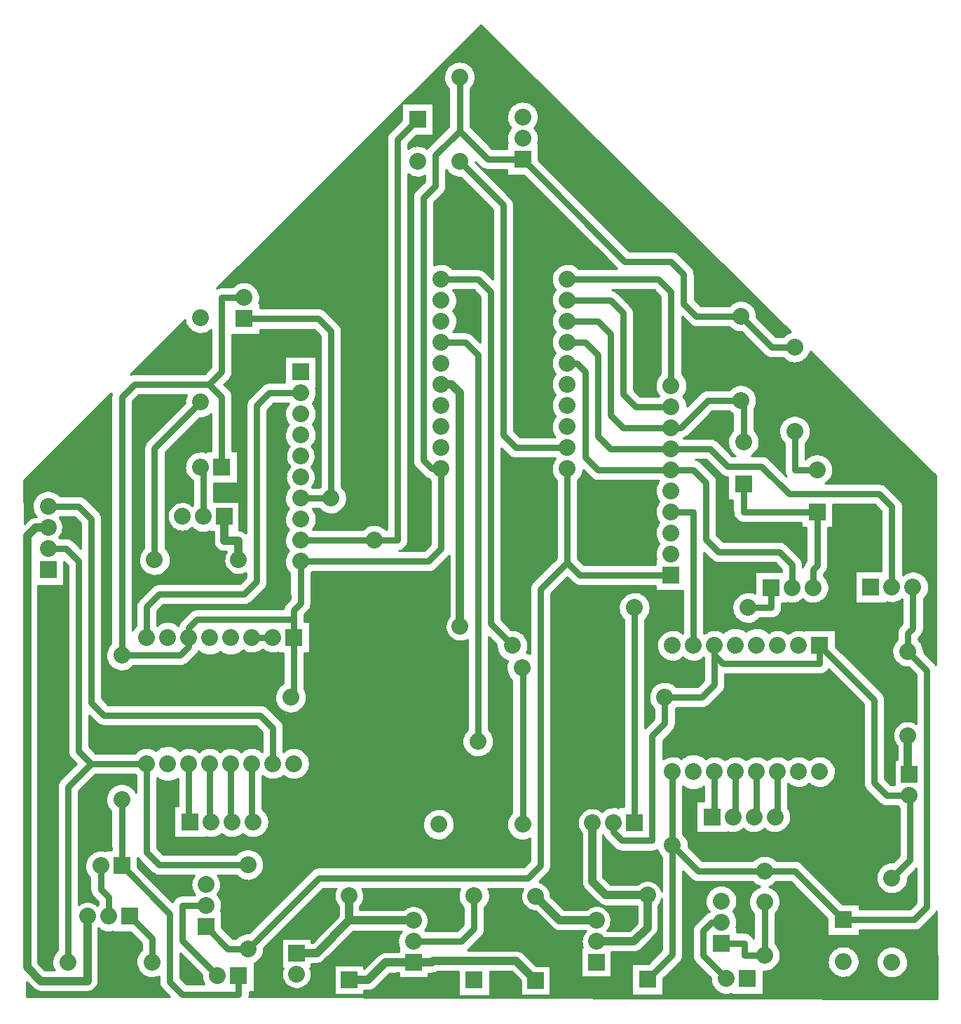
<source format=gbr>
G04 DipTrace 2.4.0.2*
%INBottom.gbr*%
%MOIN*%
%ADD13C,0.03*%
%ADD14C,0.04*%
%ADD15C,0.01*%
%ADD16C,0.08*%
%ADD17R,0.08X0.08*%
%ADD18C,0.08*%
%FSLAX44Y44*%
G04*
G70*
G90*
G75*
G01*
%LNBottom*%
%LPD*%
X28503Y9200D2*
D13*
Y7620D1*
X27903Y7020D1*
X25628D1*
X17564Y37620D2*
X16502D1*
Y34110D1*
X15902Y33510D1*
X12351D1*
X11751Y32910D1*
Y20630D1*
X35129Y12670D2*
Y12220D1*
X35529Y11820D1*
X36979D1*
Y16790D1*
X37579Y17390D1*
Y18630D1*
X19789D2*
D3*
X37579D2*
X39342D1*
X39942Y19230D1*
Y20640D1*
X40342Y20240D1*
X44942D1*
Y21090D1*
X15902Y33510D2*
X16502Y32910D1*
Y29570D1*
X26940Y29490D2*
X26490D1*
X26090Y29890D1*
Y42362D1*
X26665Y42938D1*
Y44400D1*
X27815Y45550D1*
X29165Y44200D1*
X30816D1*
X41192Y36740D2*
X42662Y35270D1*
X43755D1*
X30816Y44200D2*
X35676Y39340D1*
X37879D1*
X38479Y38740D1*
Y37340D1*
X39079Y36740D1*
X41192D1*
X27815Y45550D2*
Y48100D1*
X20252Y25090D2*
X26340D1*
X26940Y25690D1*
Y29490D1*
X14939Y21480D2*
Y21930D1*
X15339Y22330D1*
X19939D1*
Y22773D1*
X20252Y23087D1*
Y25090D1*
X11751Y20630D2*
X14539D1*
X14939Y21030D1*
Y21480D1*
X11751Y20630D2*
D3*
X49193Y13970D2*
X49230Y13933D1*
Y10890D1*
X48380Y10040D1*
X49193Y13970D2*
D3*
X44942Y21090D2*
X47530Y18502D1*
Y14570D1*
X48130Y13970D1*
X49193D1*
X39942Y20640D2*
Y21090D1*
X11751Y10620D2*
X14039Y8332D1*
Y5100D1*
X14639Y4500D1*
X17314D1*
Y5400D1*
X11751Y13780D2*
Y10620D1*
X19939Y21480D2*
Y22330D1*
X19789Y18630D2*
X19939Y18780D1*
Y21480D1*
X34316Y7030D2*
D14*
X36104D1*
X36754Y7680D1*
Y9220D1*
X34779D1*
X34129Y9870D1*
Y12670D1*
X25628Y8020D2*
X22565D1*
X21025Y6480D1*
X20065D1*
X31441Y9170D2*
X32581Y8030D1*
X34316D1*
X22565Y9200D2*
Y8020D1*
X32940Y35490D2*
D13*
X33790D1*
X34390Y34890D1*
Y31040D1*
X34990Y30440D1*
X37879D1*
X39727D1*
X40557Y29610D1*
X42167D1*
X43487Y28290D1*
X47780D1*
X48380Y27690D1*
Y23870D1*
X32940Y34490D2*
X33390D1*
X33790Y34090D1*
Y30040D1*
X34390Y29440D1*
X37879D1*
X38942D1*
X39542Y28840D1*
Y26125D1*
X40142Y25525D1*
X43029D1*
X43629Y24925D1*
Y23850D1*
X36129Y12670D2*
Y22890D1*
X42629Y23850D2*
Y22890D1*
X41529D1*
X30790Y20030D2*
D3*
X18939Y21480D2*
X17939D1*
X30790Y20030D2*
X30816Y20004D1*
Y12590D1*
X37942Y15090D2*
Y11590D1*
X17752Y10670D2*
X13539D1*
X12939Y11270D1*
Y15480D1*
X25815Y46100D2*
X24854Y45139D1*
Y26090D1*
X23754D1*
X13314Y25160D2*
Y30473D1*
X15502Y32660D1*
X37942Y11590D2*
Y6408D1*
X36754Y5220D1*
X12939Y15480D2*
X10301D1*
X9189Y14368D1*
Y6050D1*
X44629Y23850D2*
Y24700D1*
X44817Y24888D1*
Y27440D1*
X49130Y20810D2*
Y21660D1*
X49380Y21910D1*
Y23870D1*
X46067Y8060D2*
X49443D1*
X50043Y8660D1*
Y19897D1*
X49130Y20810D1*
X42317Y10360D2*
X43767D1*
X46067Y8060D1*
X37942Y11590D2*
X39172Y10360D1*
X42317D1*
X8251Y25700D2*
X9101D1*
X9701Y25100D1*
Y16080D1*
X10301Y15480D1*
X23754Y26090D2*
X20252D1*
X44817Y27440D2*
X41317D1*
Y28760D1*
X8251Y26700D2*
D14*
X7653D1*
X7253Y26300D1*
Y5800D1*
X7903Y5150D1*
X10126D1*
Y8220D1*
X31441Y5170D2*
X30511Y6100D1*
X26568D1*
X26488Y6020D1*
X25628D1*
X24285D1*
X23465Y5200D1*
X22565D1*
X18939Y15480D2*
D13*
Y17180D1*
X18339Y17780D1*
X10901D1*
X10301Y18380D1*
Y27100D1*
X9701Y27700D1*
X8251D1*
X27815Y44100D2*
X29890Y42025D1*
Y31090D1*
X30490Y30490D1*
X32940D1*
X16002Y12710D2*
X15939Y12773D1*
Y15480D1*
X15002Y12710D2*
X14939Y12773D1*
Y15480D1*
X17002Y12710D2*
X16939Y12773D1*
Y15480D1*
X18002Y12710D2*
X17939Y12773D1*
Y15480D1*
X20252Y33090D2*
X18764D1*
X18164Y32490D1*
Y24130D1*
X17564Y23530D1*
X13539D1*
X12939Y22930D1*
Y21480D1*
X16627Y27220D2*
D14*
Y26060D1*
X17314D1*
Y25160D1*
X15502Y29570D2*
D13*
X15627Y29445D1*
Y27220D1*
X43755Y31270D2*
Y29440D1*
X44817D1*
X41317Y30760D2*
Y32615D1*
X41192Y32740D1*
X37879Y31440D2*
X35590D1*
X34990Y32040D1*
Y35890D1*
X34390Y36490D1*
X32940D1*
X41192Y32740D2*
X39629D1*
X38329Y31440D1*
X37879D1*
X41192Y32740D2*
D3*
X12126Y8220D2*
X13189Y7158D1*
Y6050D1*
X10751Y10620D2*
Y9506D1*
X11126Y9131D1*
Y8220D1*
X15752Y7730D2*
X16812Y6670D1*
X17752D1*
X21132Y10050D1*
X31066D1*
X31666Y10650D1*
Y23766D1*
X32940Y25040D1*
Y29490D1*
Y25040D2*
X33540Y24440D1*
X37879D1*
X15752Y8730D2*
X14639D1*
Y7075D1*
X16314Y5400D1*
X37879Y33440D2*
Y37890D1*
X37279Y38490D1*
X32940D1*
X37879Y32440D2*
X36190D1*
X35590Y33040D1*
Y36890D1*
X34990Y37490D1*
X32940D1*
X40817Y12950D2*
X40942Y13075D1*
Y15090D1*
X39817Y12950D2*
X39942Y13075D1*
Y15090D1*
X41817Y12950D2*
X41942Y13075D1*
Y15090D1*
X42817Y12950D2*
X42942Y13075D1*
Y15090D1*
X26940Y38490D2*
X28690D1*
X29290Y37890D1*
Y22118D1*
X30318Y21090D1*
X37879Y27440D2*
X38942D1*
Y21090D1*
X26940Y35490D2*
X28090D1*
X28690Y34890D1*
Y16540D1*
X40254Y6950D2*
X41354D1*
Y6360D1*
X42317D1*
Y8910D1*
X40504Y5260D2*
X39404Y6360D1*
Y7550D1*
X39804Y7950D1*
X40254D1*
X17564Y36620D2*
X21102D1*
X21702Y36020D1*
Y28090D1*
X20252D1*
X26940Y33490D2*
D14*
X27440D1*
X27840Y33090D1*
Y21990D1*
X49130Y16810D2*
Y15033D1*
X49193Y14970D1*
D16*
X37579Y18630D3*
X19789D3*
X11751Y13780D3*
Y20630D3*
X36129Y22890D3*
X41529D3*
X30790Y20030D3*
X37942Y11590D3*
X23754Y26090D3*
X30318Y21090D3*
X28690Y16540D3*
X42317Y8910D3*
X21702Y28090D3*
X27840Y21990D3*
X28747Y50481D2*
D15*
X28885D1*
X28647Y50383D2*
X28985D1*
X28549Y50284D2*
X29085D1*
X28449Y50185D2*
X29184D1*
X28351Y50087D2*
X29284D1*
X28252Y49988D2*
X29384D1*
X28152Y49889D2*
X29484D1*
X28054Y49790D2*
X29584D1*
X27954Y49692D2*
X29684D1*
X27855Y49593D2*
X29784D1*
X27757Y49494D2*
X29884D1*
X27657Y49396D2*
X29984D1*
X27558Y49297D2*
X30082D1*
X27458Y49198D2*
X30182D1*
X27360Y49100D2*
X30282D1*
X27262Y49001D2*
X30382D1*
X27162Y48902D2*
X30482D1*
X27063Y48804D2*
X27535D1*
X28096D2*
X30582D1*
X26963Y48705D2*
X27356D1*
X28276D2*
X30682D1*
X26865Y48606D2*
X27246D1*
X28383D2*
X30782D1*
X26766Y48508D2*
X27171D1*
X28460D2*
X30882D1*
X26666Y48409D2*
X27118D1*
X28513D2*
X30982D1*
X26568Y48310D2*
X27081D1*
X28549D2*
X31081D1*
X26468Y48211D2*
X27060D1*
X28571D2*
X31181D1*
X26369Y48113D2*
X27051D1*
X28579D2*
X31281D1*
X26271Y48014D2*
X27056D1*
X28574D2*
X31381D1*
X26171Y47915D2*
X27074D1*
X28557D2*
X31481D1*
X26072Y47817D2*
X27107D1*
X28524D2*
X31581D1*
X25974Y47718D2*
X27156D1*
X28476D2*
X31681D1*
X25874Y47619D2*
X27224D1*
X28405D2*
X31781D1*
X25776Y47521D2*
X27301D1*
X28329D2*
X31881D1*
X25676Y47422D2*
X27301D1*
X28329D2*
X31979D1*
X25577Y47323D2*
X27301D1*
X28329D2*
X32079D1*
X25477Y47225D2*
X27301D1*
X28329D2*
X32179D1*
X25379Y47126D2*
X27301D1*
X28329D2*
X32279D1*
X25280Y47027D2*
X27301D1*
X28329D2*
X32379D1*
X25180Y46929D2*
X27301D1*
X28329D2*
X30612D1*
X31019D2*
X32479D1*
X26579Y46830D2*
X27301D1*
X28329D2*
X30392D1*
X31240D2*
X32579D1*
X24982Y46731D2*
X25052D1*
X26579D2*
X27301D1*
X28329D2*
X30271D1*
X31360D2*
X32679D1*
X24883Y46632D2*
X25051D1*
X26579D2*
X27301D1*
X28329D2*
X30188D1*
X31443D2*
X32779D1*
X24785Y46534D2*
X25051D1*
X26579D2*
X27301D1*
X28329D2*
X30129D1*
X31502D2*
X32879D1*
X24685Y46435D2*
X25051D1*
X26579D2*
X27301D1*
X28329D2*
X30090D1*
X31543D2*
X32977D1*
X24587Y46336D2*
X25051D1*
X26579D2*
X27301D1*
X28329D2*
X30065D1*
X31568D2*
X33077D1*
X24487Y46238D2*
X25051D1*
X26579D2*
X27301D1*
X28329D2*
X30052D1*
X31579D2*
X33177D1*
X24388Y46139D2*
X25051D1*
X26579D2*
X27301D1*
X28329D2*
X30054D1*
X31577D2*
X33277D1*
X24290Y46040D2*
X25034D1*
X26579D2*
X27301D1*
X28329D2*
X30070D1*
X31563D2*
X33377D1*
X24190Y45942D2*
X24934D1*
X26579D2*
X27301D1*
X28329D2*
X30098D1*
X31533D2*
X33477D1*
X24091Y45843D2*
X24835D1*
X26579D2*
X27301D1*
X28329D2*
X30142D1*
X31490D2*
X33577D1*
X23991Y45744D2*
X24737D1*
X26579D2*
X27287D1*
X28343D2*
X30206D1*
X31426D2*
X33677D1*
X23893Y45646D2*
X24638D1*
X26579D2*
X27188D1*
X28443D2*
X30198D1*
X31433D2*
X33777D1*
X23794Y45547D2*
X24540D1*
X26579D2*
X27090D1*
X28541D2*
X30137D1*
X31494D2*
X33877D1*
X23694Y45448D2*
X24446D1*
X26579D2*
X26992D1*
X28640D2*
X30095D1*
X31538D2*
X33976D1*
X23596Y45350D2*
X24387D1*
X26579D2*
X26892D1*
X28738D2*
X30067D1*
X31565D2*
X34076D1*
X23496Y45251D2*
X24352D1*
X25688D2*
X26793D1*
X28837D2*
X30054D1*
X31577D2*
X34176D1*
X23397Y45152D2*
X24340D1*
X25590D2*
X26695D1*
X28935D2*
X30054D1*
X31579D2*
X34276D1*
X23299Y45053D2*
X24340D1*
X25491D2*
X26596D1*
X29035D2*
X30067D1*
X31565D2*
X34376D1*
X23199Y44955D2*
X24340D1*
X25393D2*
X26498D1*
X29133D2*
X30093D1*
X31538D2*
X34476D1*
X23101Y44856D2*
X24340D1*
X25368D2*
X26399D1*
X29232D2*
X30052D1*
X31580D2*
X34576D1*
X23001Y44757D2*
X24340D1*
X25368D2*
X25437D1*
X26194D2*
X26299D1*
X29330D2*
X30052D1*
X31580D2*
X34676D1*
X22902Y44659D2*
X24340D1*
X31580D2*
X34776D1*
X22804Y44560D2*
X24340D1*
X31580D2*
X34874D1*
X22704Y44461D2*
X24340D1*
X31580D2*
X34974D1*
X22605Y44363D2*
X24340D1*
X31580D2*
X35074D1*
X22505Y44264D2*
X24340D1*
X31580D2*
X35174D1*
X22407Y44165D2*
X24340D1*
X31580D2*
X35274D1*
X22308Y44067D2*
X24340D1*
X31672D2*
X35374D1*
X22208Y43968D2*
X24340D1*
X31771D2*
X35474D1*
X22110Y43869D2*
X24340D1*
X31869D2*
X35574D1*
X22010Y43771D2*
X24340D1*
X31968D2*
X35674D1*
X21912Y43672D2*
X24340D1*
X28966D2*
X30052D1*
X32066D2*
X35774D1*
X21813Y43573D2*
X24340D1*
X27179D2*
X27267D1*
X29065D2*
X30052D1*
X32165D2*
X35873D1*
X21713Y43474D2*
X24340D1*
X27179D2*
X27384D1*
X29163D2*
X30052D1*
X32263D2*
X35973D1*
X21615Y43376D2*
X24340D1*
X25368D2*
X25596D1*
X26035D2*
X26151D1*
X27179D2*
X27596D1*
X29262D2*
X30918D1*
X32363D2*
X36073D1*
X21515Y43277D2*
X24340D1*
X25368D2*
X26151D1*
X27179D2*
X27915D1*
X29360D2*
X31017D1*
X32462D2*
X36173D1*
X21416Y43178D2*
X24340D1*
X25368D2*
X26151D1*
X27179D2*
X28015D1*
X29460D2*
X31115D1*
X32560D2*
X36273D1*
X21318Y43080D2*
X24340D1*
X25368D2*
X26085D1*
X27179D2*
X28113D1*
X29558D2*
X31213D1*
X32658D2*
X36373D1*
X21218Y42981D2*
X24340D1*
X25368D2*
X25987D1*
X27179D2*
X28212D1*
X29657D2*
X31312D1*
X32757D2*
X36473D1*
X21119Y42882D2*
X24340D1*
X25368D2*
X25887D1*
X27176D2*
X28310D1*
X29755D2*
X31410D1*
X32855D2*
X36573D1*
X21019Y42784D2*
X24340D1*
X25368D2*
X25788D1*
X27155D2*
X28409D1*
X29854D2*
X31509D1*
X32955D2*
X36673D1*
X20921Y42685D2*
X24340D1*
X25368D2*
X25693D1*
X27112D2*
X28507D1*
X29952D2*
X31609D1*
X33054D2*
X36771D1*
X20822Y42586D2*
X24340D1*
X25368D2*
X25629D1*
X27037D2*
X28606D1*
X30052D2*
X31707D1*
X33152D2*
X36871D1*
X20722Y42488D2*
X24340D1*
X25368D2*
X25592D1*
X26938D2*
X28706D1*
X30151D2*
X31806D1*
X33251D2*
X36971D1*
X20624Y42389D2*
X24340D1*
X25368D2*
X25577D1*
X26840D2*
X28804D1*
X30249D2*
X31904D1*
X33349D2*
X37071D1*
X20524Y42290D2*
X24340D1*
X25368D2*
X25576D1*
X26741D2*
X28902D1*
X30329D2*
X32002D1*
X33447D2*
X37171D1*
X20426Y42192D2*
X24340D1*
X25368D2*
X25576D1*
X26641D2*
X29001D1*
X30376D2*
X32101D1*
X33547D2*
X37271D1*
X20327Y42093D2*
X24340D1*
X25368D2*
X25576D1*
X26604D2*
X29099D1*
X30399D2*
X32201D1*
X33646D2*
X37371D1*
X20227Y41994D2*
X24340D1*
X25368D2*
X25576D1*
X26604D2*
X29198D1*
X30404D2*
X32299D1*
X33744D2*
X37471D1*
X20129Y41895D2*
X24340D1*
X25368D2*
X25576D1*
X26604D2*
X29298D1*
X30404D2*
X32398D1*
X33843D2*
X37571D1*
X20029Y41797D2*
X24340D1*
X25368D2*
X25576D1*
X26604D2*
X29376D1*
X30404D2*
X32496D1*
X33941D2*
X37671D1*
X19930Y41698D2*
X24340D1*
X25368D2*
X25576D1*
X26604D2*
X29376D1*
X30404D2*
X32595D1*
X34040D2*
X37770D1*
X19832Y41599D2*
X24340D1*
X25368D2*
X25576D1*
X26604D2*
X29376D1*
X30404D2*
X32693D1*
X34140D2*
X37870D1*
X19732Y41501D2*
X24340D1*
X25368D2*
X25576D1*
X26604D2*
X29376D1*
X30404D2*
X32793D1*
X34238D2*
X37970D1*
X19633Y41402D2*
X24340D1*
X25368D2*
X25576D1*
X26604D2*
X29376D1*
X30404D2*
X32892D1*
X34337D2*
X38070D1*
X19533Y41303D2*
X24340D1*
X25368D2*
X25576D1*
X26604D2*
X29376D1*
X30404D2*
X32990D1*
X34435D2*
X38170D1*
X19435Y41205D2*
X24340D1*
X25368D2*
X25576D1*
X26604D2*
X29376D1*
X30404D2*
X33088D1*
X34533D2*
X38270D1*
X19337Y41106D2*
X24340D1*
X25368D2*
X25576D1*
X26604D2*
X29376D1*
X30404D2*
X33187D1*
X34632D2*
X38370D1*
X19237Y41007D2*
X24340D1*
X25368D2*
X25576D1*
X26604D2*
X29376D1*
X30404D2*
X33285D1*
X34730D2*
X38470D1*
X19138Y40909D2*
X24340D1*
X25368D2*
X25576D1*
X26604D2*
X29376D1*
X30404D2*
X33385D1*
X34830D2*
X38570D1*
X19038Y40810D2*
X24340D1*
X25368D2*
X25576D1*
X26604D2*
X29376D1*
X30404D2*
X33484D1*
X34929D2*
X38670D1*
X18940Y40711D2*
X24340D1*
X25368D2*
X25576D1*
X26604D2*
X29376D1*
X30404D2*
X33582D1*
X35027D2*
X38768D1*
X18841Y40613D2*
X24340D1*
X25368D2*
X25576D1*
X26604D2*
X29376D1*
X30404D2*
X33681D1*
X35126D2*
X38868D1*
X18741Y40514D2*
X24340D1*
X25368D2*
X25576D1*
X26604D2*
X29376D1*
X30404D2*
X33779D1*
X35224D2*
X38968D1*
X18643Y40415D2*
X24340D1*
X25368D2*
X25576D1*
X26604D2*
X29376D1*
X30404D2*
X33877D1*
X35322D2*
X39068D1*
X18543Y40316D2*
X24340D1*
X25368D2*
X25576D1*
X26604D2*
X29376D1*
X30404D2*
X33977D1*
X35422D2*
X39168D1*
X18444Y40218D2*
X24340D1*
X25368D2*
X25576D1*
X26604D2*
X29376D1*
X30404D2*
X34076D1*
X35521D2*
X39268D1*
X18346Y40119D2*
X24340D1*
X25368D2*
X25576D1*
X26604D2*
X29376D1*
X30404D2*
X34174D1*
X35619D2*
X39368D1*
X18246Y40020D2*
X24340D1*
X25368D2*
X25576D1*
X26604D2*
X29376D1*
X30404D2*
X34273D1*
X35718D2*
X39468D1*
X18147Y39922D2*
X24340D1*
X25368D2*
X25576D1*
X26604D2*
X29376D1*
X30404D2*
X34371D1*
X35816D2*
X39568D1*
X18047Y39823D2*
X24340D1*
X25368D2*
X25576D1*
X26604D2*
X29376D1*
X30404D2*
X34470D1*
X38032D2*
X39667D1*
X17949Y39724D2*
X24340D1*
X25368D2*
X25576D1*
X26604D2*
X29376D1*
X30404D2*
X34568D1*
X38215D2*
X39767D1*
X17851Y39626D2*
X24340D1*
X25368D2*
X25576D1*
X26604D2*
X29376D1*
X30404D2*
X34668D1*
X38316D2*
X39867D1*
X17751Y39527D2*
X24340D1*
X25368D2*
X25576D1*
X26604D2*
X29376D1*
X30404D2*
X34767D1*
X38415D2*
X39967D1*
X17652Y39428D2*
X24340D1*
X25368D2*
X25576D1*
X26604D2*
X29376D1*
X30404D2*
X34865D1*
X38513D2*
X40067D1*
X17552Y39330D2*
X24340D1*
X25368D2*
X25576D1*
X26604D2*
X29376D1*
X30404D2*
X34963D1*
X38612D2*
X40167D1*
X17454Y39231D2*
X24340D1*
X25368D2*
X25576D1*
X26604D2*
X26792D1*
X27090D2*
X29376D1*
X30404D2*
X32792D1*
X33090D2*
X35062D1*
X38710D2*
X40267D1*
X17355Y39132D2*
X24340D1*
X25368D2*
X25576D1*
X27344D2*
X29376D1*
X30404D2*
X32535D1*
X33344D2*
X35160D1*
X38810D2*
X40367D1*
X17255Y39034D2*
X24340D1*
X25368D2*
X25576D1*
X27472D2*
X29376D1*
X30404D2*
X32407D1*
X33472D2*
X35260D1*
X38899D2*
X40467D1*
X17157Y38935D2*
X24340D1*
X25368D2*
X25576D1*
X28937D2*
X29376D1*
X30404D2*
X32321D1*
X38954D2*
X40567D1*
X17057Y38836D2*
X24340D1*
X25368D2*
X25576D1*
X29066D2*
X29376D1*
X30404D2*
X32260D1*
X38983D2*
X40665D1*
X16958Y38737D2*
X24340D1*
X25368D2*
X25576D1*
X29165D2*
X29376D1*
X30404D2*
X32218D1*
X38993D2*
X40765D1*
X16860Y38639D2*
X24340D1*
X25368D2*
X25576D1*
X29263D2*
X29376D1*
X30404D2*
X32192D1*
X38993D2*
X40865D1*
X16760Y38540D2*
X24340D1*
X25368D2*
X25576D1*
X30404D2*
X32177D1*
X38993D2*
X40965D1*
X16662Y38441D2*
X24340D1*
X25368D2*
X25576D1*
X30404D2*
X32177D1*
X38993D2*
X41065D1*
X16562Y38343D2*
X17340D1*
X17788D2*
X24340D1*
X25368D2*
X25576D1*
X30404D2*
X32190D1*
X38993D2*
X41165D1*
X16463Y38244D2*
X17132D1*
X17997D2*
X24340D1*
X25368D2*
X25576D1*
X30404D2*
X32218D1*
X38993D2*
X41265D1*
X16365Y38145D2*
X17013D1*
X18115D2*
X24340D1*
X25368D2*
X25576D1*
X30404D2*
X32260D1*
X38993D2*
X41365D1*
X18196Y38047D2*
X24340D1*
X25368D2*
X25576D1*
X30404D2*
X32320D1*
X38993D2*
X41465D1*
X18254Y37948D2*
X24340D1*
X25368D2*
X25576D1*
X27549D2*
X28509D1*
X30404D2*
X32331D1*
X35210D2*
X37098D1*
X38993D2*
X41563D1*
X18293Y37849D2*
X24340D1*
X25368D2*
X25576D1*
X27613D2*
X28609D1*
X30404D2*
X32267D1*
X35354D2*
X37198D1*
X38993D2*
X41663D1*
X18316Y37751D2*
X24340D1*
X25368D2*
X25576D1*
X27657D2*
X28707D1*
X30404D2*
X32223D1*
X35452D2*
X37296D1*
X38993D2*
X41763D1*
X18327Y37652D2*
X24340D1*
X25368D2*
X25576D1*
X27687D2*
X28776D1*
X30404D2*
X32193D1*
X35551D2*
X37365D1*
X38993D2*
X41863D1*
X18326Y37553D2*
X24340D1*
X25368D2*
X25576D1*
X27701D2*
X28776D1*
X30404D2*
X32179D1*
X35649D2*
X37365D1*
X38993D2*
X41963D1*
X18310Y37455D2*
X24340D1*
X25368D2*
X25576D1*
X27704D2*
X28776D1*
X30404D2*
X32177D1*
X35747D2*
X37365D1*
X39087D2*
X40942D1*
X41443D2*
X42063D1*
X18329Y37356D2*
X24340D1*
X25368D2*
X25576D1*
X27691D2*
X28776D1*
X30404D2*
X32188D1*
X35847D2*
X37365D1*
X39185D2*
X40748D1*
X41637D2*
X42163D1*
X18329Y37257D2*
X24340D1*
X25368D2*
X25576D1*
X27668D2*
X28776D1*
X30404D2*
X32213D1*
X35946D2*
X37365D1*
X39285D2*
X40634D1*
X41751D2*
X42263D1*
X18329Y37158D2*
X24340D1*
X25368D2*
X25576D1*
X27627D2*
X28776D1*
X30404D2*
X32252D1*
X36027D2*
X37365D1*
X41829D2*
X42363D1*
X21358Y37060D2*
X24340D1*
X25368D2*
X25576D1*
X27569D2*
X28776D1*
X30404D2*
X32310D1*
X36074D2*
X37365D1*
X41885D2*
X42463D1*
X21483Y36961D2*
X24340D1*
X25368D2*
X25576D1*
X27538D2*
X28776D1*
X30404D2*
X32342D1*
X36099D2*
X37365D1*
X41922D2*
X42562D1*
X21582Y36862D2*
X24340D1*
X25368D2*
X25576D1*
X27605D2*
X28776D1*
X30404D2*
X32274D1*
X36104D2*
X37365D1*
X41946D2*
X42662D1*
X21680Y36764D2*
X24340D1*
X25368D2*
X25576D1*
X27652D2*
X28776D1*
X30404D2*
X32227D1*
X36104D2*
X37365D1*
X41955D2*
X42762D1*
X21780Y36665D2*
X24340D1*
X25368D2*
X25576D1*
X27683D2*
X28776D1*
X30404D2*
X32196D1*
X36104D2*
X37365D1*
X38393D2*
X38432D1*
X41990D2*
X42862D1*
X21879Y36566D2*
X24340D1*
X25368D2*
X25576D1*
X27701D2*
X28776D1*
X30404D2*
X32181D1*
X36104D2*
X37365D1*
X38393D2*
X38531D1*
X42088D2*
X42962D1*
X14680Y36468D2*
X14763D1*
X21977D2*
X24340D1*
X25368D2*
X25576D1*
X27704D2*
X28776D1*
X30404D2*
X32176D1*
X36104D2*
X37365D1*
X38393D2*
X38629D1*
X42187D2*
X43062D1*
X14580Y36369D2*
X14796D1*
X22076D2*
X24340D1*
X25368D2*
X25576D1*
X27694D2*
X28776D1*
X30404D2*
X32185D1*
X36104D2*
X37365D1*
X38393D2*
X38727D1*
X42285D2*
X43162D1*
X14482Y36270D2*
X14846D1*
X22149D2*
X24340D1*
X25368D2*
X25576D1*
X27671D2*
X28776D1*
X30404D2*
X32209D1*
X36104D2*
X37365D1*
X38393D2*
X38887D1*
X42383D2*
X43262D1*
X14383Y36172D2*
X14918D1*
X22193D2*
X24340D1*
X25368D2*
X25576D1*
X27633D2*
X28776D1*
X30404D2*
X32246D1*
X36104D2*
X37365D1*
X38393D2*
X40687D1*
X42483D2*
X43362D1*
X14283Y36073D2*
X15018D1*
X18329D2*
X20926D1*
X22213D2*
X24340D1*
X25368D2*
X25576D1*
X27579D2*
X28776D1*
X30404D2*
X32302D1*
X36104D2*
X37365D1*
X38393D2*
X40831D1*
X42582D2*
X43462D1*
X14185Y35974D2*
X15179D1*
X15824D2*
X15988D1*
X18329D2*
X21026D1*
X22216D2*
X24340D1*
X25368D2*
X25576D1*
X28240D2*
X28776D1*
X30404D2*
X32352D1*
X36104D2*
X37365D1*
X38393D2*
X41235D1*
X42680D2*
X43476D1*
X14085Y35876D2*
X15988D1*
X18329D2*
X21124D1*
X22216D2*
X24340D1*
X25368D2*
X25576D1*
X28424D2*
X28776D1*
X30404D2*
X32282D1*
X36104D2*
X37365D1*
X38393D2*
X41334D1*
X42779D2*
X43296D1*
X13987Y35777D2*
X15988D1*
X17016D2*
X21188D1*
X22216D2*
X24340D1*
X25368D2*
X25576D1*
X28526D2*
X28776D1*
X30404D2*
X32232D1*
X36104D2*
X37365D1*
X38393D2*
X41432D1*
X42877D2*
X43187D1*
X13888Y35678D2*
X15988D1*
X17016D2*
X21188D1*
X22216D2*
X24340D1*
X25368D2*
X25576D1*
X28624D2*
X28776D1*
X30404D2*
X32199D1*
X36104D2*
X37365D1*
X38393D2*
X41531D1*
X13788Y35579D2*
X15988D1*
X17016D2*
X21188D1*
X22216D2*
X24340D1*
X25368D2*
X25576D1*
X28722D2*
X28776D1*
X30404D2*
X32182D1*
X36104D2*
X37365D1*
X38393D2*
X41629D1*
X13690Y35481D2*
X15988D1*
X17016D2*
X21188D1*
X22216D2*
X24340D1*
X25368D2*
X25576D1*
X30404D2*
X32176D1*
X36104D2*
X37365D1*
X38393D2*
X41729D1*
X13590Y35382D2*
X15988D1*
X17016D2*
X21188D1*
X22216D2*
X24340D1*
X25368D2*
X25576D1*
X30404D2*
X32184D1*
X36104D2*
X37365D1*
X38393D2*
X41827D1*
X13491Y35283D2*
X15988D1*
X17016D2*
X21188D1*
X22216D2*
X24340D1*
X25368D2*
X25576D1*
X30404D2*
X32206D1*
X36104D2*
X37365D1*
X38393D2*
X41926D1*
X13393Y35185D2*
X15988D1*
X17016D2*
X21188D1*
X22216D2*
X24340D1*
X25368D2*
X25576D1*
X30404D2*
X32240D1*
X36104D2*
X37365D1*
X38393D2*
X42024D1*
X13293Y35086D2*
X15988D1*
X17016D2*
X21188D1*
X22216D2*
X24340D1*
X25368D2*
X25576D1*
X30404D2*
X32293D1*
X36104D2*
X37365D1*
X38393D2*
X42123D1*
X13194Y34987D2*
X15988D1*
X17016D2*
X21188D1*
X22216D2*
X24340D1*
X25368D2*
X25576D1*
X30404D2*
X32363D1*
X36104D2*
X37365D1*
X38393D2*
X42221D1*
X44463D2*
X44559D1*
X13094Y34889D2*
X15988D1*
X17016D2*
X21188D1*
X22216D2*
X24340D1*
X25368D2*
X25576D1*
X30404D2*
X32290D1*
X36104D2*
X37365D1*
X38393D2*
X42323D1*
X44415D2*
X44659D1*
X12996Y34790D2*
X15988D1*
X17016D2*
X19488D1*
X21016D2*
X21188D1*
X22216D2*
X24340D1*
X25368D2*
X25576D1*
X30404D2*
X32238D1*
X36104D2*
X37365D1*
X38393D2*
X42499D1*
X44346D2*
X44759D1*
X12897Y34691D2*
X15988D1*
X17016D2*
X19488D1*
X21016D2*
X21188D1*
X22216D2*
X24340D1*
X25368D2*
X25576D1*
X30404D2*
X32204D1*
X36104D2*
X37365D1*
X38393D2*
X43262D1*
X44247D2*
X44859D1*
X12797Y34593D2*
X15988D1*
X17016D2*
X19488D1*
X21016D2*
X21188D1*
X22216D2*
X24340D1*
X25368D2*
X25576D1*
X30404D2*
X32184D1*
X36104D2*
X37365D1*
X38393D2*
X43413D1*
X44096D2*
X44959D1*
X12699Y34494D2*
X15988D1*
X17016D2*
X19488D1*
X21016D2*
X21188D1*
X22216D2*
X24340D1*
X25368D2*
X25576D1*
X30404D2*
X32176D1*
X36104D2*
X37365D1*
X38393D2*
X45059D1*
X12599Y34395D2*
X15988D1*
X17016D2*
X19488D1*
X21016D2*
X21188D1*
X22216D2*
X24340D1*
X25368D2*
X25576D1*
X30404D2*
X32182D1*
X36104D2*
X37365D1*
X38393D2*
X45159D1*
X12501Y34297D2*
X15965D1*
X17016D2*
X19488D1*
X21016D2*
X21188D1*
X22216D2*
X24340D1*
X25368D2*
X25576D1*
X30404D2*
X32201D1*
X36104D2*
X37365D1*
X38393D2*
X45259D1*
X12402Y34198D2*
X15867D1*
X17016D2*
X19488D1*
X21016D2*
X21188D1*
X22216D2*
X24340D1*
X25368D2*
X25576D1*
X30404D2*
X32235D1*
X36104D2*
X37365D1*
X38393D2*
X45359D1*
X12302Y34099D2*
X15768D1*
X17016D2*
X19488D1*
X21016D2*
X21188D1*
X22216D2*
X24340D1*
X25368D2*
X25576D1*
X30404D2*
X32285D1*
X36104D2*
X37365D1*
X38393D2*
X45457D1*
X17004Y34000D2*
X19488D1*
X21016D2*
X21188D1*
X22216D2*
X24340D1*
X25368D2*
X25576D1*
X30404D2*
X32357D1*
X36104D2*
X37365D1*
X38393D2*
X45557D1*
X16971Y33902D2*
X19488D1*
X21016D2*
X21188D1*
X22216D2*
X24340D1*
X25368D2*
X25576D1*
X30404D2*
X32298D1*
X36104D2*
X37273D1*
X38485D2*
X45657D1*
X16912Y33803D2*
X19488D1*
X21016D2*
X21188D1*
X22216D2*
X24340D1*
X25368D2*
X25576D1*
X30404D2*
X32245D1*
X36104D2*
X37209D1*
X38549D2*
X45757D1*
X16819Y33704D2*
X19488D1*
X21016D2*
X21188D1*
X22216D2*
X24340D1*
X25368D2*
X25576D1*
X30404D2*
X32207D1*
X36104D2*
X37163D1*
X38594D2*
X45857D1*
X16719Y33606D2*
X19488D1*
X21016D2*
X21188D1*
X22216D2*
X24340D1*
X25368D2*
X25576D1*
X30404D2*
X32185D1*
X36104D2*
X37134D1*
X38624D2*
X45957D1*
X16627Y33507D2*
X18471D1*
X21016D2*
X21188D1*
X22216D2*
X24340D1*
X25368D2*
X25576D1*
X30404D2*
X32176D1*
X36104D2*
X37118D1*
X38640D2*
X46057D1*
X16726Y33408D2*
X18360D1*
X21016D2*
X21188D1*
X22216D2*
X24340D1*
X25368D2*
X25576D1*
X30404D2*
X32181D1*
X36104D2*
X37117D1*
X38643D2*
X40834D1*
X41551D2*
X46157D1*
X16824Y33310D2*
X18262D1*
X20983D2*
X21188D1*
X22216D2*
X24340D1*
X25368D2*
X25576D1*
X30404D2*
X32198D1*
X36104D2*
X37126D1*
X38632D2*
X40688D1*
X41696D2*
X46257D1*
X16916Y33211D2*
X18163D1*
X21007D2*
X21188D1*
X22216D2*
X24340D1*
X25368D2*
X25576D1*
X30404D2*
X32229D1*
X36141D2*
X37151D1*
X38607D2*
X39440D1*
X41791D2*
X46356D1*
X16972Y33112D2*
X18063D1*
X21016D2*
X21188D1*
X22216D2*
X24340D1*
X25368D2*
X25576D1*
X30404D2*
X32277D1*
X36240D2*
X37190D1*
X38568D2*
X39279D1*
X41857D2*
X46456D1*
X11213Y33014D2*
X11249D1*
X17005D2*
X17965D1*
X21012D2*
X21188D1*
X22216D2*
X24340D1*
X25368D2*
X25576D1*
X30404D2*
X32346D1*
X36340D2*
X37248D1*
X38510D2*
X39181D1*
X41904D2*
X46556D1*
X11113Y32915D2*
X11237D1*
X12479D2*
X14782D1*
X17016D2*
X17867D1*
X20996D2*
X21188D1*
X22216D2*
X24340D1*
X25368D2*
X25576D1*
X30404D2*
X32307D1*
X38474D2*
X39081D1*
X41935D2*
X46656D1*
X11015Y32816D2*
X11237D1*
X12380D2*
X14754D1*
X17016D2*
X17770D1*
X20965D2*
X21188D1*
X22216D2*
X24340D1*
X25368D2*
X25576D1*
X30404D2*
X32251D1*
X38543D2*
X38982D1*
X41952D2*
X46756D1*
X10916Y32718D2*
X11237D1*
X12282D2*
X14740D1*
X17016D2*
X17704D1*
X20918D2*
X21188D1*
X22216D2*
X24340D1*
X25368D2*
X25576D1*
X30404D2*
X32212D1*
X38590D2*
X38884D1*
X41955D2*
X46856D1*
X10816Y32619D2*
X11237D1*
X12265D2*
X14738D1*
X17016D2*
X17667D1*
X20851D2*
X21188D1*
X22216D2*
X24340D1*
X25368D2*
X25576D1*
X30404D2*
X32187D1*
X38621D2*
X38785D1*
X41946D2*
X46956D1*
X10718Y32520D2*
X11237D1*
X12265D2*
X14640D1*
X17016D2*
X17651D1*
X18918D2*
X19623D1*
X20882D2*
X21188D1*
X22216D2*
X24340D1*
X25368D2*
X25576D1*
X30404D2*
X32177D1*
X38638D2*
X38686D1*
X41922D2*
X47056D1*
X10618Y32421D2*
X11237D1*
X12265D2*
X14540D1*
X17016D2*
X17651D1*
X18818D2*
X19565D1*
X20940D2*
X21188D1*
X22216D2*
X24340D1*
X25368D2*
X25576D1*
X30404D2*
X32179D1*
X41885D2*
X47156D1*
X10519Y32323D2*
X11237D1*
X12265D2*
X14442D1*
X17016D2*
X17651D1*
X18719D2*
X19524D1*
X20979D2*
X21188D1*
X22216D2*
X24340D1*
X25368D2*
X25576D1*
X30404D2*
X32195D1*
X41830D2*
X47256D1*
X10421Y32224D2*
X11237D1*
X12265D2*
X14343D1*
X17016D2*
X17651D1*
X18679D2*
X19501D1*
X21004D2*
X21188D1*
X22216D2*
X24340D1*
X25368D2*
X25576D1*
X30404D2*
X32224D1*
X39835D2*
X40632D1*
X41830D2*
X47354D1*
X10321Y32125D2*
X11237D1*
X12265D2*
X14245D1*
X17016D2*
X17651D1*
X18679D2*
X19488D1*
X21015D2*
X21188D1*
X22216D2*
X24340D1*
X25368D2*
X25576D1*
X30404D2*
X32270D1*
X39737D2*
X40745D1*
X41830D2*
X47454D1*
X10222Y32027D2*
X11237D1*
X12265D2*
X14146D1*
X15921D2*
X15988D1*
X17016D2*
X17651D1*
X18679D2*
X19492D1*
X21013D2*
X21188D1*
X22216D2*
X24340D1*
X25368D2*
X25576D1*
X30404D2*
X32335D1*
X39638D2*
X40802D1*
X41830D2*
X47554D1*
X10124Y31928D2*
X11237D1*
X12265D2*
X14048D1*
X15693D2*
X15988D1*
X17016D2*
X17651D1*
X18679D2*
X19506D1*
X20999D2*
X21188D1*
X22216D2*
X24340D1*
X25368D2*
X25576D1*
X30404D2*
X32317D1*
X39540D2*
X40802D1*
X41830D2*
X43377D1*
X44132D2*
X47654D1*
X10024Y31829D2*
X11237D1*
X12265D2*
X13948D1*
X15393D2*
X15988D1*
X17016D2*
X17651D1*
X18679D2*
X19535D1*
X20969D2*
X21188D1*
X22216D2*
X24340D1*
X25368D2*
X25576D1*
X30404D2*
X32257D1*
X39441D2*
X40802D1*
X41830D2*
X43238D1*
X44269D2*
X47754D1*
X9926Y31731D2*
X11237D1*
X12265D2*
X13849D1*
X15294D2*
X15988D1*
X17016D2*
X17651D1*
X18679D2*
X19579D1*
X20926D2*
X21188D1*
X22216D2*
X24340D1*
X25368D2*
X25576D1*
X30404D2*
X32215D1*
X39343D2*
X40802D1*
X41830D2*
X43148D1*
X44362D2*
X47854D1*
X9826Y31632D2*
X11237D1*
X12265D2*
X13751D1*
X15196D2*
X15988D1*
X17016D2*
X17651D1*
X18679D2*
X19643D1*
X20862D2*
X21188D1*
X22216D2*
X24340D1*
X25368D2*
X25576D1*
X30404D2*
X32190D1*
X39243D2*
X40802D1*
X41830D2*
X43084D1*
X44426D2*
X47954D1*
X9727Y31533D2*
X11237D1*
X12265D2*
X13652D1*
X15097D2*
X15988D1*
X17016D2*
X17651D1*
X18679D2*
X19632D1*
X20872D2*
X21188D1*
X22216D2*
X24340D1*
X25368D2*
X25576D1*
X30404D2*
X32177D1*
X39144D2*
X40802D1*
X41830D2*
X43038D1*
X44471D2*
X48054D1*
X9627Y31435D2*
X11237D1*
X12265D2*
X13554D1*
X14999D2*
X15988D1*
X17016D2*
X17651D1*
X18679D2*
X19571D1*
X20933D2*
X21188D1*
X22216D2*
X24340D1*
X25368D2*
X25576D1*
X30404D2*
X32177D1*
X39046D2*
X40802D1*
X41830D2*
X43009D1*
X44501D2*
X48154D1*
X9529Y31336D2*
X11237D1*
X12265D2*
X13456D1*
X14901D2*
X15988D1*
X17016D2*
X17651D1*
X18679D2*
X19529D1*
X20974D2*
X21188D1*
X22216D2*
X24340D1*
X25368D2*
X25576D1*
X30404D2*
X32192D1*
X38947D2*
X40802D1*
X41830D2*
X42993D1*
X44516D2*
X48254D1*
X9430Y31237D2*
X11237D1*
X12265D2*
X13356D1*
X14802D2*
X15988D1*
X17016D2*
X17651D1*
X18679D2*
X19502D1*
X21002D2*
X21188D1*
X22216D2*
X24340D1*
X25368D2*
X25576D1*
X30465D2*
X32220D1*
X38849D2*
X40723D1*
X41910D2*
X42992D1*
X44518D2*
X48352D1*
X9330Y31139D2*
X11237D1*
X12265D2*
X13257D1*
X14702D2*
X15988D1*
X17016D2*
X17651D1*
X18679D2*
X19490D1*
X21015D2*
X21188D1*
X22216D2*
X24340D1*
X25368D2*
X25576D1*
X30565D2*
X32263D1*
X38751D2*
X40656D1*
X41979D2*
X43002D1*
X44507D2*
X48452D1*
X9232Y31040D2*
X11237D1*
X12265D2*
X13159D1*
X14604D2*
X15988D1*
X17016D2*
X17651D1*
X18679D2*
X19490D1*
X21015D2*
X21188D1*
X22216D2*
X24340D1*
X25368D2*
X25576D1*
X30663D2*
X32326D1*
X38646D2*
X40607D1*
X42027D2*
X43027D1*
X44482D2*
X48552D1*
X9132Y30941D2*
X11237D1*
X12265D2*
X13060D1*
X14505D2*
X15988D1*
X17016D2*
X17651D1*
X18679D2*
X19502D1*
X21001D2*
X21188D1*
X22216D2*
X24340D1*
X25368D2*
X25576D1*
X39790D2*
X40574D1*
X42058D2*
X43067D1*
X44443D2*
X48652D1*
X9033Y30842D2*
X11237D1*
X12265D2*
X12962D1*
X14407D2*
X15988D1*
X17016D2*
X17651D1*
X18679D2*
X19531D1*
X20974D2*
X21188D1*
X22216D2*
X24340D1*
X25368D2*
X25576D1*
X40040D2*
X40557D1*
X42076D2*
X43124D1*
X44385D2*
X48752D1*
X8935Y30744D2*
X11237D1*
X12265D2*
X12879D1*
X14308D2*
X15988D1*
X17016D2*
X17651D1*
X18679D2*
X19573D1*
X20932D2*
X21188D1*
X22216D2*
X24340D1*
X25368D2*
X25576D1*
X40146D2*
X40552D1*
X42080D2*
X43204D1*
X44304D2*
X48852D1*
X8835Y30645D2*
X11237D1*
X12265D2*
X12831D1*
X14210D2*
X15988D1*
X17016D2*
X17651D1*
X18679D2*
X19634D1*
X20871D2*
X21188D1*
X22216D2*
X24340D1*
X25368D2*
X25576D1*
X40244D2*
X40562D1*
X42072D2*
X43240D1*
X44268D2*
X48952D1*
X8737Y30546D2*
X11237D1*
X12265D2*
X12806D1*
X14110D2*
X15988D1*
X17016D2*
X17651D1*
X18679D2*
X19706D1*
X20797D2*
X21188D1*
X22216D2*
X24340D1*
X25368D2*
X25576D1*
X40343D2*
X40584D1*
X42051D2*
X43240D1*
X44268D2*
X49052D1*
X8637Y30448D2*
X11237D1*
X12265D2*
X12801D1*
X14012D2*
X15988D1*
X17016D2*
X17651D1*
X18679D2*
X19635D1*
X20868D2*
X21188D1*
X22216D2*
X24340D1*
X25368D2*
X25576D1*
X40443D2*
X40621D1*
X42013D2*
X43240D1*
X44268D2*
X49152D1*
X8538Y30349D2*
X11237D1*
X12265D2*
X12801D1*
X13913D2*
X15988D1*
X17016D2*
X17651D1*
X18679D2*
X19588D1*
X20916D2*
X21188D1*
X22216D2*
X24340D1*
X25368D2*
X25576D1*
X29804D2*
X29909D1*
X40541D2*
X40674D1*
X41958D2*
X43240D1*
X44268D2*
X49251D1*
X8440Y30250D2*
X11237D1*
X12265D2*
X12801D1*
X13829D2*
X15167D1*
X17266D2*
X17651D1*
X18679D2*
X19557D1*
X20947D2*
X21188D1*
X22216D2*
X24340D1*
X25368D2*
X25576D1*
X29804D2*
X30007D1*
X40640D2*
X40751D1*
X41882D2*
X43240D1*
X44268D2*
X49351D1*
X8340Y30152D2*
X11237D1*
X12265D2*
X12801D1*
X13829D2*
X15012D1*
X17266D2*
X17651D1*
X18679D2*
X19542D1*
X20963D2*
X21188D1*
X22216D2*
X24340D1*
X25368D2*
X25576D1*
X29804D2*
X30106D1*
X40738D2*
X40862D1*
X41772D2*
X43240D1*
X44268D2*
X44559D1*
X45076D2*
X49451D1*
X8241Y30053D2*
X11237D1*
X12265D2*
X12801D1*
X13829D2*
X14913D1*
X17266D2*
X17651D1*
X18679D2*
X19540D1*
X20965D2*
X21188D1*
X22216D2*
X24340D1*
X25368D2*
X25576D1*
X29804D2*
X30229D1*
X42416D2*
X43240D1*
X44268D2*
X44368D1*
X45266D2*
X49551D1*
X8141Y29954D2*
X11237D1*
X12265D2*
X12801D1*
X13829D2*
X14843D1*
X17266D2*
X17651D1*
X18679D2*
X19551D1*
X20952D2*
X21188D1*
X22216D2*
X24340D1*
X25368D2*
X25576D1*
X29804D2*
X32337D1*
X42546D2*
X43240D1*
X45379D2*
X49651D1*
X8043Y29856D2*
X11237D1*
X12265D2*
X12801D1*
X13829D2*
X14795D1*
X17266D2*
X17651D1*
X18679D2*
X19579D1*
X20926D2*
X21188D1*
X22216D2*
X24340D1*
X25368D2*
X25577D1*
X29804D2*
X32271D1*
X39237D2*
X39588D1*
X42644D2*
X43240D1*
X45457D2*
X49751D1*
X7944Y29757D2*
X11237D1*
X12265D2*
X12801D1*
X13829D2*
X14762D1*
X17266D2*
X17651D1*
X18679D2*
X19623D1*
X20882D2*
X21188D1*
X22216D2*
X24340D1*
X25368D2*
X25595D1*
X29804D2*
X32224D1*
X39347D2*
X39688D1*
X42743D2*
X43240D1*
X45512D2*
X49851D1*
X7844Y29658D2*
X11237D1*
X12265D2*
X12801D1*
X13829D2*
X14743D1*
X17266D2*
X17651D1*
X18679D2*
X19687D1*
X20818D2*
X21188D1*
X22216D2*
X24340D1*
X25368D2*
X25632D1*
X29804D2*
X32195D1*
X39446D2*
X39787D1*
X42841D2*
X43240D1*
X45549D2*
X49951D1*
X7746Y29560D2*
X11237D1*
X12265D2*
X12801D1*
X13829D2*
X14738D1*
X17266D2*
X17651D1*
X18679D2*
X19718D1*
X20787D2*
X21188D1*
X22216D2*
X24340D1*
X25368D2*
X25699D1*
X29804D2*
X32179D1*
X39546D2*
X39885D1*
X42940D2*
X43240D1*
X45571D2*
X50051D1*
X7646Y29461D2*
X11237D1*
X12265D2*
X12801D1*
X13829D2*
X14746D1*
X17266D2*
X17651D1*
X18679D2*
X19645D1*
X20860D2*
X21188D1*
X22216D2*
X24340D1*
X25368D2*
X25796D1*
X29804D2*
X32177D1*
X39644D2*
X39984D1*
X43038D2*
X43240D1*
X45580D2*
X50151D1*
X7547Y29362D2*
X11237D1*
X12265D2*
X12801D1*
X13829D2*
X14767D1*
X17266D2*
X17651D1*
X18679D2*
X19593D1*
X20912D2*
X21188D1*
X22216D2*
X24340D1*
X25368D2*
X25895D1*
X29804D2*
X32187D1*
X33693D2*
X33744D1*
X39743D2*
X40082D1*
X43137D2*
X43246D1*
X45577D2*
X50249D1*
X7449Y29263D2*
X11237D1*
X12265D2*
X12801D1*
X13829D2*
X14802D1*
X17266D2*
X17651D1*
X18679D2*
X19560D1*
X20944D2*
X21188D1*
X22216D2*
X24340D1*
X25368D2*
X25995D1*
X29804D2*
X32210D1*
X33669D2*
X33845D1*
X39841D2*
X40181D1*
X43237D2*
X43272D1*
X45560D2*
X50349D1*
X7349Y29165D2*
X11237D1*
X12265D2*
X12801D1*
X13829D2*
X14856D1*
X17266D2*
X17651D1*
X18679D2*
X19542D1*
X20962D2*
X21188D1*
X22216D2*
X24340D1*
X25368D2*
X26093D1*
X29804D2*
X32249D1*
X33630D2*
X33943D1*
X39938D2*
X40312D1*
X45529D2*
X50445D1*
X7251Y29066D2*
X11237D1*
X12265D2*
X12801D1*
X13829D2*
X14931D1*
X17266D2*
X17651D1*
X18679D2*
X19538D1*
X20966D2*
X21188D1*
X22216D2*
X24340D1*
X25368D2*
X26207D1*
X29804D2*
X32307D1*
X33574D2*
X34042D1*
X40002D2*
X40552D1*
X45482D2*
X50446D1*
X7151Y28967D2*
X11237D1*
X12265D2*
X12801D1*
X13829D2*
X15038D1*
X17266D2*
X17651D1*
X18679D2*
X19549D1*
X20955D2*
X21188D1*
X22216D2*
X24340D1*
X25368D2*
X26387D1*
X29804D2*
X32387D1*
X33493D2*
X34206D1*
X40040D2*
X40552D1*
X45415D2*
X50446D1*
X7124Y28869D2*
X11237D1*
X12265D2*
X12801D1*
X13829D2*
X15113D1*
X17266D2*
X17651D1*
X18679D2*
X19574D1*
X20930D2*
X21188D1*
X22216D2*
X24340D1*
X25368D2*
X26426D1*
X29804D2*
X32426D1*
X33454D2*
X37249D1*
X40055D2*
X40552D1*
X45319D2*
X50446D1*
X7124Y28770D2*
X11237D1*
X12265D2*
X12801D1*
X13829D2*
X15113D1*
X16141D2*
X17651D1*
X18679D2*
X19615D1*
X20890D2*
X21188D1*
X22216D2*
X24340D1*
X25368D2*
X26426D1*
X29804D2*
X32426D1*
X33454D2*
X37192D1*
X40055D2*
X40552D1*
X47943D2*
X50446D1*
X7124Y28671D2*
X11237D1*
X12265D2*
X12801D1*
X13829D2*
X15113D1*
X16141D2*
X17651D1*
X18679D2*
X19676D1*
X20829D2*
X21188D1*
X22216D2*
X24340D1*
X25368D2*
X26426D1*
X29804D2*
X32426D1*
X33454D2*
X37151D1*
X40055D2*
X40552D1*
X48119D2*
X50446D1*
X7126Y28573D2*
X11237D1*
X12265D2*
X12801D1*
X13829D2*
X15113D1*
X16141D2*
X17651D1*
X18679D2*
X19663D1*
X22291D2*
X24340D1*
X25368D2*
X26426D1*
X29804D2*
X32426D1*
X33454D2*
X37127D1*
X40055D2*
X40552D1*
X48219D2*
X50446D1*
X7126Y28474D2*
X11237D1*
X12265D2*
X12801D1*
X13829D2*
X15113D1*
X16141D2*
X17651D1*
X18679D2*
X19593D1*
X22362D2*
X24340D1*
X25368D2*
X26426D1*
X29804D2*
X32426D1*
X33454D2*
X37117D1*
X40055D2*
X40552D1*
X48319D2*
X50448D1*
X7126Y28375D2*
X7906D1*
X8596D2*
X11237D1*
X12265D2*
X12801D1*
X13829D2*
X15113D1*
X16141D2*
X17651D1*
X18679D2*
X19545D1*
X22410D2*
X24340D1*
X25368D2*
X26426D1*
X29804D2*
X32426D1*
X33454D2*
X37118D1*
X40055D2*
X40552D1*
X48418D2*
X50448D1*
X7127Y28277D2*
X7756D1*
X8746D2*
X11237D1*
X12265D2*
X12801D1*
X13829D2*
X15113D1*
X16141D2*
X17651D1*
X18679D2*
X19512D1*
X22443D2*
X24340D1*
X25368D2*
X26426D1*
X29804D2*
X32426D1*
X33454D2*
X37134D1*
X40055D2*
X40552D1*
X48516D2*
X50448D1*
X7127Y28178D2*
X7657D1*
X9871D2*
X11237D1*
X12265D2*
X12801D1*
X13829D2*
X15113D1*
X16141D2*
X17651D1*
X18679D2*
X19493D1*
X22462D2*
X24340D1*
X25368D2*
X26426D1*
X29804D2*
X32426D1*
X33454D2*
X37162D1*
X40055D2*
X40552D1*
X48615D2*
X50448D1*
X7127Y28079D2*
X7588D1*
X10043D2*
X11237D1*
X12265D2*
X12801D1*
X13829D2*
X15113D1*
X16141D2*
X17651D1*
X18679D2*
X19488D1*
X22466D2*
X24340D1*
X25368D2*
X26426D1*
X29804D2*
X32426D1*
X33454D2*
X37207D1*
X40055D2*
X40552D1*
X48713D2*
X50448D1*
X7129Y27981D2*
X7542D1*
X10143D2*
X11237D1*
X12265D2*
X12801D1*
X13829D2*
X15113D1*
X16141D2*
X17651D1*
X18679D2*
X19496D1*
X22458D2*
X24340D1*
X25368D2*
X26426D1*
X29804D2*
X32426D1*
X33454D2*
X37271D1*
X40055D2*
X40802D1*
X48802D2*
X50448D1*
X7129Y27882D2*
X7509D1*
X10241D2*
X11237D1*
X12265D2*
X12801D1*
X13829D2*
X14377D1*
X14876D2*
X15113D1*
X17341D2*
X17651D1*
X18679D2*
X19518D1*
X22437D2*
X24340D1*
X25368D2*
X26426D1*
X29804D2*
X32426D1*
X33454D2*
X37259D1*
X40055D2*
X40802D1*
X48855D2*
X50449D1*
X7129Y27783D2*
X7492D1*
X10340D2*
X11237D1*
X12265D2*
X12801D1*
X13829D2*
X14195D1*
X15058D2*
X15113D1*
X17341D2*
X17651D1*
X18679D2*
X19554D1*
X22401D2*
X24340D1*
X25368D2*
X26426D1*
X29804D2*
X32426D1*
X33454D2*
X37198D1*
X40055D2*
X40802D1*
X45582D2*
X47565D1*
X48885D2*
X50449D1*
X7130Y27684D2*
X7487D1*
X10438D2*
X11237D1*
X12265D2*
X12801D1*
X13829D2*
X14088D1*
X17341D2*
X17651D1*
X18679D2*
X19607D1*
X22347D2*
X24340D1*
X25368D2*
X26426D1*
X29804D2*
X32426D1*
X33454D2*
X37156D1*
X40055D2*
X40802D1*
X45582D2*
X47663D1*
X48894D2*
X50449D1*
X7130Y27586D2*
X7496D1*
X10538D2*
X11237D1*
X12265D2*
X12801D1*
X13829D2*
X14015D1*
X17341D2*
X17651D1*
X18679D2*
X19674D1*
X20830D2*
X21132D1*
X22272D2*
X24340D1*
X25368D2*
X26426D1*
X29804D2*
X32426D1*
X33454D2*
X37129D1*
X40055D2*
X40802D1*
X45582D2*
X47762D1*
X48894D2*
X50449D1*
X7130Y27487D2*
X7518D1*
X10637D2*
X11237D1*
X12265D2*
X12801D1*
X13829D2*
X13965D1*
X17341D2*
X17651D1*
X18679D2*
X19601D1*
X20904D2*
X21240D1*
X22165D2*
X24340D1*
X25368D2*
X26426D1*
X29804D2*
X32426D1*
X33454D2*
X37117D1*
X40055D2*
X40802D1*
X45582D2*
X47860D1*
X48894D2*
X50449D1*
X7132Y27388D2*
X7554D1*
X10724D2*
X11237D1*
X12265D2*
X12801D1*
X13829D2*
X13934D1*
X17341D2*
X17651D1*
X18679D2*
X19549D1*
X20954D2*
X21417D1*
X21988D2*
X24340D1*
X25368D2*
X26426D1*
X29804D2*
X32426D1*
X33454D2*
X37117D1*
X40055D2*
X40806D1*
X45582D2*
X47867D1*
X48894D2*
X50449D1*
X7132Y27290D2*
X7609D1*
X10777D2*
X11237D1*
X12265D2*
X12801D1*
X13829D2*
X13917D1*
X17341D2*
X17651D1*
X18679D2*
X19515D1*
X20990D2*
X24340D1*
X25368D2*
X26426D1*
X29804D2*
X32426D1*
X33454D2*
X37131D1*
X40055D2*
X40826D1*
X45582D2*
X47867D1*
X48894D2*
X50449D1*
X7132Y27191D2*
X7531D1*
X8816D2*
X9487D1*
X10807D2*
X11237D1*
X12265D2*
X12801D1*
X13829D2*
X13913D1*
X17341D2*
X17651D1*
X18679D2*
X19495D1*
X21010D2*
X24340D1*
X25368D2*
X26426D1*
X29804D2*
X32426D1*
X33454D2*
X37157D1*
X40055D2*
X40868D1*
X45582D2*
X47867D1*
X48894D2*
X50451D1*
X7132Y27092D2*
X7327D1*
X8844D2*
X9585D1*
X10815D2*
X11237D1*
X12265D2*
X12801D1*
X13829D2*
X13924D1*
X17341D2*
X17651D1*
X18679D2*
X19488D1*
X21016D2*
X24340D1*
X25368D2*
X26426D1*
X29804D2*
X32426D1*
X33454D2*
X37199D1*
X40055D2*
X40942D1*
X45582D2*
X47867D1*
X48894D2*
X50451D1*
X7133Y26994D2*
X7224D1*
X8901D2*
X9684D1*
X10815D2*
X11237D1*
X12265D2*
X12801D1*
X13829D2*
X13951D1*
X17341D2*
X17651D1*
X18679D2*
X19495D1*
X21010D2*
X24340D1*
X25368D2*
X26426D1*
X29804D2*
X32426D1*
X33454D2*
X37262D1*
X40055D2*
X41073D1*
X45582D2*
X47867D1*
X48894D2*
X50451D1*
X8937Y26895D2*
X9784D1*
X10815D2*
X11237D1*
X12265D2*
X12801D1*
X13829D2*
X13993D1*
X17341D2*
X17651D1*
X18679D2*
X19513D1*
X20990D2*
X24340D1*
X25368D2*
X26426D1*
X29804D2*
X32426D1*
X33454D2*
X37268D1*
X40055D2*
X44054D1*
X45582D2*
X47867D1*
X48894D2*
X50451D1*
X8958Y26796D2*
X9787D1*
X10815D2*
X11237D1*
X12265D2*
X12801D1*
X13829D2*
X14054D1*
X17341D2*
X17651D1*
X18679D2*
X19548D1*
X20957D2*
X23481D1*
X24027D2*
X24340D1*
X25368D2*
X26426D1*
X29804D2*
X32426D1*
X33454D2*
X37204D1*
X40055D2*
X44054D1*
X45582D2*
X47867D1*
X48894D2*
X50451D1*
X8965Y26698D2*
X9787D1*
X10815D2*
X11237D1*
X12265D2*
X12801D1*
X13829D2*
X14145D1*
X17341D2*
X17651D1*
X18679D2*
X19598D1*
X20905D2*
X23298D1*
X24210D2*
X24340D1*
X25368D2*
X26426D1*
X29804D2*
X32426D1*
X33454D2*
X37160D1*
X40055D2*
X44054D1*
X45582D2*
X47867D1*
X48894D2*
X50451D1*
X8957Y26599D2*
X9787D1*
X10815D2*
X11237D1*
X12265D2*
X12801D1*
X13829D2*
X14285D1*
X14968D2*
X15190D1*
X17341D2*
X17651D1*
X18679D2*
X19670D1*
X20833D2*
X23188D1*
X25368D2*
X26426D1*
X29804D2*
X32426D1*
X33454D2*
X37132D1*
X40055D2*
X44304D1*
X45332D2*
X47867D1*
X48894D2*
X50452D1*
X8935Y26500D2*
X9787D1*
X10815D2*
X11237D1*
X12265D2*
X12801D1*
X13829D2*
X15393D1*
X15862D2*
X16113D1*
X17569D2*
X17651D1*
X18679D2*
X19610D1*
X25368D2*
X26426D1*
X29804D2*
X32426D1*
X33454D2*
X37118D1*
X40055D2*
X44304D1*
X45332D2*
X47867D1*
X48894D2*
X50452D1*
X8897Y26402D2*
X9787D1*
X10815D2*
X11237D1*
X12265D2*
X12801D1*
X13829D2*
X16113D1*
X18679D2*
X19556D1*
X25368D2*
X26426D1*
X29804D2*
X32426D1*
X33454D2*
X37117D1*
X40055D2*
X44304D1*
X45332D2*
X47867D1*
X48894D2*
X50452D1*
X8841Y26303D2*
X9787D1*
X10815D2*
X11237D1*
X12265D2*
X12801D1*
X13829D2*
X16113D1*
X18679D2*
X19520D1*
X25368D2*
X26426D1*
X29804D2*
X32426D1*
X33454D2*
X37127D1*
X40087D2*
X44304D1*
X45332D2*
X47867D1*
X48894D2*
X50452D1*
X8821Y26204D2*
X9787D1*
X10815D2*
X11237D1*
X12265D2*
X12801D1*
X13829D2*
X16113D1*
X18679D2*
X19496D1*
X25368D2*
X26426D1*
X29804D2*
X32426D1*
X33454D2*
X37152D1*
X40187D2*
X44304D1*
X45332D2*
X47867D1*
X48894D2*
X50452D1*
X9410Y26105D2*
X9787D1*
X10815D2*
X11237D1*
X12265D2*
X12801D1*
X13829D2*
X16113D1*
X18679D2*
X19488D1*
X25368D2*
X26426D1*
X29804D2*
X32426D1*
X33454D2*
X37193D1*
X40285D2*
X44304D1*
X45332D2*
X47867D1*
X48894D2*
X50452D1*
X9516Y26007D2*
X9787D1*
X10815D2*
X11237D1*
X12265D2*
X12801D1*
X13829D2*
X16115D1*
X18679D2*
X19493D1*
X25362D2*
X26426D1*
X29804D2*
X32426D1*
X33454D2*
X37252D1*
X43188D2*
X44304D1*
X45332D2*
X47867D1*
X48894D2*
X50454D1*
X9615Y25908D2*
X9787D1*
X10815D2*
X11237D1*
X12265D2*
X12801D1*
X13829D2*
X16137D1*
X18679D2*
X19510D1*
X25333D2*
X26426D1*
X29804D2*
X32426D1*
X33454D2*
X37277D1*
X43366D2*
X44304D1*
X45332D2*
X47867D1*
X48894D2*
X50454D1*
X9715Y25809D2*
X9787D1*
X10815D2*
X11237D1*
X12265D2*
X12801D1*
X13829D2*
X16179D1*
X18679D2*
X19543D1*
X25282D2*
X26337D1*
X29804D2*
X32426D1*
X33454D2*
X37212D1*
X43468D2*
X44304D1*
X45332D2*
X47867D1*
X48894D2*
X50454D1*
X10815Y25711D2*
X11237D1*
X12265D2*
X12790D1*
X13840D2*
X16254D1*
X18679D2*
X19590D1*
X25196D2*
X26238D1*
X29804D2*
X32426D1*
X33454D2*
X37165D1*
X43566D2*
X44304D1*
X45332D2*
X47867D1*
X48894D2*
X50454D1*
X10815Y25612D2*
X11237D1*
X12265D2*
X12701D1*
X13927D2*
X16387D1*
X18679D2*
X19659D1*
X25024D2*
X26140D1*
X29804D2*
X32426D1*
X33454D2*
X37135D1*
X43665D2*
X44304D1*
X45332D2*
X47867D1*
X48894D2*
X50454D1*
X10815Y25513D2*
X11237D1*
X12265D2*
X12638D1*
X13990D2*
X16696D1*
X18679D2*
X19618D1*
X29804D2*
X32426D1*
X33454D2*
X37118D1*
X43763D2*
X44304D1*
X45332D2*
X47867D1*
X48894D2*
X50454D1*
X10815Y25415D2*
X11237D1*
X12265D2*
X12595D1*
X14033D2*
X16648D1*
X18679D2*
X19562D1*
X29804D2*
X32426D1*
X33454D2*
X37115D1*
X39455D2*
X39531D1*
X43863D2*
X44304D1*
X45332D2*
X47867D1*
X48894D2*
X50454D1*
X10815Y25316D2*
X11237D1*
X12265D2*
X12567D1*
X14062D2*
X16618D1*
X18679D2*
X19523D1*
X27288D2*
X27325D1*
X29804D2*
X32426D1*
X33454D2*
X37126D1*
X39455D2*
X39629D1*
X43962D2*
X44304D1*
X45332D2*
X47867D1*
X48894D2*
X50456D1*
X10815Y25217D2*
X11237D1*
X12265D2*
X12552D1*
X14076D2*
X16602D1*
X18679D2*
X19499D1*
X27190D2*
X27326D1*
X29804D2*
X32395D1*
X33485D2*
X37149D1*
X39455D2*
X39727D1*
X44051D2*
X44304D1*
X45332D2*
X47867D1*
X48894D2*
X50456D1*
X10815Y25119D2*
X11237D1*
X12265D2*
X12551D1*
X14077D2*
X16601D1*
X18679D2*
X19488D1*
X27091D2*
X27326D1*
X29804D2*
X32296D1*
X33583D2*
X37115D1*
X39455D2*
X39835D1*
X44105D2*
X44304D1*
X45332D2*
X47867D1*
X48894D2*
X50456D1*
X9015Y25020D2*
X9059D1*
X10815D2*
X11237D1*
X12265D2*
X12563D1*
X14065D2*
X16615D1*
X18679D2*
X19492D1*
X26993D2*
X27326D1*
X29804D2*
X32198D1*
X33683D2*
X37115D1*
X39455D2*
X42812D1*
X44135D2*
X44231D1*
X45332D2*
X47867D1*
X48894D2*
X50456D1*
X9015Y24921D2*
X9157D1*
X10815D2*
X11237D1*
X12265D2*
X12590D1*
X14040D2*
X16642D1*
X18679D2*
X19507D1*
X26894D2*
X27326D1*
X29804D2*
X32099D1*
X39455D2*
X42910D1*
X45332D2*
X47867D1*
X48894D2*
X50456D1*
X9015Y24823D2*
X9187D1*
X10815D2*
X11237D1*
X12265D2*
X12631D1*
X13999D2*
X16687D1*
X18679D2*
X19537D1*
X26794D2*
X27326D1*
X29804D2*
X31999D1*
X39455D2*
X43010D1*
X45327D2*
X47867D1*
X48894D2*
X50456D1*
X9015Y24724D2*
X9187D1*
X10815D2*
X11237D1*
X12265D2*
X12690D1*
X13940D2*
X16752D1*
X18679D2*
X19584D1*
X26696D2*
X27326D1*
X29804D2*
X31901D1*
X39455D2*
X43109D1*
X45304D2*
X47867D1*
X48894D2*
X50457D1*
X9015Y24625D2*
X9187D1*
X10815D2*
X11237D1*
X12265D2*
X12773D1*
X13855D2*
X16846D1*
X18679D2*
X19649D1*
X26544D2*
X27326D1*
X29804D2*
X31802D1*
X39455D2*
X43115D1*
X45257D2*
X47867D1*
X48894D2*
X50457D1*
X9015Y24526D2*
X9187D1*
X10815D2*
X11237D1*
X12265D2*
X12896D1*
X13733D2*
X16998D1*
X18679D2*
X19738D1*
X20766D2*
X27326D1*
X29804D2*
X31704D1*
X39455D2*
X41865D1*
X45179D2*
X46617D1*
X48894D2*
X48999D1*
X49760D2*
X50457D1*
X9015Y24428D2*
X9187D1*
X10815D2*
X11237D1*
X12265D2*
X13124D1*
X13504D2*
X17651D1*
X18679D2*
X19738D1*
X20766D2*
X27326D1*
X29804D2*
X31606D1*
X39455D2*
X41865D1*
X45143D2*
X46617D1*
X49897D2*
X50457D1*
X9015Y24329D2*
X9187D1*
X10815D2*
X11237D1*
X12265D2*
X17642D1*
X18679D2*
X19738D1*
X20766D2*
X27326D1*
X29804D2*
X31507D1*
X39455D2*
X41865D1*
X45221D2*
X46617D1*
X49988D2*
X50457D1*
X9015Y24230D2*
X9187D1*
X10815D2*
X11237D1*
X12265D2*
X17542D1*
X18679D2*
X19738D1*
X20766D2*
X27326D1*
X29804D2*
X31407D1*
X32854D2*
X33027D1*
X39455D2*
X41865D1*
X45290D2*
X46617D1*
X50052D2*
X50457D1*
X9015Y24132D2*
X9187D1*
X10815D2*
X11237D1*
X12265D2*
X17443D1*
X18679D2*
X19738D1*
X20766D2*
X27326D1*
X29804D2*
X31309D1*
X32754D2*
X33126D1*
X39455D2*
X41865D1*
X45338D2*
X46617D1*
X50097D2*
X50459D1*
X9015Y24033D2*
X9187D1*
X10815D2*
X11237D1*
X12265D2*
X13499D1*
X18669D2*
X19738D1*
X20766D2*
X27326D1*
X29804D2*
X31229D1*
X32655D2*
X33234D1*
X39455D2*
X41865D1*
X45371D2*
X46617D1*
X50126D2*
X50459D1*
X7768Y23934D2*
X9187D1*
X10815D2*
X11237D1*
X12265D2*
X13229D1*
X18638D2*
X19738D1*
X20766D2*
X27326D1*
X29804D2*
X31181D1*
X32557D2*
X37115D1*
X39455D2*
X41865D1*
X45388D2*
X46617D1*
X50141D2*
X50459D1*
X7768Y23836D2*
X9187D1*
X10815D2*
X11237D1*
X12265D2*
X13123D1*
X18583D2*
X19738D1*
X20766D2*
X27326D1*
X29804D2*
X31157D1*
X32458D2*
X37115D1*
X39455D2*
X41865D1*
X45393D2*
X46617D1*
X50143D2*
X50459D1*
X7768Y23737D2*
X9187D1*
X10815D2*
X11237D1*
X12265D2*
X13023D1*
X18494D2*
X19738D1*
X20766D2*
X27326D1*
X29804D2*
X31152D1*
X32360D2*
X37115D1*
X39455D2*
X41865D1*
X45385D2*
X46617D1*
X50132D2*
X50459D1*
X7768Y23638D2*
X9187D1*
X10815D2*
X11237D1*
X12265D2*
X12924D1*
X18396D2*
X19738D1*
X20766D2*
X27326D1*
X29804D2*
X31152D1*
X32262D2*
X36027D1*
X36230D2*
X38429D1*
X39455D2*
X41427D1*
X41632D2*
X41865D1*
X45363D2*
X46617D1*
X50107D2*
X50459D1*
X7768Y23540D2*
X9187D1*
X10815D2*
X11237D1*
X12265D2*
X12826D1*
X18296D2*
X19738D1*
X20766D2*
X27326D1*
X29804D2*
X31152D1*
X32180D2*
X35737D1*
X36521D2*
X38429D1*
X39455D2*
X41137D1*
X45327D2*
X46617D1*
X50068D2*
X50459D1*
X7768Y23441D2*
X9187D1*
X10815D2*
X11237D1*
X12265D2*
X12727D1*
X18197D2*
X19738D1*
X20766D2*
X27326D1*
X29804D2*
X31152D1*
X32180D2*
X35604D1*
X36654D2*
X38429D1*
X39455D2*
X41006D1*
X45272D2*
X46617D1*
X50010D2*
X50460D1*
X7768Y23342D2*
X9187D1*
X10815D2*
X11237D1*
X12265D2*
X12629D1*
X18099D2*
X19738D1*
X20766D2*
X27326D1*
X29804D2*
X31152D1*
X32180D2*
X35515D1*
X36741D2*
X38429D1*
X39455D2*
X40917D1*
X45196D2*
X46617D1*
X49929D2*
X50460D1*
X7768Y23244D2*
X9187D1*
X10815D2*
X11237D1*
X12265D2*
X12534D1*
X18001D2*
X19687D1*
X20766D2*
X27326D1*
X29804D2*
X31152D1*
X32180D2*
X35452D1*
X36805D2*
X38429D1*
X39455D2*
X40854D1*
X44087D2*
X44171D1*
X45087D2*
X46617D1*
X48810D2*
X48867D1*
X49894D2*
X50460D1*
X7768Y23145D2*
X9187D1*
X10815D2*
X11237D1*
X12265D2*
X12473D1*
X17899D2*
X19588D1*
X20766D2*
X27326D1*
X29804D2*
X31152D1*
X32180D2*
X35409D1*
X36847D2*
X38429D1*
X39455D2*
X40810D1*
X43905D2*
X44352D1*
X44905D2*
X46617D1*
X48596D2*
X48867D1*
X49894D2*
X50460D1*
X7768Y23046D2*
X9187D1*
X10815D2*
X11237D1*
X12265D2*
X12438D1*
X17715D2*
X19506D1*
X20765D2*
X27326D1*
X29804D2*
X31152D1*
X32180D2*
X35381D1*
X36876D2*
X38429D1*
X39455D2*
X40782D1*
X43143D2*
X48867D1*
X49894D2*
X50460D1*
X7768Y22947D2*
X9187D1*
X10815D2*
X11237D1*
X12265D2*
X12426D1*
X13679D2*
X19456D1*
X20746D2*
X27326D1*
X29804D2*
X31152D1*
X32180D2*
X35367D1*
X36890D2*
X38429D1*
X39455D2*
X40768D1*
X43143D2*
X48867D1*
X49894D2*
X50460D1*
X7768Y22849D2*
X9187D1*
X10815D2*
X11237D1*
X12265D2*
X12424D1*
X13580D2*
X19431D1*
X20707D2*
X27326D1*
X29804D2*
X31152D1*
X32180D2*
X35367D1*
X36891D2*
X38429D1*
X39455D2*
X40767D1*
X43141D2*
X48867D1*
X49894D2*
X50462D1*
X7768Y22750D2*
X9187D1*
X10815D2*
X11237D1*
X12265D2*
X12424D1*
X13482D2*
X15051D1*
X20637D2*
X27326D1*
X29804D2*
X31152D1*
X32180D2*
X35377D1*
X36879D2*
X38429D1*
X39455D2*
X40779D1*
X43124D2*
X48867D1*
X49894D2*
X50462D1*
X7768Y22651D2*
X9187D1*
X10815D2*
X11237D1*
X12265D2*
X12424D1*
X13452D2*
X14938D1*
X20540D2*
X27326D1*
X29804D2*
X31152D1*
X32180D2*
X35404D1*
X36854D2*
X38429D1*
X39455D2*
X40804D1*
X43083D2*
X48867D1*
X49894D2*
X50462D1*
X7768Y22553D2*
X9187D1*
X10815D2*
X11237D1*
X12265D2*
X12424D1*
X13452D2*
X14838D1*
X20452D2*
X27326D1*
X29804D2*
X31152D1*
X32180D2*
X35445D1*
X36813D2*
X38429D1*
X39455D2*
X40845D1*
X43013D2*
X48867D1*
X49894D2*
X50462D1*
X7768Y22454D2*
X9187D1*
X10815D2*
X11237D1*
X12265D2*
X12424D1*
X13452D2*
X14740D1*
X20452D2*
X27301D1*
X29804D2*
X31152D1*
X32180D2*
X35504D1*
X36754D2*
X38429D1*
X39455D2*
X40904D1*
X42893D2*
X48867D1*
X49894D2*
X50462D1*
X7768Y22355D2*
X9187D1*
X10815D2*
X11237D1*
X12265D2*
X12424D1*
X13452D2*
X14642D1*
X20452D2*
X27229D1*
X29804D2*
X31152D1*
X32180D2*
X35587D1*
X36671D2*
X38429D1*
X39455D2*
X40988D1*
X42071D2*
X48867D1*
X49894D2*
X50462D1*
X7768Y22257D2*
X9187D1*
X10815D2*
X11237D1*
X12265D2*
X12424D1*
X13452D2*
X14545D1*
X20452D2*
X27179D1*
X29874D2*
X31152D1*
X32180D2*
X35615D1*
X36643D2*
X38429D1*
X39455D2*
X41110D1*
X41949D2*
X48867D1*
X49894D2*
X50463D1*
X7768Y22158D2*
X9187D1*
X10815D2*
X11237D1*
X12265D2*
X12424D1*
X13452D2*
X13599D1*
X14279D2*
X14479D1*
X20702D2*
X27146D1*
X29972D2*
X31152D1*
X32180D2*
X35615D1*
X36643D2*
X38429D1*
X39455D2*
X41340D1*
X41719D2*
X48867D1*
X49894D2*
X50463D1*
X7768Y22059D2*
X9187D1*
X10815D2*
X11237D1*
X12265D2*
X12424D1*
X20702D2*
X27129D1*
X30071D2*
X31152D1*
X32180D2*
X35615D1*
X36643D2*
X38429D1*
X39455D2*
X48807D1*
X49894D2*
X50463D1*
X7768Y21961D2*
X9187D1*
X10815D2*
X11237D1*
X12265D2*
X12348D1*
X20702D2*
X27127D1*
X30169D2*
X31152D1*
X32180D2*
X35615D1*
X36643D2*
X38429D1*
X39455D2*
X48717D1*
X49894D2*
X50463D1*
X7768Y21862D2*
X9187D1*
X10815D2*
X11237D1*
X20702D2*
X27138D1*
X30269D2*
X31152D1*
X32180D2*
X35615D1*
X36643D2*
X38429D1*
X39455D2*
X40567D1*
X41318D2*
X41567D1*
X42318D2*
X48659D1*
X49891D2*
X50463D1*
X7768Y21763D2*
X9187D1*
X10815D2*
X11237D1*
X20702D2*
X27163D1*
X30668D2*
X31152D1*
X32180D2*
X35615D1*
X36643D2*
X37593D1*
X38291D2*
X38429D1*
X39455D2*
X39593D1*
X40291D2*
X40407D1*
X42477D2*
X42593D1*
X43291D2*
X43593D1*
X45705D2*
X48627D1*
X49872D2*
X50463D1*
X7768Y21665D2*
X9187D1*
X10815D2*
X11237D1*
X20702D2*
X27206D1*
X30816D2*
X31152D1*
X32180D2*
X35615D1*
X36643D2*
X37445D1*
X45705D2*
X48617D1*
X49830D2*
X50463D1*
X7768Y21566D2*
X9187D1*
X10815D2*
X11237D1*
X20702D2*
X27268D1*
X30913D2*
X31152D1*
X32180D2*
X35615D1*
X36643D2*
X37348D1*
X45705D2*
X48617D1*
X49758D2*
X50465D1*
X7768Y21467D2*
X9187D1*
X10815D2*
X11237D1*
X20702D2*
X27359D1*
X30980D2*
X31152D1*
X32180D2*
X35615D1*
X36643D2*
X37279D1*
X45705D2*
X48617D1*
X49660D2*
X50465D1*
X7768Y21368D2*
X9187D1*
X10815D2*
X11237D1*
X20702D2*
X27499D1*
X29204D2*
X29317D1*
X31029D2*
X31152D1*
X32180D2*
X35615D1*
X36643D2*
X37232D1*
X45705D2*
X48613D1*
X49646D2*
X50465D1*
X7768Y21270D2*
X9187D1*
X10815D2*
X11237D1*
X20702D2*
X28176D1*
X29204D2*
X29415D1*
X31060D2*
X31152D1*
X32180D2*
X35615D1*
X36643D2*
X37199D1*
X45705D2*
X48523D1*
X49738D2*
X50465D1*
X7768Y21171D2*
X9187D1*
X10815D2*
X11217D1*
X20702D2*
X28176D1*
X29204D2*
X29515D1*
X31077D2*
X31152D1*
X32180D2*
X35615D1*
X36643D2*
X37182D1*
X45705D2*
X48459D1*
X49802D2*
X50465D1*
X7768Y21072D2*
X9187D1*
X10815D2*
X11131D1*
X20702D2*
X28176D1*
X29204D2*
X29554D1*
X31082D2*
X31152D1*
X32180D2*
X35615D1*
X36643D2*
X37179D1*
X45705D2*
X48413D1*
X49847D2*
X50465D1*
X7768Y20974D2*
X9187D1*
X10815D2*
X11070D1*
X20702D2*
X28176D1*
X29204D2*
X29563D1*
X31072D2*
X31152D1*
X32180D2*
X35615D1*
X36643D2*
X37187D1*
X45780D2*
X48384D1*
X49876D2*
X50467D1*
X7768Y20875D2*
X9187D1*
X10815D2*
X11029D1*
X18399D2*
X18479D1*
X20702D2*
X28176D1*
X29204D2*
X29585D1*
X31051D2*
X31152D1*
X32180D2*
X35615D1*
X36643D2*
X37210D1*
X45880D2*
X48370D1*
X49891D2*
X50467D1*
X7768Y20776D2*
X9187D1*
X10815D2*
X11002D1*
X15385D2*
X15446D1*
X17432D2*
X17659D1*
X18219D2*
X18659D1*
X20702D2*
X28176D1*
X29204D2*
X29623D1*
X31013D2*
X31152D1*
X32180D2*
X35615D1*
X36643D2*
X37246D1*
X45979D2*
X48367D1*
X49893D2*
X50467D1*
X7768Y20678D2*
X9187D1*
X10815D2*
X10988D1*
X15308D2*
X15637D1*
X16241D2*
X16637D1*
X17241D2*
X19424D1*
X20452D2*
X28176D1*
X29204D2*
X29677D1*
X32180D2*
X35615D1*
X36643D2*
X37301D1*
X46077D2*
X48377D1*
X49985D2*
X50467D1*
X7768Y20579D2*
X9187D1*
X10815D2*
X10988D1*
X15210D2*
X19424D1*
X20452D2*
X28176D1*
X29204D2*
X29754D1*
X32180D2*
X35615D1*
X36643D2*
X37377D1*
X46176D2*
X48402D1*
X50083D2*
X50467D1*
X7768Y20480D2*
X9187D1*
X10815D2*
X11002D1*
X15112D2*
X19424D1*
X20452D2*
X28176D1*
X29204D2*
X29865D1*
X32180D2*
X35615D1*
X36643D2*
X37488D1*
X38396D2*
X38488D1*
X39396D2*
X39428D1*
X46274D2*
X48442D1*
X50182D2*
X50467D1*
X7768Y20382D2*
X9187D1*
X10815D2*
X11029D1*
X15013D2*
X19424D1*
X20452D2*
X28176D1*
X29204D2*
X30049D1*
X32180D2*
X35615D1*
X36643D2*
X37674D1*
X38210D2*
X38674D1*
X39210D2*
X39429D1*
X46372D2*
X48499D1*
X50282D2*
X50468D1*
X7768Y20283D2*
X9187D1*
X10815D2*
X11073D1*
X14915D2*
X19424D1*
X20452D2*
X28176D1*
X29204D2*
X30070D1*
X32180D2*
X35615D1*
X36643D2*
X39429D1*
X46472D2*
X48581D1*
X50380D2*
X50468D1*
X7768Y20184D2*
X9187D1*
X10815D2*
X11134D1*
X14783D2*
X19424D1*
X20452D2*
X28176D1*
X29204D2*
X30042D1*
X32180D2*
X35615D1*
X36643D2*
X39429D1*
X46571D2*
X48699D1*
X7768Y20086D2*
X9187D1*
X10815D2*
X11220D1*
X12283D2*
X19424D1*
X20452D2*
X28176D1*
X29204D2*
X30027D1*
X32180D2*
X35615D1*
X36643D2*
X39429D1*
X46669D2*
X48912D1*
X7768Y19987D2*
X9187D1*
X10815D2*
X11348D1*
X12155D2*
X19424D1*
X20452D2*
X28176D1*
X29204D2*
X30027D1*
X32180D2*
X35615D1*
X36643D2*
X39429D1*
X46768D2*
X49231D1*
X7768Y19888D2*
X9187D1*
X10815D2*
X11607D1*
X11896D2*
X19424D1*
X20452D2*
X28176D1*
X29204D2*
X30040D1*
X32180D2*
X35615D1*
X36643D2*
X39429D1*
X45313D2*
X45421D1*
X46866D2*
X49329D1*
X7768Y19789D2*
X9187D1*
X10815D2*
X19424D1*
X20452D2*
X28176D1*
X29204D2*
X30065D1*
X32180D2*
X35615D1*
X36643D2*
X39429D1*
X45177D2*
X45520D1*
X46965D2*
X49427D1*
X7768Y19691D2*
X9187D1*
X10815D2*
X19424D1*
X20452D2*
X28176D1*
X29204D2*
X30107D1*
X32180D2*
X35615D1*
X36643D2*
X39429D1*
X40455D2*
X45618D1*
X47065D2*
X49527D1*
X7768Y19592D2*
X9187D1*
X10815D2*
X19424D1*
X20452D2*
X28176D1*
X29204D2*
X30167D1*
X32180D2*
X35615D1*
X36643D2*
X39429D1*
X40455D2*
X45718D1*
X47163D2*
X49529D1*
X7768Y19493D2*
X9187D1*
X10815D2*
X19424D1*
X20452D2*
X28176D1*
X29204D2*
X30251D1*
X32180D2*
X35615D1*
X36643D2*
X39429D1*
X40455D2*
X45817D1*
X47262D2*
X49529D1*
X7768Y19395D2*
X9187D1*
X10815D2*
X19424D1*
X20452D2*
X28176D1*
X29204D2*
X30302D1*
X32180D2*
X35615D1*
X36643D2*
X39384D1*
X40455D2*
X45915D1*
X47360D2*
X49529D1*
X7768Y19296D2*
X9187D1*
X10815D2*
X19424D1*
X20452D2*
X28176D1*
X29204D2*
X30302D1*
X32180D2*
X35615D1*
X36643D2*
X37215D1*
X37941D2*
X39285D1*
X40455D2*
X46013D1*
X47458D2*
X49529D1*
X7768Y19197D2*
X9187D1*
X10815D2*
X19282D1*
X20452D2*
X28176D1*
X29204D2*
X30302D1*
X32180D2*
X35615D1*
X36643D2*
X37073D1*
X38085D2*
X39187D1*
X40455D2*
X46112D1*
X47557D2*
X49529D1*
X7768Y19099D2*
X9187D1*
X10815D2*
X19188D1*
X20452D2*
X28176D1*
X29204D2*
X30302D1*
X32180D2*
X35615D1*
X36643D2*
X36977D1*
X40438D2*
X46210D1*
X47657D2*
X49529D1*
X7768Y19000D2*
X9187D1*
X10815D2*
X19123D1*
X20455D2*
X28176D1*
X29204D2*
X30302D1*
X32180D2*
X35615D1*
X36643D2*
X36912D1*
X40401D2*
X46310D1*
X47755D2*
X49529D1*
X7768Y18901D2*
X9187D1*
X10815D2*
X19076D1*
X20502D2*
X28176D1*
X29204D2*
X30302D1*
X32180D2*
X35615D1*
X36643D2*
X36865D1*
X40333D2*
X46409D1*
X47854D2*
X49529D1*
X7768Y18803D2*
X9187D1*
X10815D2*
X19045D1*
X20533D2*
X28176D1*
X29204D2*
X30302D1*
X32180D2*
X35615D1*
X36643D2*
X36835D1*
X40238D2*
X46507D1*
X47944D2*
X49529D1*
X7768Y18704D2*
X9187D1*
X10815D2*
X19029D1*
X20549D2*
X28176D1*
X29204D2*
X30302D1*
X32180D2*
X35615D1*
X36643D2*
X36818D1*
X40138D2*
X46606D1*
X48002D2*
X49529D1*
X7768Y18605D2*
X9187D1*
X10815D2*
X19026D1*
X20552D2*
X28176D1*
X29204D2*
X30302D1*
X32180D2*
X35615D1*
X36643D2*
X36815D1*
X40040D2*
X46704D1*
X48033D2*
X49529D1*
X7768Y18507D2*
X9187D1*
X10897D2*
X19035D1*
X20543D2*
X28176D1*
X29204D2*
X30302D1*
X32180D2*
X35615D1*
X36643D2*
X36824D1*
X39941D2*
X46802D1*
X48044D2*
X49529D1*
X7768Y18408D2*
X9187D1*
X10996D2*
X19059D1*
X20519D2*
X28176D1*
X29204D2*
X30302D1*
X32180D2*
X35615D1*
X36643D2*
X36848D1*
X39843D2*
X46902D1*
X48044D2*
X49529D1*
X7768Y18309D2*
X9187D1*
X11094D2*
X19096D1*
X20482D2*
X28176D1*
X29204D2*
X30302D1*
X32180D2*
X35615D1*
X36643D2*
X36887D1*
X39744D2*
X47001D1*
X48044D2*
X49529D1*
X7768Y18210D2*
X9187D1*
X18612D2*
X19152D1*
X20426D2*
X28176D1*
X29204D2*
X30302D1*
X32180D2*
X35615D1*
X36643D2*
X36943D1*
X39632D2*
X47017D1*
X48044D2*
X49529D1*
X7768Y18112D2*
X9187D1*
X18730D2*
X19232D1*
X20346D2*
X28176D1*
X29204D2*
X30302D1*
X32180D2*
X35615D1*
X36643D2*
X37021D1*
X38137D2*
X47017D1*
X48044D2*
X49529D1*
X7768Y18013D2*
X9187D1*
X18829D2*
X19346D1*
X20232D2*
X28176D1*
X29204D2*
X30302D1*
X32180D2*
X35615D1*
X36643D2*
X37065D1*
X38093D2*
X47017D1*
X48044D2*
X49529D1*
X7768Y17914D2*
X9187D1*
X18927D2*
X19542D1*
X20037D2*
X28176D1*
X29204D2*
X30302D1*
X32180D2*
X35615D1*
X36643D2*
X37065D1*
X38093D2*
X47017D1*
X48044D2*
X49529D1*
X7768Y17816D2*
X9187D1*
X19026D2*
X28176D1*
X29204D2*
X30302D1*
X32180D2*
X35615D1*
X36643D2*
X37065D1*
X38093D2*
X47017D1*
X48044D2*
X49529D1*
X7768Y17717D2*
X9187D1*
X19124D2*
X28176D1*
X29204D2*
X30302D1*
X32180D2*
X35615D1*
X36643D2*
X37065D1*
X38093D2*
X47017D1*
X48044D2*
X49529D1*
X7768Y17618D2*
X9187D1*
X10215D2*
X10340D1*
X19222D2*
X28176D1*
X29204D2*
X30302D1*
X32180D2*
X35615D1*
X36643D2*
X37065D1*
X38093D2*
X47017D1*
X48044D2*
X49529D1*
X7768Y17520D2*
X9187D1*
X10215D2*
X10438D1*
X19321D2*
X28176D1*
X29204D2*
X30302D1*
X32180D2*
X35615D1*
X36643D2*
X36985D1*
X38093D2*
X47017D1*
X48044D2*
X49529D1*
X7768Y17421D2*
X9187D1*
X10215D2*
X10537D1*
X19391D2*
X28176D1*
X29204D2*
X30302D1*
X32180D2*
X35615D1*
X36643D2*
X36887D1*
X38093D2*
X47017D1*
X48044D2*
X48771D1*
X49490D2*
X49528D1*
X7768Y17322D2*
X9187D1*
X10215D2*
X10681D1*
X19432D2*
X28176D1*
X29204D2*
X30302D1*
X32180D2*
X35615D1*
X36643D2*
X36788D1*
X38088D2*
X47017D1*
X48044D2*
X48637D1*
X7768Y17224D2*
X9187D1*
X10215D2*
X18173D1*
X19451D2*
X28176D1*
X29204D2*
X30302D1*
X32180D2*
X35615D1*
X36643D2*
X36689D1*
X38065D2*
X47017D1*
X48044D2*
X48551D1*
X7768Y17125D2*
X9187D1*
X10215D2*
X18271D1*
X19452D2*
X28176D1*
X29204D2*
X30302D1*
X32180D2*
X35615D1*
X38018D2*
X47017D1*
X48044D2*
X48490D1*
X7768Y17026D2*
X9187D1*
X10215D2*
X18370D1*
X19452D2*
X28104D1*
X29276D2*
X30302D1*
X32180D2*
X35615D1*
X37938D2*
X47017D1*
X48044D2*
X48451D1*
X7768Y16928D2*
X9187D1*
X10215D2*
X18424D1*
X19452D2*
X28034D1*
X29347D2*
X30302D1*
X32180D2*
X35615D1*
X37838D2*
X47017D1*
X48044D2*
X48426D1*
X7768Y16829D2*
X9187D1*
X10215D2*
X18424D1*
X19452D2*
X27984D1*
X29396D2*
X30302D1*
X32180D2*
X35615D1*
X37740D2*
X47017D1*
X48044D2*
X48417D1*
X7768Y16730D2*
X9187D1*
X10215D2*
X18424D1*
X19452D2*
X27951D1*
X29430D2*
X30302D1*
X32180D2*
X35615D1*
X37641D2*
X47017D1*
X48044D2*
X48421D1*
X7768Y16631D2*
X9187D1*
X10215D2*
X18424D1*
X19452D2*
X27932D1*
X29449D2*
X30302D1*
X32180D2*
X35615D1*
X37543D2*
X47017D1*
X48044D2*
X48440D1*
X7768Y16533D2*
X9187D1*
X10215D2*
X18424D1*
X19452D2*
X27926D1*
X29454D2*
X30302D1*
X32180D2*
X35615D1*
X37493D2*
X47017D1*
X48044D2*
X48473D1*
X7768Y16434D2*
X9187D1*
X10215D2*
X18424D1*
X19452D2*
X27934D1*
X29446D2*
X30302D1*
X32180D2*
X35615D1*
X37493D2*
X47017D1*
X48044D2*
X48524D1*
X7768Y16335D2*
X9187D1*
X10215D2*
X18424D1*
X19452D2*
X27954D1*
X29426D2*
X30302D1*
X32180D2*
X35615D1*
X37493D2*
X47017D1*
X48044D2*
X48601D1*
X7768Y16237D2*
X9187D1*
X10266D2*
X13534D1*
X14344D2*
X18424D1*
X19452D2*
X27990D1*
X29390D2*
X30302D1*
X32180D2*
X35615D1*
X37493D2*
X47017D1*
X48044D2*
X48617D1*
X7768Y16138D2*
X9187D1*
X10365D2*
X12560D1*
X13316D2*
X13385D1*
X14493D2*
X14560D1*
X15316D2*
X15560D1*
X16316D2*
X16560D1*
X17316D2*
X17560D1*
X18316D2*
X18424D1*
X19452D2*
X19560D1*
X20316D2*
X28042D1*
X29338D2*
X30302D1*
X32180D2*
X35615D1*
X37493D2*
X47017D1*
X48044D2*
X48617D1*
X7768Y16039D2*
X9188D1*
X10465D2*
X12423D1*
X20454D2*
X28117D1*
X29263D2*
X30302D1*
X32180D2*
X35615D1*
X37493D2*
X47017D1*
X48044D2*
X48617D1*
X7768Y15941D2*
X9207D1*
X20546D2*
X28223D1*
X29157D2*
X30302D1*
X32180D2*
X35615D1*
X37493D2*
X38857D1*
X39027D2*
X47017D1*
X48044D2*
X48617D1*
X7768Y15842D2*
X9246D1*
X20610D2*
X28395D1*
X28985D2*
X30302D1*
X32180D2*
X35615D1*
X37493D2*
X37879D1*
X38005D2*
X38527D1*
X39357D2*
X39879D1*
X40005D2*
X40879D1*
X41005D2*
X41879D1*
X42005D2*
X42879D1*
X43005D2*
X43879D1*
X44005D2*
X44879D1*
X45005D2*
X47017D1*
X48044D2*
X48617D1*
X7768Y15743D2*
X9317D1*
X20655D2*
X30302D1*
X32180D2*
X35615D1*
X37493D2*
X37556D1*
X38329D2*
X38381D1*
X39502D2*
X39556D1*
X40329D2*
X40556D1*
X41329D2*
X41556D1*
X42329D2*
X42556D1*
X43329D2*
X43556D1*
X44329D2*
X44556D1*
X45329D2*
X47017D1*
X48044D2*
X48617D1*
X7768Y15645D2*
X9413D1*
X20685D2*
X30302D1*
X32180D2*
X35615D1*
X45463D2*
X47017D1*
X48044D2*
X48479D1*
X7768Y15546D2*
X9512D1*
X20701D2*
X30302D1*
X32180D2*
X35615D1*
X45552D2*
X47017D1*
X48044D2*
X48479D1*
X7768Y15447D2*
X9545D1*
X20702D2*
X30302D1*
X32180D2*
X35615D1*
X45616D2*
X47017D1*
X48044D2*
X48479D1*
X7768Y15349D2*
X9446D1*
X20691D2*
X30302D1*
X32180D2*
X35615D1*
X45660D2*
X47017D1*
X48044D2*
X48479D1*
X7768Y15250D2*
X9348D1*
X20666D2*
X30302D1*
X32180D2*
X35615D1*
X45690D2*
X47017D1*
X48044D2*
X48479D1*
X7768Y15151D2*
X9249D1*
X20627D2*
X30302D1*
X32180D2*
X35615D1*
X45704D2*
X47017D1*
X48044D2*
X48479D1*
X7768Y15052D2*
X9151D1*
X20569D2*
X30302D1*
X32180D2*
X35615D1*
X45705D2*
X47017D1*
X48044D2*
X48479D1*
X7768Y14954D2*
X9052D1*
X10497D2*
X12388D1*
X20488D2*
X30302D1*
X32180D2*
X35615D1*
X45694D2*
X47017D1*
X48044D2*
X48479D1*
X7768Y14855D2*
X8952D1*
X10399D2*
X12424D1*
X18452D2*
X18507D1*
X19371D2*
X19507D1*
X20371D2*
X30302D1*
X32180D2*
X35615D1*
X45668D2*
X47017D1*
X48044D2*
X48479D1*
X7768Y14756D2*
X8854D1*
X10299D2*
X12424D1*
X18452D2*
X18718D1*
X19160D2*
X19718D1*
X20160D2*
X30302D1*
X32180D2*
X35615D1*
X45629D2*
X47017D1*
X48066D2*
X48479D1*
X7768Y14658D2*
X8767D1*
X10201D2*
X12424D1*
X13452D2*
X13699D1*
X14179D2*
X14424D1*
X18452D2*
X30302D1*
X32180D2*
X35615D1*
X45569D2*
X47017D1*
X48165D2*
X48479D1*
X7768Y14559D2*
X8712D1*
X10102D2*
X12424D1*
X13452D2*
X14424D1*
X18452D2*
X30302D1*
X32180D2*
X35615D1*
X45487D2*
X47017D1*
X48263D2*
X48479D1*
X7768Y14460D2*
X8684D1*
X10004D2*
X11417D1*
X12087D2*
X12424D1*
X13452D2*
X14424D1*
X18452D2*
X30302D1*
X32180D2*
X35615D1*
X43455D2*
X43518D1*
X44366D2*
X44518D1*
X45366D2*
X47029D1*
X7768Y14362D2*
X8674D1*
X9905D2*
X11262D1*
X12241D2*
X12424D1*
X13452D2*
X14424D1*
X18452D2*
X30302D1*
X32180D2*
X35615D1*
X38455D2*
X38487D1*
X39397D2*
X39428D1*
X43455D2*
X43738D1*
X44146D2*
X44738D1*
X45146D2*
X47062D1*
X7768Y14263D2*
X8674D1*
X9807D2*
X11162D1*
X12340D2*
X12424D1*
X13452D2*
X14424D1*
X18452D2*
X30302D1*
X32180D2*
X35615D1*
X38455D2*
X38720D1*
X39165D2*
X39429D1*
X43455D2*
X47121D1*
X7768Y14164D2*
X8674D1*
X9707D2*
X11093D1*
X13452D2*
X14424D1*
X18452D2*
X30302D1*
X32180D2*
X35615D1*
X38455D2*
X39429D1*
X43455D2*
X47213D1*
X7768Y14066D2*
X8674D1*
X9702D2*
X11043D1*
X13452D2*
X14424D1*
X18452D2*
X30302D1*
X32180D2*
X35615D1*
X38455D2*
X39429D1*
X43455D2*
X47312D1*
X7768Y13967D2*
X8674D1*
X9702D2*
X11010D1*
X13452D2*
X14424D1*
X18452D2*
X30302D1*
X32180D2*
X35615D1*
X38455D2*
X39429D1*
X43455D2*
X47410D1*
X7768Y13868D2*
X8674D1*
X9702D2*
X10993D1*
X13452D2*
X14424D1*
X18452D2*
X30302D1*
X32180D2*
X35615D1*
X38455D2*
X39429D1*
X43455D2*
X47509D1*
X7768Y13770D2*
X8674D1*
X9702D2*
X10987D1*
X13452D2*
X14424D1*
X18452D2*
X30302D1*
X32180D2*
X35615D1*
X38455D2*
X39429D1*
X43455D2*
X47609D1*
X7768Y13671D2*
X8674D1*
X9702D2*
X10995D1*
X13452D2*
X14424D1*
X18452D2*
X30302D1*
X32180D2*
X35615D1*
X38455D2*
X39052D1*
X43455D2*
X47707D1*
X7768Y13572D2*
X8674D1*
X9702D2*
X11017D1*
X13452D2*
X14424D1*
X18452D2*
X30302D1*
X32180D2*
X35615D1*
X38455D2*
X39052D1*
X43455D2*
X47810D1*
X7768Y13473D2*
X8674D1*
X9702D2*
X11052D1*
X13452D2*
X14424D1*
X18452D2*
X30302D1*
X32180D2*
X35615D1*
X38455D2*
X39052D1*
X43455D2*
X48035D1*
X7768Y13375D2*
X8674D1*
X9702D2*
X11106D1*
X13452D2*
X14238D1*
X18452D2*
X30302D1*
X32180D2*
X34851D1*
X38455D2*
X39052D1*
X43455D2*
X48717D1*
X7768Y13276D2*
X8674D1*
X9702D2*
X11181D1*
X13452D2*
X14238D1*
X18510D2*
X26493D1*
X27138D2*
X30302D1*
X32180D2*
X33760D1*
X34496D2*
X34670D1*
X38455D2*
X39052D1*
X43507D2*
X48717D1*
X7768Y13177D2*
X8674D1*
X9702D2*
X11237D1*
X13452D2*
X14238D1*
X18604D2*
X26334D1*
X27299D2*
X30302D1*
X32180D2*
X33631D1*
X38455D2*
X39052D1*
X43546D2*
X48717D1*
X7768Y13079D2*
X8674D1*
X9702D2*
X11237D1*
X13452D2*
X14238D1*
X18669D2*
X26232D1*
X27399D2*
X30232D1*
X32180D2*
X33546D1*
X38455D2*
X39052D1*
X43569D2*
X48717D1*
X7768Y12980D2*
X8674D1*
X9702D2*
X11237D1*
X13452D2*
X14238D1*
X18716D2*
X26160D1*
X27471D2*
X30160D1*
X32180D2*
X33487D1*
X38455D2*
X39052D1*
X43580D2*
X48717D1*
X7768Y12881D2*
X8674D1*
X9702D2*
X11237D1*
X13452D2*
X14238D1*
X18746D2*
X26110D1*
X27521D2*
X30110D1*
X32180D2*
X33448D1*
X38455D2*
X39052D1*
X43577D2*
X48717D1*
X7768Y12783D2*
X8674D1*
X9702D2*
X11237D1*
X13452D2*
X14238D1*
X18762D2*
X26077D1*
X27555D2*
X30077D1*
X32180D2*
X33424D1*
X38455D2*
X39052D1*
X43562D2*
X48717D1*
X7768Y12684D2*
X8674D1*
X9702D2*
X11237D1*
X13452D2*
X14238D1*
X18765D2*
X26057D1*
X27574D2*
X30057D1*
X32180D2*
X33415D1*
X38455D2*
X39052D1*
X43532D2*
X48717D1*
X7768Y12585D2*
X8674D1*
X9702D2*
X11237D1*
X13452D2*
X14238D1*
X18755D2*
X26052D1*
X27580D2*
X30052D1*
X32180D2*
X33420D1*
X38455D2*
X39052D1*
X43487D2*
X48717D1*
X7768Y12487D2*
X8674D1*
X9702D2*
X11237D1*
X13452D2*
X14238D1*
X18732D2*
X26059D1*
X27572D2*
X30059D1*
X32180D2*
X33438D1*
X38455D2*
X39052D1*
X43421D2*
X48717D1*
X7768Y12388D2*
X8674D1*
X9702D2*
X11237D1*
X13452D2*
X14238D1*
X18693D2*
X26079D1*
X27552D2*
X30079D1*
X32180D2*
X33474D1*
X38455D2*
X39052D1*
X43329D2*
X48717D1*
X7768Y12289D2*
X8674D1*
X9702D2*
X11237D1*
X13452D2*
X14238D1*
X18637D2*
X26115D1*
X27516D2*
X30115D1*
X32180D2*
X33527D1*
X38455D2*
X39052D1*
X41190D2*
X41445D1*
X42190D2*
X42445D1*
X43190D2*
X48717D1*
X7768Y12190D2*
X8674D1*
X9702D2*
X11237D1*
X13452D2*
X14238D1*
X18558D2*
X26167D1*
X27465D2*
X30167D1*
X32180D2*
X33604D1*
X38455D2*
X48717D1*
X7768Y12092D2*
X8674D1*
X9702D2*
X11237D1*
X13452D2*
X14238D1*
X16443D2*
X16560D1*
X17443D2*
X17560D1*
X18443D2*
X26240D1*
X27391D2*
X30240D1*
X32180D2*
X33615D1*
X38515D2*
X48717D1*
X7768Y11993D2*
X8674D1*
X9702D2*
X11237D1*
X13452D2*
X14238D1*
X16244D2*
X16759D1*
X17244D2*
X17759D1*
X18244D2*
X26345D1*
X27287D2*
X30345D1*
X32180D2*
X33615D1*
X38590D2*
X48717D1*
X7768Y11894D2*
X8674D1*
X9702D2*
X11237D1*
X13452D2*
X26515D1*
X27116D2*
X30515D1*
X31116D2*
X31152D1*
X32180D2*
X33615D1*
X34643D2*
X34734D1*
X38641D2*
X48717D1*
X7768Y11796D2*
X8674D1*
X9702D2*
X11237D1*
X13452D2*
X31152D1*
X32180D2*
X33615D1*
X34643D2*
X34831D1*
X38677D2*
X48717D1*
X7768Y11697D2*
X8674D1*
X9702D2*
X11237D1*
X13452D2*
X31152D1*
X32180D2*
X33615D1*
X34643D2*
X34929D1*
X38699D2*
X48717D1*
X7768Y11598D2*
X8674D1*
X9702D2*
X11237D1*
X13452D2*
X31152D1*
X32180D2*
X33615D1*
X34643D2*
X35027D1*
X38705D2*
X48717D1*
X7768Y11500D2*
X8674D1*
X9702D2*
X11237D1*
X13452D2*
X31152D1*
X32180D2*
X33615D1*
X34643D2*
X35126D1*
X38755D2*
X48717D1*
X7768Y11401D2*
X8674D1*
X9702D2*
X11237D1*
X13530D2*
X17557D1*
X17946D2*
X31152D1*
X32180D2*
X33615D1*
X34643D2*
X35238D1*
X38854D2*
X48717D1*
X7768Y11302D2*
X8674D1*
X9702D2*
X10421D1*
X13629D2*
X17332D1*
X18172D2*
X31152D1*
X32180D2*
X33615D1*
X34643D2*
X37235D1*
X38952D2*
X48717D1*
X7768Y11204D2*
X8674D1*
X9702D2*
X10263D1*
X13727D2*
X17209D1*
X18294D2*
X31152D1*
X32180D2*
X33615D1*
X34643D2*
X37285D1*
X39051D2*
X48717D1*
X7768Y11105D2*
X8674D1*
X9702D2*
X10163D1*
X18377D2*
X31152D1*
X32180D2*
X33615D1*
X34643D2*
X37356D1*
X39151D2*
X42192D1*
X42443D2*
X48717D1*
X7768Y11006D2*
X8674D1*
X9702D2*
X10093D1*
X18437D2*
X31152D1*
X32180D2*
X33615D1*
X34643D2*
X37429D1*
X39249D2*
X41918D1*
X42715D2*
X48624D1*
X7768Y10908D2*
X8674D1*
X9702D2*
X10045D1*
X12515D2*
X12579D1*
X18477D2*
X31152D1*
X32180D2*
X33615D1*
X34643D2*
X37429D1*
X39347D2*
X41788D1*
X42844D2*
X48524D1*
X7768Y10809D2*
X8674D1*
X9702D2*
X10012D1*
X12515D2*
X12677D1*
X18502D2*
X31102D1*
X32180D2*
X33615D1*
X34643D2*
X37429D1*
X44007D2*
X48426D1*
X7768Y10710D2*
X8674D1*
X9702D2*
X9993D1*
X12515D2*
X12776D1*
X18515D2*
X31004D1*
X32180D2*
X33615D1*
X34643D2*
X37429D1*
X44140D2*
X48024D1*
X7768Y10611D2*
X8674D1*
X9702D2*
X9987D1*
X12515D2*
X12874D1*
X18513D2*
X30904D1*
X32179D2*
X33615D1*
X34643D2*
X37429D1*
X44238D2*
X47879D1*
X7768Y10513D2*
X8674D1*
X9702D2*
X9995D1*
X12580D2*
X12973D1*
X18499D2*
X20923D1*
X32160D2*
X33615D1*
X34643D2*
X37429D1*
X44337D2*
X47782D1*
X7768Y10414D2*
X8674D1*
X9702D2*
X10017D1*
X12680D2*
X13073D1*
X18471D2*
X20774D1*
X32121D2*
X33615D1*
X34643D2*
X37429D1*
X44437D2*
X47715D1*
X49477D2*
X49528D1*
X7768Y10315D2*
X8674D1*
X9702D2*
X10051D1*
X12779D2*
X13171D1*
X18427D2*
X20674D1*
X32052D2*
X33615D1*
X34643D2*
X37429D1*
X38455D2*
X38494D1*
X44535D2*
X47668D1*
X49379D2*
X49529D1*
X7768Y10217D2*
X8674D1*
X9702D2*
X10104D1*
X12877D2*
X13309D1*
X18365D2*
X20576D1*
X31955D2*
X33615D1*
X34643D2*
X37429D1*
X38455D2*
X38593D1*
X44633D2*
X47637D1*
X49279D2*
X49529D1*
X7768Y10118D2*
X8674D1*
X9702D2*
X10179D1*
X12976D2*
X15154D1*
X16349D2*
X17229D1*
X18276D2*
X20477D1*
X31857D2*
X33615D1*
X34643D2*
X37429D1*
X38455D2*
X38692D1*
X44732D2*
X47620D1*
X49180D2*
X49529D1*
X7768Y10019D2*
X8674D1*
X9702D2*
X10237D1*
X13074D2*
X15099D1*
X16404D2*
X17362D1*
X18143D2*
X20379D1*
X31758D2*
X33615D1*
X34702D2*
X37429D1*
X38455D2*
X38790D1*
X44830D2*
X47617D1*
X49144D2*
X49529D1*
X7768Y9921D2*
X8674D1*
X9702D2*
X10237D1*
X13172D2*
X15063D1*
X16440D2*
X17659D1*
X17844D2*
X20281D1*
X31658D2*
X33615D1*
X34801D2*
X36677D1*
X36830D2*
X37429D1*
X38455D2*
X38915D1*
X44929D2*
X47626D1*
X49135D2*
X49529D1*
X7768Y9822D2*
X8674D1*
X9702D2*
X10237D1*
X13272D2*
X15043D1*
X16460D2*
X20181D1*
X31716D2*
X33617D1*
X34899D2*
X36379D1*
X37129D2*
X37429D1*
X38455D2*
X41779D1*
X42855D2*
X43582D1*
X45027D2*
X47648D1*
X49112D2*
X49529D1*
X7768Y9723D2*
X8674D1*
X9702D2*
X10237D1*
X13371D2*
X15038D1*
X16466D2*
X20082D1*
X31887D2*
X33637D1*
X37255D2*
X37429D1*
X38455D2*
X41904D1*
X42730D2*
X43682D1*
X45127D2*
X47685D1*
X49074D2*
X49529D1*
X7768Y9625D2*
X8674D1*
X9702D2*
X10237D1*
X13469D2*
X15046D1*
X16457D2*
X19984D1*
X31988D2*
X33679D1*
X37340D2*
X37429D1*
X38455D2*
X39907D1*
X40601D2*
X42067D1*
X42568D2*
X43781D1*
X45226D2*
X47742D1*
X49019D2*
X49529D1*
X7768Y9526D2*
X8674D1*
X9702D2*
X10237D1*
X13568D2*
X15068D1*
X16435D2*
X19885D1*
X21330D2*
X21931D1*
X23199D2*
X27813D1*
X29193D2*
X30823D1*
X32058D2*
X33751D1*
X37397D2*
X37428D1*
X38455D2*
X39757D1*
X40751D2*
X41873D1*
X42762D2*
X43879D1*
X45324D2*
X47818D1*
X48941D2*
X49529D1*
X7768Y9427D2*
X8674D1*
X9702D2*
X10243D1*
X13666D2*
X15106D1*
X16397D2*
X19787D1*
X21232D2*
X21888D1*
X23241D2*
X27774D1*
X29232D2*
X30776D1*
X32105D2*
X33849D1*
X38455D2*
X39660D1*
X40847D2*
X41759D1*
X42876D2*
X43977D1*
X45422D2*
X47931D1*
X48829D2*
X49529D1*
X7768Y9329D2*
X8674D1*
X9702D2*
X10270D1*
X13765D2*
X15163D1*
X16340D2*
X19688D1*
X21133D2*
X21863D1*
X23266D2*
X27749D1*
X29255D2*
X30745D1*
X32137D2*
X33948D1*
X38455D2*
X39592D1*
X40916D2*
X41681D1*
X42954D2*
X44076D1*
X45521D2*
X48121D1*
X48640D2*
X49529D1*
X7768Y9230D2*
X8674D1*
X9702D2*
X10320D1*
X13865D2*
X14565D1*
X16326D2*
X19588D1*
X21035D2*
X21851D1*
X23279D2*
X27740D1*
X29266D2*
X30729D1*
X32152D2*
X34046D1*
X38455D2*
X39545D1*
X40965D2*
X41624D1*
X43010D2*
X44174D1*
X45619D2*
X49529D1*
X7768Y9131D2*
X8674D1*
X9702D2*
X10404D1*
X13963D2*
X14324D1*
X16401D2*
X19490D1*
X20935D2*
X21854D1*
X23276D2*
X27742D1*
X29263D2*
X30727D1*
X32202D2*
X34145D1*
X38455D2*
X39512D1*
X40996D2*
X41587D1*
X43047D2*
X44274D1*
X45719D2*
X49529D1*
X7768Y9032D2*
X8674D1*
X9702D2*
X10502D1*
X14062D2*
X14226D1*
X16452D2*
X19392D1*
X20837D2*
X21871D1*
X23258D2*
X27757D1*
X29247D2*
X30740D1*
X32301D2*
X34243D1*
X38455D2*
X39495D1*
X41013D2*
X41563D1*
X43071D2*
X44373D1*
X45818D2*
X49529D1*
X7768Y8934D2*
X8674D1*
X9702D2*
X10601D1*
X16488D2*
X19293D1*
X20738D2*
X21902D1*
X23227D2*
X27788D1*
X29218D2*
X30768D1*
X32399D2*
X34343D1*
X38455D2*
X39490D1*
X41018D2*
X41554D1*
X43080D2*
X44471D1*
X45916D2*
X49529D1*
X7768Y8835D2*
X8674D1*
X9702D2*
X9774D1*
X10479D2*
X10612D1*
X16508D2*
X19195D1*
X20640D2*
X21952D1*
X23177D2*
X27834D1*
X29172D2*
X30812D1*
X32497D2*
X34443D1*
X37354D2*
X37429D1*
X38455D2*
X39499D1*
X41010D2*
X41557D1*
X43077D2*
X44570D1*
X46015D2*
X49495D1*
X7768Y8736D2*
X8674D1*
X16516D2*
X19096D1*
X20541D2*
X22026D1*
X23104D2*
X27898D1*
X29107D2*
X30876D1*
X32597D2*
X34627D1*
X37276D2*
X37429D1*
X38455D2*
X39521D1*
X40987D2*
X41573D1*
X43060D2*
X44668D1*
X46832D2*
X49396D1*
X7768Y8638D2*
X8674D1*
X16510D2*
X18998D1*
X20443D2*
X22051D1*
X23079D2*
X25281D1*
X25976D2*
X27988D1*
X29016D2*
X30970D1*
X32696D2*
X33951D1*
X34682D2*
X36240D1*
X37268D2*
X37429D1*
X38455D2*
X39559D1*
X40951D2*
X41604D1*
X43030D2*
X44767D1*
X46832D2*
X49298D1*
X7768Y8539D2*
X8674D1*
X16491D2*
X18898D1*
X20343D2*
X22051D1*
X23079D2*
X25142D1*
X26113D2*
X27988D1*
X29016D2*
X31118D1*
X32794D2*
X33820D1*
X34812D2*
X36240D1*
X37268D2*
X37429D1*
X38455D2*
X39612D1*
X40896D2*
X41651D1*
X42983D2*
X44865D1*
X7768Y8440D2*
X8674D1*
X16516D2*
X18799D1*
X20244D2*
X22051D1*
X26202D2*
X27988D1*
X29016D2*
X31448D1*
X34897D2*
X36240D1*
X37268D2*
X37429D1*
X38455D2*
X39671D1*
X40837D2*
X41717D1*
X42916D2*
X44965D1*
X7768Y8342D2*
X8674D1*
X16516D2*
X18701D1*
X20146D2*
X22051D1*
X26263D2*
X27988D1*
X29016D2*
X31546D1*
X34957D2*
X36240D1*
X37268D2*
X37429D1*
X38455D2*
X39477D1*
X40908D2*
X41802D1*
X42830D2*
X45063D1*
X50443D2*
X50497D1*
X7768Y8243D2*
X8674D1*
X16516D2*
X18602D1*
X20047D2*
X22051D1*
X26305D2*
X27988D1*
X29016D2*
X31645D1*
X34997D2*
X36240D1*
X37268D2*
X37429D1*
X38455D2*
X39374D1*
X40958D2*
X41802D1*
X42830D2*
X45162D1*
X50349D2*
X50498D1*
X7768Y8144D2*
X8674D1*
X16516D2*
X18504D1*
X19949D2*
X21967D1*
X26330D2*
X27988D1*
X29016D2*
X31745D1*
X35021D2*
X36240D1*
X37268D2*
X37429D1*
X38455D2*
X39276D1*
X40993D2*
X41802D1*
X42830D2*
X45260D1*
X50249D2*
X50498D1*
X7768Y8046D2*
X8674D1*
X16516D2*
X18406D1*
X19851D2*
X21868D1*
X26341D2*
X27988D1*
X29016D2*
X31843D1*
X35030D2*
X36240D1*
X37268D2*
X37429D1*
X38455D2*
X39177D1*
X41012D2*
X41802D1*
X42830D2*
X45304D1*
X50151D2*
X50498D1*
X7768Y7947D2*
X8674D1*
X16516D2*
X18306D1*
X19752D2*
X21770D1*
X26338D2*
X27988D1*
X29016D2*
X31942D1*
X35026D2*
X36240D1*
X37268D2*
X37429D1*
X38455D2*
X39079D1*
X41018D2*
X41802D1*
X42830D2*
X45304D1*
X50052D2*
X50499D1*
X7768Y7848D2*
X8674D1*
X16516D2*
X18207D1*
X19652D2*
X21671D1*
X26321D2*
X27988D1*
X29016D2*
X32040D1*
X35005D2*
X36199D1*
X37268D2*
X37429D1*
X38455D2*
X38988D1*
X41012D2*
X41802D1*
X42830D2*
X45304D1*
X49954D2*
X50499D1*
X7768Y7750D2*
X8674D1*
X16516D2*
X18109D1*
X19554D2*
X21571D1*
X26288D2*
X27910D1*
X29016D2*
X32138D1*
X34971D2*
X36101D1*
X37268D2*
X37429D1*
X38455D2*
X38932D1*
X40991D2*
X41802D1*
X42830D2*
X45304D1*
X49855D2*
X50499D1*
X7768Y7651D2*
X8674D1*
X16554D2*
X18010D1*
X19455D2*
X21473D1*
X26237D2*
X27812D1*
X29016D2*
X32238D1*
X34919D2*
X36002D1*
X37266D2*
X37429D1*
X38455D2*
X38901D1*
X41018D2*
X41802D1*
X42830D2*
X45304D1*
X49747D2*
X50499D1*
X7768Y7552D2*
X8674D1*
X10640D2*
X10767D1*
X16652D2*
X17912D1*
X19357D2*
X21374D1*
X26171D2*
X27712D1*
X29012D2*
X32410D1*
X34843D2*
X35904D1*
X37251D2*
X37429D1*
X38455D2*
X38890D1*
X41018D2*
X41802D1*
X42830D2*
X45304D1*
X46832D2*
X50499D1*
X7768Y7453D2*
X8674D1*
X10640D2*
X12170D1*
X16751D2*
X17813D1*
X19258D2*
X21276D1*
X22721D2*
X25001D1*
X28988D2*
X33743D1*
X37215D2*
X37429D1*
X38455D2*
X38890D1*
X41383D2*
X41802D1*
X42830D2*
X45304D1*
X46832D2*
X50499D1*
X7768Y7355D2*
X8674D1*
X10640D2*
X12270D1*
X16849D2*
X17426D1*
X19160D2*
X21177D1*
X22622D2*
X24942D1*
X28941D2*
X33682D1*
X37149D2*
X37429D1*
X38455D2*
X38890D1*
X41665D2*
X41802D1*
X42830D2*
X45304D1*
X46832D2*
X50499D1*
X7768Y7256D2*
X8674D1*
X10640D2*
X12368D1*
X16947D2*
X17268D1*
X19060D2*
X21079D1*
X22524D2*
X24902D1*
X28862D2*
X33640D1*
X37052D2*
X37429D1*
X38455D2*
X38890D1*
X41765D2*
X41802D1*
X42830D2*
X50501D1*
X7768Y7157D2*
X8674D1*
X10640D2*
X12467D1*
X18962D2*
X19351D1*
X20779D2*
X20979D1*
X22426D2*
X24876D1*
X28763D2*
X33613D1*
X36954D2*
X37429D1*
X38455D2*
X38890D1*
X42830D2*
X50501D1*
X7768Y7059D2*
X8674D1*
X10640D2*
X12565D1*
X18863D2*
X19351D1*
X20779D2*
X20881D1*
X22326D2*
X24865D1*
X28665D2*
X33602D1*
X36855D2*
X37429D1*
X38455D2*
X38890D1*
X42830D2*
X50501D1*
X7768Y6960D2*
X8674D1*
X10640D2*
X12663D1*
X18765D2*
X19351D1*
X22227D2*
X24867D1*
X28566D2*
X33606D1*
X36757D2*
X37429D1*
X38455D2*
X38890D1*
X42830D2*
X50501D1*
X7768Y6861D2*
X8674D1*
X10640D2*
X12674D1*
X18666D2*
X19351D1*
X22129D2*
X24881D1*
X28466D2*
X33623D1*
X36658D2*
X37429D1*
X38455D2*
X38890D1*
X42890D2*
X50501D1*
X7768Y6763D2*
X8674D1*
X10640D2*
X12674D1*
X18568D2*
X19351D1*
X22030D2*
X24909D1*
X28368D2*
X33656D1*
X36558D2*
X37429D1*
X38455D2*
X38890D1*
X42965D2*
X45784D1*
X46351D2*
X48156D1*
X48605D2*
X50501D1*
X7768Y6664D2*
X8674D1*
X10640D2*
X12674D1*
X18516D2*
X19351D1*
X21932D2*
X24913D1*
X28269D2*
X33602D1*
X36460D2*
X37429D1*
X38455D2*
X38890D1*
X43016D2*
X45606D1*
X46529D2*
X47948D1*
X48813D2*
X50502D1*
X7768Y6565D2*
X8629D1*
X10640D2*
X12629D1*
X18508D2*
X19351D1*
X21833D2*
X24913D1*
X30715D2*
X33602D1*
X36308D2*
X37376D1*
X38455D2*
X38890D1*
X43052D2*
X45498D1*
X46637D2*
X47829D1*
X48930D2*
X50502D1*
X7768Y6467D2*
X8551D1*
X10640D2*
X12551D1*
X18488D2*
X19351D1*
X21733D2*
X24042D1*
X30866D2*
X33602D1*
X35030D2*
X37277D1*
X38455D2*
X38890D1*
X43072D2*
X45423D1*
X46712D2*
X47748D1*
X49012D2*
X50502D1*
X7768Y6368D2*
X8495D1*
X10640D2*
X12495D1*
X14552D2*
X14624D1*
X18452D2*
X19351D1*
X21635D2*
X23910D1*
X30965D2*
X33602D1*
X35030D2*
X37179D1*
X38454D2*
X38890D1*
X43080D2*
X45370D1*
X46766D2*
X47692D1*
X49069D2*
X50502D1*
X7768Y6269D2*
X8457D1*
X10640D2*
X12457D1*
X14552D2*
X14723D1*
X18401D2*
X19351D1*
X21537D2*
X23812D1*
X31065D2*
X33602D1*
X35030D2*
X37081D1*
X38437D2*
X38899D1*
X43076D2*
X45334D1*
X46802D2*
X47652D1*
X49108D2*
X50502D1*
X7768Y6171D2*
X8435D1*
X10640D2*
X12435D1*
X14552D2*
X14821D1*
X18327D2*
X19351D1*
X21438D2*
X23713D1*
X31163D2*
X33602D1*
X35030D2*
X36982D1*
X38396D2*
X38927D1*
X43057D2*
X45312D1*
X46822D2*
X47627D1*
X49132D2*
X50502D1*
X7768Y6072D2*
X8426D1*
X10640D2*
X12426D1*
X14552D2*
X14920D1*
X18221D2*
X19351D1*
X21330D2*
X23613D1*
X31262D2*
X33602D1*
X35030D2*
X36884D1*
X38327D2*
X38981D1*
X43024D2*
X45304D1*
X46832D2*
X47617D1*
X49143D2*
X50504D1*
X7802Y5973D2*
X8429D1*
X10640D2*
X12429D1*
X14552D2*
X15018D1*
X18079D2*
X19351D1*
X20779D2*
X23515D1*
X31360D2*
X33602D1*
X35030D2*
X35990D1*
X38230D2*
X39068D1*
X42974D2*
X45309D1*
X46826D2*
X47620D1*
X49141D2*
X50504D1*
X7902Y5874D2*
X8446D1*
X10640D2*
X12446D1*
X14552D2*
X15117D1*
X18079D2*
X19351D1*
X20779D2*
X21851D1*
X23279D2*
X23417D1*
X31458D2*
X33602D1*
X35030D2*
X35990D1*
X38130D2*
X39167D1*
X42904D2*
X45326D1*
X46808D2*
X47635D1*
X49126D2*
X50504D1*
X8001Y5776D2*
X8476D1*
X10640D2*
X12476D1*
X14552D2*
X15217D1*
X18079D2*
X19417D1*
X20713D2*
X21851D1*
X23279D2*
X23319D1*
X32155D2*
X33602D1*
X35030D2*
X35990D1*
X38032D2*
X39267D1*
X42804D2*
X45359D1*
X46776D2*
X47663D1*
X49096D2*
X50504D1*
X8099Y5677D2*
X8524D1*
X10640D2*
X12524D1*
X14552D2*
X15315D1*
X18079D2*
X19379D1*
X20751D2*
X21851D1*
X32155D2*
X33602D1*
X35030D2*
X35990D1*
X37933D2*
X39365D1*
X42646D2*
X45409D1*
X46727D2*
X47709D1*
X49051D2*
X50504D1*
X10640Y5578D2*
X12590D1*
X14552D2*
X15413D1*
X18079D2*
X19357D1*
X20771D2*
X21851D1*
X26740D2*
X27738D1*
X29266D2*
X30310D1*
X32155D2*
X33602D1*
X35030D2*
X35990D1*
X37835D2*
X39463D1*
X42268D2*
X45477D1*
X46657D2*
X47774D1*
X48987D2*
X50504D1*
X10640Y5480D2*
X12685D1*
X14552D2*
X15512D1*
X18079D2*
X19351D1*
X20779D2*
X21851D1*
X24468D2*
X24913D1*
X26341D2*
X27738D1*
X29266D2*
X30409D1*
X32155D2*
X33602D1*
X35030D2*
X35990D1*
X37737D2*
X39562D1*
X42268D2*
X45576D1*
X46558D2*
X47865D1*
X48894D2*
X50504D1*
X10640Y5381D2*
X12831D1*
X14552D2*
X15551D1*
X18079D2*
X19357D1*
X20771D2*
X21851D1*
X24368D2*
X24913D1*
X26341D2*
X27738D1*
X29266D2*
X30507D1*
X32155D2*
X33602D1*
X35030D2*
X35990D1*
X37638D2*
X39660D1*
X42268D2*
X45729D1*
X46405D2*
X48004D1*
X48757D2*
X50506D1*
X10640Y5282D2*
X13524D1*
X14579D2*
X15560D1*
X18079D2*
X19379D1*
X20751D2*
X21851D1*
X24269D2*
X27738D1*
X29266D2*
X30606D1*
X32155D2*
X35990D1*
X37538D2*
X39742D1*
X42268D2*
X50506D1*
X10640Y5184D2*
X13524D1*
X14677D2*
X15582D1*
X18079D2*
X19417D1*
X20713D2*
X21851D1*
X24171D2*
X27738D1*
X29266D2*
X30704D1*
X32155D2*
X35990D1*
X37518D2*
X39745D1*
X42268D2*
X50506D1*
X10637Y5085D2*
X13526D1*
X14777D2*
X15620D1*
X18079D2*
X19471D1*
X20657D2*
X21851D1*
X24072D2*
X27738D1*
X29266D2*
X30727D1*
X32155D2*
X35990D1*
X37518D2*
X39760D1*
X42268D2*
X50506D1*
X7244Y4986D2*
X7345D1*
X10613D2*
X13538D1*
X18079D2*
X19552D1*
X20576D2*
X21851D1*
X23974D2*
X27738D1*
X29266D2*
X30727D1*
X32155D2*
X35990D1*
X37518D2*
X39792D1*
X42268D2*
X50506D1*
X7246Y4888D2*
X7443D1*
X10566D2*
X13573D1*
X18079D2*
X19674D1*
X20455D2*
X21851D1*
X23876D2*
X27738D1*
X29266D2*
X30727D1*
X32155D2*
X35990D1*
X37518D2*
X39838D1*
X42268D2*
X50506D1*
X7246Y4789D2*
X7542D1*
X10488D2*
X13632D1*
X18079D2*
X19921D1*
X20208D2*
X21851D1*
X23766D2*
X27738D1*
X29266D2*
X30727D1*
X32155D2*
X35990D1*
X37518D2*
X39906D1*
X42268D2*
X50507D1*
X7246Y4690D2*
X7687D1*
X10343D2*
X13726D1*
X18079D2*
X21851D1*
X23279D2*
X27738D1*
X29266D2*
X30727D1*
X32155D2*
X35990D1*
X37518D2*
X40001D1*
X42268D2*
X50507D1*
X7247Y4592D2*
X13824D1*
X17829D2*
X21851D1*
X23279D2*
X27738D1*
X29266D2*
X30727D1*
X32155D2*
X35990D1*
X37518D2*
X40146D1*
X42268D2*
X50507D1*
X7247Y4493D2*
X13923D1*
X17829D2*
X27738D1*
X29266D2*
X30727D1*
X32155D2*
X35990D1*
X37518D2*
X50507D1*
X17816Y4394D2*
X50507D1*
X23267Y9150D2*
X23253Y9051D1*
X23225Y8955D1*
X23184Y8864D1*
X23130Y8780D1*
X23068Y8708D1*
X23069Y8523D1*
X25135Y8524D1*
X25194Y8574D1*
X25277Y8630D1*
X25367Y8674D1*
X25462Y8704D1*
X25560Y8721D1*
X25660Y8723D1*
X25759Y8712D1*
X25856Y8686D1*
X25948Y8647D1*
X26033Y8595D1*
X26111Y8532D1*
X26178Y8458D1*
X26235Y8376D1*
X26279Y8287D1*
X26310Y8192D1*
X26328Y8093D1*
X26332Y8020D1*
X26325Y7920D1*
X26303Y7823D1*
X26269Y7729D1*
X26221Y7641D1*
X26158Y7558D1*
X26188Y7523D1*
X27695Y7524D1*
X27998Y7828D1*
X27999Y8640D1*
X27953Y8684D1*
X27890Y8761D1*
X27837Y8846D1*
X27796Y8937D1*
X27768Y9033D1*
X27752Y9131D1*
X27750Y9231D1*
X27760Y9331D1*
X27784Y9428D1*
X27821Y9521D1*
X27834Y9547D1*
X27466Y9546D1*
X23177D1*
X23216Y9467D1*
X23248Y9372D1*
X23265Y9273D1*
X23269Y9200D1*
X23267Y9150D1*
X22061Y8708D2*
X22007Y8771D1*
X21952Y8854D1*
X21909Y8944D1*
X21879Y9040D1*
X21864Y9138D1*
X21862Y9238D1*
X21874Y9337D1*
X21901Y9434D1*
X21941Y9525D1*
X21952Y9546D1*
X21339D1*
X20816Y9022D1*
X18505Y6708D1*
X18504Y6620D1*
X18491Y6521D1*
X18465Y6425D1*
X18426Y6332D1*
X18376Y6246D1*
X18314Y6167D1*
X18243Y6098D1*
X18163Y6038D1*
X18068Y5986D1*
Y4646D1*
X17817D1*
X17818Y4500D1*
X17808Y4401D1*
X17806Y4391D1*
X17838Y4385D1*
X50518Y4310D1*
X50507Y8465D1*
X50480Y8409D1*
X50422Y8328D1*
X50046Y7950D1*
X49762Y7670D1*
X49679Y7615D1*
X49586Y7577D1*
X49488Y7558D1*
X49343Y7556D1*
X46822D1*
X46821Y7306D1*
X45313D1*
Y8101D1*
X43558Y9857D1*
X42878Y9856D1*
X42808Y9788D1*
X42728Y9728D1*
X42640Y9679D1*
X42548Y9642D1*
X42522Y9635D1*
X42606Y9606D1*
X42696Y9562D1*
X42779Y9506D1*
X42853Y9440D1*
X42919Y9364D1*
X42974Y9281D1*
X43017Y9191D1*
X43048Y9096D1*
X43066Y8997D1*
X43071Y8910D1*
X43064Y8810D1*
X43045Y8712D1*
X43012Y8618D1*
X42967Y8529D1*
X42911Y8446D1*
X42845Y8371D1*
X42820Y8349D1*
X42821Y6921D1*
X42887Y6853D1*
X42948Y6773D1*
X42997Y6686D1*
X43034Y6594D1*
X43058Y6497D1*
X43070Y6398D1*
X43069Y6310D1*
X43056Y6211D1*
X43030Y6115D1*
X42991Y6022D1*
X42941Y5936D1*
X42879Y5857D1*
X42808Y5788D1*
X42728Y5728D1*
X42640Y5679D1*
X42548Y5642D1*
X42451Y5618D1*
X42351Y5607D1*
X42259Y5608D1*
X42258Y4506D1*
X40750D1*
Y4548D1*
X40687Y4528D1*
X40589Y4511D1*
X40489Y4506D1*
X40389Y4515D1*
X40292Y4537D1*
X40198Y4571D1*
X40109Y4618D1*
X40028Y4676D1*
X39955Y4744D1*
X39891Y4821D1*
X39839Y4906D1*
X39798Y4997D1*
X39769Y5093D1*
X39753Y5191D1*
X39752Y5299D1*
X39048Y6004D1*
X38985Y6081D1*
X38938Y6169D1*
X38909Y6265D1*
X38900Y6364D1*
Y7550D1*
X38910Y7649D1*
X38939Y7745D1*
X38987Y7833D1*
X39051Y7909D1*
X39485Y8340D1*
X39568Y8395D1*
X39660Y8433D1*
X39680Y8438D1*
X39689Y8449D1*
X39614Y8552D1*
X39567Y8641D1*
X39532Y8734D1*
X39510Y8832D1*
X39500Y8931D1*
X39505Y9031D1*
X39522Y9129D1*
X39552Y9225D1*
X39595Y9315D1*
X39649Y9399D1*
X39713Y9475D1*
X39788Y9542D1*
X39870Y9599D1*
X39959Y9644D1*
X40054Y9677D1*
X40151Y9697D1*
X40251Y9704D1*
X40351Y9698D1*
X40449Y9678D1*
X40543Y9646D1*
X40633Y9602D1*
X40716Y9546D1*
X40791Y9480D1*
X40856Y9404D1*
X40911Y9321D1*
X40954Y9231D1*
X40985Y9136D1*
X41003Y9037D1*
X41008Y8950D1*
X41002Y8850D1*
X40982Y8752D1*
X40949Y8658D1*
X40905Y8569D1*
X40848Y8486D1*
X40819Y8451D1*
X40885Y8363D1*
X40934Y8276D1*
X40971Y8184D1*
X40996Y8087D1*
X41007Y7988D1*
Y7900D1*
X40993Y7801D1*
X40967Y7703D1*
X41008Y7704D1*
Y7452D1*
X41304Y7454D1*
X41404Y7452D1*
X41502Y7432D1*
X41594Y7393D1*
X41677Y7337D1*
X41747Y7266D1*
X41801Y7183D1*
X41813Y7160D1*
Y8349D1*
X41734Y8431D1*
X41676Y8512D1*
X41629Y8601D1*
X41594Y8694D1*
X41572Y8792D1*
X41563Y8891D1*
X41567Y8991D1*
X41585Y9089D1*
X41615Y9185D1*
X41657Y9275D1*
X41711Y9359D1*
X41776Y9435D1*
X41850Y9502D1*
X41933Y9559D1*
X42022Y9604D1*
X42112Y9635D1*
X42057Y9652D1*
X41965Y9693D1*
X41880Y9745D1*
X41803Y9808D1*
X41756Y9857D1*
X39172Y9856D1*
X39073Y9866D1*
X38977Y9895D1*
X38890Y9943D1*
X38813Y10007D1*
X38446Y10374D1*
Y6408D1*
X38436Y6309D1*
X38407Y6214D1*
X38359Y6126D1*
X38296Y6049D1*
X37509Y5262D1*
X37508Y4466D1*
X36000D1*
Y5974D1*
X36795D1*
X37439Y6618D1*
X37438Y7158D1*
Y9057D1*
X37414Y8975D1*
X37373Y8884D1*
X37319Y8800D1*
X37257Y8728D1*
X37258Y8320D1*
X37255Y7630D1*
X37236Y7532D1*
X37197Y7440D1*
X37141Y7357D1*
X37039Y7253D1*
X36423Y6640D1*
X36340Y6585D1*
X36248Y6547D1*
X36150Y6528D1*
X36004Y6526D1*
X35021D1*
X35020Y5634D1*
Y5326D1*
X33612D1*
Y6734D1*
X33676D1*
X33644Y6821D1*
X33621Y6919D1*
X33612Y7018D1*
X33618Y7118D1*
X33637Y7216D1*
X33670Y7310D1*
X33716Y7399D1*
X33775Y7480D1*
X33816Y7526D1*
X32531Y7528D1*
X32433Y7548D1*
X32341Y7587D1*
X32258Y7643D1*
X32154Y7744D1*
X31432Y8466D1*
X31347Y8472D1*
X31249Y8493D1*
X31155Y8527D1*
X31067Y8573D1*
X30986Y8632D1*
X30915Y8702D1*
X30854Y8781D1*
X30805Y8868D1*
X30768Y8961D1*
X30746Y9059D1*
X30737Y9158D1*
X30742Y9258D1*
X30762Y9356D1*
X30795Y9450D1*
X30841Y9539D1*
X30845Y9545D1*
X29174Y9546D1*
X29220Y9434D1*
X29244Y9337D1*
X29256Y9238D1*
X29255Y9150D1*
X29242Y9051D1*
X29216Y8955D1*
X29177Y8862D1*
X29127Y8776D1*
X29065Y8697D1*
X29006Y8639D1*
X29007Y7620D1*
X28997Y7521D1*
X28968Y7425D1*
X28920Y7337D1*
X28856Y7261D1*
X28222Y6630D1*
X28211Y6621D1*
X28218Y6604D1*
X30561Y6602D1*
X30659Y6582D1*
X30751Y6543D1*
X30833Y6487D1*
X30938Y6386D1*
X31449Y5874D1*
X32145D1*
Y4466D1*
X30737D1*
Y5161D1*
X30301Y5597D1*
X29461Y5596D1*
X29256D1*
X29257Y4446D1*
X27749D1*
Y5598D1*
X27461Y5596D1*
X26756Y5594D1*
X26667Y5549D1*
X26571Y5523D1*
X26488Y5516D1*
X26333D1*
X26332Y5316D1*
X24924D1*
Y5518D1*
X24628Y5516D1*
X24495D1*
X23821Y4844D1*
X23744Y4780D1*
X23656Y4734D1*
X23560Y4705D1*
X23461Y4696D1*
X23270D1*
X23269Y4496D1*
X21861D1*
Y5904D1*
X23269D1*
Y5718D1*
X23745Y6193D1*
X23966Y6410D1*
X24049Y6465D1*
X24141Y6503D1*
X24239Y6522D1*
X24385Y6524D1*
X24924D1*
Y6724D1*
X24935D1*
X24905Y6804D1*
X24883Y6902D1*
X24874Y7001D1*
X24878Y7101D1*
X24895Y7199D1*
X24925Y7295D1*
X24968Y7385D1*
X25022Y7469D1*
X25061Y7516D1*
X22773D1*
X21381Y6124D1*
X21304Y6060D1*
X21216Y6014D1*
X21120Y5985D1*
X21021Y5976D1*
X20767D1*
X20769Y5776D1*
X20704D1*
X20733Y5700D1*
X20758Y5603D1*
X20768Y5503D1*
X20767Y5430D1*
X20753Y5331D1*
X20725Y5235D1*
X20683Y5144D1*
X20630Y5060D1*
X20564Y4984D1*
X20489Y4918D1*
X20405Y4864D1*
X20315Y4822D1*
X20219Y4793D1*
X20120Y4778D1*
X20020Y4777D1*
X19921Y4791D1*
X19825Y4818D1*
X19734Y4858D1*
X19649Y4912D1*
X19573Y4976D1*
X19507Y5051D1*
X19451Y5134D1*
X19409Y5224D1*
X19379Y5320D1*
X19363Y5418D1*
X19362Y5518D1*
X19374Y5617D1*
X19401Y5714D1*
X19426Y5776D1*
X19361D1*
Y7184D1*
X20769D1*
Y6982D1*
X20816Y6984D1*
X22062Y8230D1*
X22061Y8709D1*
X31586Y9858D2*
X31669Y9836D1*
X31761Y9797D1*
X31847Y9745D1*
X31924Y9682D1*
X31992Y9608D1*
X32048Y9526D1*
X32092Y9437D1*
X32124Y9342D1*
X32141Y9243D1*
X32145Y9178D1*
X32790Y8533D1*
X33826Y8534D1*
X33882Y8584D1*
X33965Y8640D1*
X34055Y8684D1*
X34150Y8714D1*
X34249Y8731D1*
X34349Y8733D1*
X34448Y8722D1*
X34544Y8696D1*
X34636Y8657D1*
X34722Y8605D1*
X34799Y8542D1*
X34867Y8468D1*
X34923Y8386D1*
X34968Y8297D1*
X34999Y8202D1*
X35016Y8103D1*
X35020Y8030D1*
X35013Y7930D1*
X34992Y7833D1*
X34957Y7739D1*
X34909Y7651D1*
X34850Y7571D1*
X34816Y7534D1*
X35896D1*
X36250Y7889D1*
Y8716D1*
X34779D1*
X34679Y8726D1*
X34584Y8755D1*
X34496Y8803D1*
X34419Y8867D1*
X33739Y9551D1*
X33683Y9634D1*
X33646Y9726D1*
X33627Y9824D1*
X33625Y9970D1*
Y12178D1*
X33571Y12241D1*
X33516Y12324D1*
X33473Y12414D1*
X33443Y12510D1*
X33427Y12608D1*
X33426Y12708D1*
X33438Y12807D1*
X33465Y12904D1*
X33504Y12995D1*
X33557Y13081D1*
X33621Y13157D1*
X33695Y13224D1*
X33778Y13280D1*
X33868Y13324D1*
X33963Y13354D1*
X34061Y13371D1*
X34161Y13373D1*
X34260Y13362D1*
X34357Y13336D1*
X34449Y13297D1*
X34534Y13245D1*
X34592Y13200D1*
X34662Y13262D1*
X34744Y13319D1*
X34834Y13364D1*
X34928Y13397D1*
X35026Y13417D1*
X35126Y13424D1*
X35225Y13418D1*
X35323Y13398D1*
X35376Y13382D1*
X35375Y13424D1*
X35626D1*
X35625Y13720D1*
Y22328D1*
X35546Y22411D1*
X35488Y22492D1*
X35441Y22581D1*
X35406Y22674D1*
X35384Y22772D1*
X35375Y22871D1*
X35379Y22971D1*
X35396Y23069D1*
X35427Y23165D1*
X35469Y23255D1*
X35523Y23339D1*
X35588Y23415D1*
X35662Y23482D1*
X35744Y23539D1*
X35834Y23584D1*
X35928Y23617D1*
X36026Y23637D1*
X36126Y23644D1*
X36225Y23638D1*
X36323Y23618D1*
X36418Y23586D1*
X36507Y23542D1*
X36590Y23486D1*
X36665Y23420D1*
X36731Y23344D1*
X36785Y23261D1*
X36829Y23171D1*
X36860Y23076D1*
X36878Y22977D1*
X36883Y22890D1*
X36876Y22790D1*
X36856Y22692D1*
X36824Y22598D1*
X36779Y22509D1*
X36723Y22426D1*
X36656Y22351D1*
X36632Y22329D1*
X36633Y17340D1*
Y17157D1*
X37074Y17598D1*
X37075Y18070D1*
X37029Y18114D1*
X36966Y18191D1*
X36913Y18276D1*
X36872Y18367D1*
X36844Y18463D1*
X36828Y18561D1*
X36825Y18661D1*
X36836Y18761D1*
X36860Y18858D1*
X36896Y18951D1*
X36945Y19038D1*
X37004Y19118D1*
X37074Y19190D1*
X37152Y19252D1*
X37238Y19303D1*
X37330Y19342D1*
X37427Y19369D1*
X37526Y19382D1*
X37626Y19383D1*
X37725Y19370D1*
X37821Y19344D1*
X37913Y19306D1*
X38000Y19255D1*
X38079Y19194D1*
X38140Y19133D1*
X39133Y19134D1*
X39438Y19438D1*
Y20522D1*
X39353Y20458D1*
X39266Y20409D1*
X39173Y20372D1*
X39076Y20348D1*
X38977Y20337D1*
X38877Y20339D1*
X38778Y20354D1*
X38682Y20382D1*
X38591Y20423D1*
X38506Y20475D1*
X38443Y20525D1*
X38353Y20458D1*
X38266Y20409D1*
X38173Y20372D1*
X38076Y20348D1*
X37977Y20337D1*
X37877Y20339D1*
X37778Y20354D1*
X37682Y20382D1*
X37591Y20423D1*
X37506Y20475D1*
X37428Y20538D1*
X37360Y20611D1*
X37301Y20692D1*
X37255Y20781D1*
X37220Y20874D1*
X37197Y20972D1*
X37188Y21071D1*
X37193Y21171D1*
X37210Y21269D1*
X37240Y21365D1*
X37283Y21455D1*
X37337Y21539D1*
X37401Y21615D1*
X37476Y21682D1*
X37558Y21739D1*
X37647Y21784D1*
X37741Y21817D1*
X37839Y21837D1*
X37939Y21844D1*
X38039Y21838D1*
X38137Y21818D1*
X38231Y21786D1*
X38321Y21742D1*
X38404Y21686D1*
X38439Y21657D1*
X38438Y23685D1*
X37233Y23686D1*
X37125D1*
Y23938D1*
X36829Y23936D1*
X33490Y23938D1*
X33392Y23958D1*
X33300Y23997D1*
X33217Y24053D1*
X33113Y24154D1*
X32939Y24328D1*
X32171Y23558D1*
X32170Y22016D1*
X32167Y10600D1*
X32148Y10502D1*
X32109Y10410D1*
X32053Y10327D1*
X31951Y10223D1*
X31588Y9859D1*
X36263Y9724D2*
X36320Y9774D1*
X36403Y9830D1*
X36493Y9874D1*
X36588Y9904D1*
X36686Y9921D1*
X36786Y9923D1*
X36886Y9912D1*
X36982Y9886D1*
X37074Y9847D1*
X37160Y9795D1*
X37237Y9732D1*
X37305Y9658D1*
X37361Y9576D1*
X37405Y9487D1*
X37437Y9392D1*
X37438Y9408D1*
Y11029D1*
X37360Y11111D1*
X37301Y11192D1*
X37255Y11281D1*
X37219Y11376D1*
X37166Y11352D1*
X37070Y11324D1*
X36970Y11316D1*
X35529D1*
X35429Y11326D1*
X35334Y11355D1*
X35246Y11403D1*
X35169Y11467D1*
X34739Y11901D1*
X34683Y11984D1*
X34646Y12076D1*
X34642Y12090D1*
X34633Y12070D1*
Y10078D1*
X34988Y9724D1*
X36262D1*
X46676Y24624D2*
X47878D1*
X47876Y24920D1*
Y27481D1*
X47572Y27785D1*
X45572Y27786D1*
X45571Y26844D1*
Y26686D1*
X45320D1*
X45321Y26390D1*
X45319Y24838D1*
X45299Y24740D1*
X45260Y24648D1*
X45204Y24565D1*
X45133Y24490D1*
Y24411D1*
X45200Y24343D1*
X45260Y24263D1*
X45309Y24176D1*
X45346Y24084D1*
X45371Y23987D1*
X45383Y23888D1*
X45382Y23800D1*
X45369Y23701D1*
X45342Y23605D1*
X45304Y23512D1*
X45253Y23426D1*
X45192Y23347D1*
X45120Y23278D1*
X45040Y23218D1*
X44953Y23169D1*
X44860Y23132D1*
X44763Y23108D1*
X44664Y23097D1*
X44564Y23099D1*
X44465Y23114D1*
X44369Y23142D1*
X44278Y23183D1*
X44193Y23235D1*
X44131Y23285D1*
X44040Y23218D1*
X43953Y23169D1*
X43860Y23132D1*
X43763Y23108D1*
X43664Y23097D1*
X43564Y23099D1*
X43465Y23114D1*
X43383Y23138D1*
Y23096D1*
X43132D1*
X43133Y22890D1*
X43124Y22791D1*
X43094Y22695D1*
X43047Y22607D1*
X42983Y22531D1*
X42905Y22468D1*
X42817Y22422D1*
X42721Y22394D1*
X42621Y22386D1*
X42090D1*
X42020Y22318D1*
X41940Y22258D1*
X41853Y22209D1*
X41760Y22172D1*
X41663Y22148D1*
X41564Y22137D1*
X41464Y22139D1*
X41365Y22154D1*
X41269Y22182D1*
X41178Y22223D1*
X41093Y22275D1*
X41015Y22338D1*
X40947Y22411D1*
X40889Y22492D1*
X40842Y22581D1*
X40807Y22674D1*
X40785Y22772D1*
X40776Y22871D1*
X40780Y22971D1*
X40797Y23069D1*
X40827Y23165D1*
X40870Y23255D1*
X40924Y23339D1*
X40989Y23415D1*
X41063Y23482D1*
X41145Y23539D1*
X41234Y23584D1*
X41329Y23617D1*
X41427Y23637D1*
X41526Y23644D1*
X41626Y23638D1*
X41724Y23618D1*
X41819Y23586D1*
X41877Y23559D1*
X41875Y24096D1*
Y24604D1*
X43127D1*
X43125Y24717D1*
X42821Y25021D1*
X40142D1*
X40043Y25031D1*
X39947Y25060D1*
X39860Y25108D1*
X39783Y25172D1*
X39447Y25508D1*
X39446Y21657D1*
X39516Y21712D1*
X39602Y21763D1*
X39694Y21802D1*
X39790Y21829D1*
X39889Y21842D1*
X39989Y21843D1*
X40088Y21830D1*
X40185Y21804D1*
X40277Y21766D1*
X40362Y21716D1*
X40410Y21758D1*
X40492Y21816D1*
X40580Y21863D1*
X40672Y21900D1*
X40769Y21926D1*
X40868Y21941D1*
X40968Y21944D1*
X41067Y21935D1*
X41165Y21914D1*
X41260Y21883D1*
X41350Y21840D1*
X41441Y21783D1*
X41535Y21841D1*
X41626Y21883D1*
X41720Y21915D1*
X41818Y21935D1*
X41918Y21944D1*
X42018Y21941D1*
X42117Y21926D1*
X42213Y21900D1*
X42306Y21863D1*
X42394Y21815D1*
X42475Y21757D1*
X42523Y21715D1*
X42602Y21763D1*
X42694Y21802D1*
X42790Y21829D1*
X42889Y21842D1*
X42989Y21843D1*
X43088Y21830D1*
X43185Y21804D1*
X43277Y21766D1*
X43363Y21715D1*
X43441Y21655D1*
X43516Y21712D1*
X43602Y21763D1*
X43694Y21802D1*
X43790Y21829D1*
X43889Y21842D1*
X43989Y21843D1*
X44088Y21830D1*
X44189Y21802D1*
X44188Y21844D1*
X45696D1*
Y21049D1*
X47887Y18858D1*
X47950Y18781D1*
X47997Y18693D1*
X48025Y18597D1*
X48034Y18498D1*
Y14779D1*
X48338Y14474D1*
X48488D1*
X48489Y15674D1*
X48628D1*
X48626Y15783D1*
Y16318D1*
X48572Y16381D1*
X48517Y16464D1*
X48474Y16554D1*
X48445Y16650D1*
X48429Y16748D1*
X48427Y16848D1*
X48440Y16947D1*
X48466Y17044D1*
X48506Y17135D1*
X48558Y17221D1*
X48622Y17297D1*
X48696Y17364D1*
X48779Y17420D1*
X48869Y17464D1*
X48964Y17494D1*
X49063Y17511D1*
X49163Y17513D1*
X49262Y17502D1*
X49358Y17476D1*
X49450Y17437D1*
X49540Y17382D1*
X49539Y18010D1*
Y19690D1*
X49170Y20057D1*
X49065Y20059D1*
X48966Y20074D1*
X48870Y20102D1*
X48779Y20143D1*
X48694Y20195D1*
X48616Y20258D1*
X48548Y20331D1*
X48489Y20412D1*
X48443Y20501D1*
X48408Y20594D1*
X48385Y20692D1*
X48376Y20791D1*
X48381Y20891D1*
X48398Y20989D1*
X48428Y21085D1*
X48471Y21175D1*
X48525Y21259D1*
X48589Y21335D1*
X48627Y21371D1*
X48626Y21660D1*
X48636Y21759D1*
X48665Y21855D1*
X48713Y21943D1*
X48777Y22019D1*
X48877Y22119D1*
X48876Y23302D1*
X48791Y23238D1*
X48704Y23189D1*
X48611Y23152D1*
X48514Y23128D1*
X48414Y23117D1*
X48314Y23119D1*
X48216Y23134D1*
X48133Y23158D1*
X48134Y23116D1*
X46626D1*
Y24624D1*
X46676D1*
X50132Y23820D2*
X50119Y23721D1*
X50093Y23625D1*
X50054Y23532D1*
X50004Y23446D1*
X49942Y23367D1*
X49883Y23309D1*
X49884Y21910D1*
X49874Y21810D1*
X49845Y21715D1*
X49797Y21627D1*
X49733Y21550D1*
X49634Y21451D1*
Y21371D1*
X49701Y21303D1*
X49761Y21223D1*
X49810Y21136D1*
X49847Y21044D1*
X49872Y20947D1*
X49883Y20848D1*
Y20771D1*
X50399Y20254D1*
X50462Y20177D1*
X50470Y20165D1*
X50478Y20160D1*
X50455Y29170D1*
X49439Y30174D1*
X44482Y35072D1*
X44450Y34978D1*
X44405Y34889D1*
X44349Y34806D1*
X44282Y34731D1*
X44206Y34666D1*
X44123Y34612D1*
X44032Y34569D1*
X43937Y34538D1*
X43839Y34521D1*
X43739Y34516D1*
X43639Y34525D1*
X43542Y34547D1*
X43448Y34581D1*
X43360Y34628D1*
X43278Y34686D1*
X43205Y34754D1*
X43194Y34767D1*
X42662Y34766D1*
X42562Y34776D1*
X42467Y34805D1*
X42379Y34853D1*
X42303Y34917D1*
X41233Y35986D1*
X41126Y35989D1*
X41028Y36004D1*
X40932Y36032D1*
X40840Y36073D1*
X40755Y36125D1*
X40678Y36188D1*
X40631Y36237D1*
X39079Y36236D1*
X38980Y36246D1*
X38884Y36275D1*
X38796Y36323D1*
X38720Y36387D1*
X38383Y36723D1*
Y34001D1*
X38449Y33933D1*
X38510Y33853D1*
X38559Y33766D1*
X38596Y33674D1*
X38620Y33577D1*
X38632Y33478D1*
X38631Y33390D1*
X38618Y33291D1*
X38592Y33195D1*
X38553Y33102D1*
X38503Y33016D1*
X38444Y32941D1*
X38510Y32853D1*
X38559Y32766D1*
X38596Y32674D1*
X38620Y32577D1*
X38632Y32478D1*
X38633Y32455D1*
X39273Y33096D1*
X39350Y33160D1*
X39438Y33206D1*
X39534Y33235D1*
X39633Y33244D1*
X40631D1*
X40687Y33300D1*
X40765Y33362D1*
X40851Y33413D1*
X40943Y33452D1*
X41040Y33479D1*
X41139Y33492D1*
X41239Y33493D1*
X41338Y33480D1*
X41434Y33454D1*
X41527Y33416D1*
X41613Y33365D1*
X41692Y33304D1*
X41762Y33233D1*
X41822Y33153D1*
X41872Y33066D1*
X41909Y32974D1*
X41933Y32877D1*
X41945Y32778D1*
X41944Y32690D1*
X41931Y32591D1*
X41905Y32495D1*
X41866Y32402D1*
X41821Y32325D1*
Y31320D1*
X41887Y31253D1*
X41947Y31173D1*
X41997Y31086D1*
X42034Y30994D1*
X42058Y30897D1*
X42070Y30798D1*
X42069Y30710D1*
X42056Y30611D1*
X42030Y30515D1*
X41991Y30422D1*
X41940Y30336D1*
X41879Y30257D1*
X41808Y30188D1*
X41728Y30128D1*
X41707Y30114D1*
X42217Y30112D1*
X42315Y30092D1*
X42407Y30053D1*
X42489Y29997D1*
X42594Y29896D1*
X43351Y29139D1*
X43307Y29207D1*
X43270Y29300D1*
X43252Y29398D1*
X43251Y29540D1*
Y30710D1*
X43205Y30754D1*
X43142Y30831D1*
X43089Y30916D1*
X43048Y31007D1*
X43019Y31103D1*
X43004Y31201D1*
X43001Y31301D1*
X43012Y31401D1*
X43036Y31498D1*
X43072Y31591D1*
X43121Y31678D1*
X43180Y31758D1*
X43250Y31830D1*
X43328Y31892D1*
X43414Y31943D1*
X43506Y31982D1*
X43603Y32009D1*
X43701Y32022D1*
X43801Y32023D1*
X43901Y32010D1*
X43997Y31984D1*
X44089Y31946D1*
X44176Y31895D1*
X44255Y31834D1*
X44325Y31763D1*
X44385Y31683D1*
X44434Y31596D1*
X44471Y31504D1*
X44496Y31407D1*
X44508Y31308D1*
X44507Y31220D1*
X44494Y31121D1*
X44468Y31025D1*
X44429Y30932D1*
X44378Y30846D1*
X44317Y30767D1*
X44258Y30709D1*
X44259Y29947D1*
X44312Y30000D1*
X44391Y30062D1*
X44477Y30113D1*
X44569Y30152D1*
X44665Y30179D1*
X44764Y30192D1*
X44864Y30193D1*
X44963Y30180D1*
X45060Y30154D1*
X45152Y30116D1*
X45238Y30065D1*
X45317Y30004D1*
X45388Y29933D1*
X45448Y29853D1*
X45497Y29766D1*
X45534Y29674D1*
X45559Y29577D1*
X45570Y29478D1*
Y29390D1*
X45556Y29291D1*
X45530Y29195D1*
X45491Y29102D1*
X45441Y29016D1*
X45379Y28937D1*
X45308Y28868D1*
X45228Y28808D1*
X45205Y28794D1*
X47780D1*
X47879Y28784D1*
X47975Y28755D1*
X48063Y28707D1*
X48139Y28643D1*
X48770Y28009D1*
X48825Y27926D1*
X48863Y27834D1*
X48882Y27736D1*
X48884Y27590D1*
Y24438D1*
X48954Y24492D1*
X49040Y24543D1*
X49132Y24582D1*
X49228Y24609D1*
X49327Y24622D1*
X49427Y24623D1*
X49526Y24610D1*
X49622Y24584D1*
X49715Y24546D1*
X49801Y24495D1*
X49880Y24434D1*
X49950Y24363D1*
X50011Y24283D1*
X50060Y24196D1*
X50097Y24104D1*
X50121Y24007D1*
X50133Y23908D1*
X50132Y23820D1*
X9005Y25084D2*
Y23946D1*
X7756D1*
X7757Y23200D1*
Y6008D1*
X8112Y5654D1*
X8549D1*
X8501Y5741D1*
X8466Y5834D1*
X8444Y5932D1*
X8435Y6031D1*
X8439Y6131D1*
X8457Y6229D1*
X8487Y6325D1*
X8529Y6415D1*
X8583Y6499D1*
X8648Y6575D1*
X8685Y6611D1*
Y14368D1*
X8695Y14468D1*
X8724Y14563D1*
X8772Y14651D1*
X8835Y14727D1*
X9587Y15479D1*
X9344Y15724D1*
X9281Y15801D1*
X9234Y15889D1*
X9206Y15985D1*
X9197Y16084D1*
Y24891D1*
X9005Y25083D1*
X8779Y26237D2*
X8812Y26203D1*
X9101Y26204D1*
X9200Y26194D1*
X9296Y26165D1*
X9383Y26117D1*
X9460Y26053D1*
X9796Y25717D1*
X9797Y26891D1*
X9492Y27196D1*
X8812D1*
X8801Y27138D1*
X8858Y27056D1*
X8902Y26967D1*
X8933Y26872D1*
X8951Y26773D1*
X8955Y26700D1*
X8948Y26600D1*
X8926Y26503D1*
X8892Y26409D1*
X8844Y26321D1*
X8781Y26238D1*
X7684Y27204D2*
X7638Y27261D1*
X7585Y27346D1*
X7544Y27437D1*
X7516Y27533D1*
X7500Y27631D1*
X7497Y27731D1*
X7508Y27831D1*
X7532Y27928D1*
X7568Y28021D1*
X7617Y28108D1*
X7676Y28188D1*
X7746Y28260D1*
X7824Y28322D1*
X7910Y28373D1*
X8002Y28412D1*
X8099Y28439D1*
X8198Y28452D1*
X8298Y28453D1*
X8397Y28440D1*
X8493Y28414D1*
X8585Y28376D1*
X8672Y28325D1*
X8751Y28264D1*
X8812Y28203D1*
X9701Y28204D1*
X9800Y28194D1*
X9896Y28165D1*
X9983Y28117D1*
X10060Y28053D1*
X10691Y27419D1*
X10746Y27336D1*
X10784Y27244D1*
X10803Y27146D1*
X10805Y27000D1*
Y18589D1*
X11109Y18284D1*
X18339D1*
X18438Y18274D1*
X18534Y18245D1*
X18622Y18197D1*
X18698Y18133D1*
X19329Y17499D1*
X19384Y17416D1*
X19422Y17324D1*
X19441Y17226D1*
X19443Y17080D1*
Y16047D1*
X19513Y16102D1*
X19599Y16153D1*
X19690Y16192D1*
X19787Y16219D1*
X19886Y16232D1*
X19986Y16233D1*
X20085Y16220D1*
X20181Y16194D1*
X20274Y16156D1*
X20360Y16105D1*
X20439Y16044D1*
X20509Y15973D1*
X20569Y15893D1*
X20619Y15806D1*
X20656Y15714D1*
X20680Y15617D1*
X20692Y15518D1*
X20691Y15430D1*
X20678Y15331D1*
X20652Y15235D1*
X20613Y15142D1*
X20563Y15056D1*
X20501Y14977D1*
X20430Y14908D1*
X20350Y14848D1*
X20262Y14799D1*
X20170Y14762D1*
X20073Y14738D1*
X19973Y14727D1*
X19873Y14729D1*
X19775Y14744D1*
X19679Y14772D1*
X19587Y14813D1*
X19502Y14865D1*
X19440Y14915D1*
X19350Y14848D1*
X19262Y14799D1*
X19170Y14762D1*
X19073Y14738D1*
X18973Y14727D1*
X18873Y14729D1*
X18775Y14744D1*
X18679Y14772D1*
X18587Y14813D1*
X18502Y14865D1*
X18443Y14913D1*
Y13322D1*
X18502Y13274D1*
X18572Y13203D1*
X18632Y13123D1*
X18681Y13036D1*
X18719Y12944D1*
X18743Y12847D1*
X18755Y12748D1*
X18754Y12660D1*
X18741Y12561D1*
X18715Y12465D1*
X18676Y12372D1*
X18625Y12286D1*
X18564Y12207D1*
X18492Y12138D1*
X18412Y12078D1*
X18325Y12029D1*
X18232Y11992D1*
X18135Y11968D1*
X18036Y11957D1*
X17936Y11959D1*
X17837Y11974D1*
X17742Y12002D1*
X17650Y12043D1*
X17565Y12095D1*
X17503Y12145D1*
X17412Y12078D1*
X17325Y12029D1*
X17232Y11992D1*
X17135Y11968D1*
X17036Y11957D1*
X16936Y11959D1*
X16837Y11974D1*
X16742Y12002D1*
X16650Y12043D1*
X16565Y12095D1*
X16503Y12145D1*
X16412Y12078D1*
X16325Y12029D1*
X16232Y11992D1*
X16135Y11968D1*
X16036Y11957D1*
X15936Y11959D1*
X15837Y11974D1*
X15755Y11998D1*
X15756Y11956D1*
X14248D1*
Y13464D1*
X14434D1*
X14435Y13673D1*
Y14784D1*
X14361Y14738D1*
X14271Y14693D1*
X14177Y14660D1*
X14080Y14638D1*
X13980Y14627D1*
X13880Y14628D1*
X13781Y14641D1*
X13684Y14665D1*
X13591Y14700D1*
X13502Y14746D1*
X13443Y14785D1*
Y11478D1*
X13747Y11175D1*
X17191Y11174D1*
X17247Y11230D1*
X17326Y11292D1*
X17411Y11343D1*
X17503Y11382D1*
X17600Y11409D1*
X17699Y11422D1*
X17799Y11423D1*
X17898Y11410D1*
X17994Y11384D1*
X18087Y11346D1*
X18173Y11295D1*
X18252Y11234D1*
X18322Y11163D1*
X18382Y11083D1*
X18432Y10996D1*
X18469Y10904D1*
X18493Y10807D1*
X18505Y10708D1*
X18504Y10620D1*
X18491Y10521D1*
X18465Y10425D1*
X18426Y10332D1*
X18376Y10246D1*
X18314Y10167D1*
X18243Y10098D1*
X18163Y10038D1*
X18075Y9989D1*
X17982Y9952D1*
X17886Y9928D1*
X17786Y9917D1*
X17686Y9919D1*
X17588Y9934D1*
X17492Y9962D1*
X17400Y10003D1*
X17315Y10055D1*
X17238Y10118D1*
X17191Y10167D1*
X16303Y10166D1*
X16359Y10086D1*
X16403Y9997D1*
X16434Y9902D1*
X16452Y9803D1*
X16456Y9730D1*
X16449Y9630D1*
X16427Y9533D1*
X16393Y9439D1*
X16345Y9351D1*
X16282Y9268D1*
X16353Y9184D1*
X16408Y9101D1*
X16451Y9011D1*
X16482Y8916D1*
X16501Y8817D1*
X16506Y8730D1*
X16499Y8630D1*
X16479Y8532D1*
X16464Y8483D1*
X16506Y8484D1*
Y7689D1*
X17020Y7175D1*
X17191Y7174D1*
X17247Y7230D1*
X17326Y7292D1*
X17411Y7343D1*
X17503Y7382D1*
X17600Y7409D1*
X17699Y7422D1*
X17791Y7423D1*
X19481Y9112D1*
X20813Y10440D1*
X20896Y10495D1*
X20988Y10533D1*
X21086Y10552D1*
X21232Y10554D1*
X30858D1*
X31161Y10858D1*
X31162Y11920D1*
X31093Y11889D1*
X30998Y11858D1*
X30900Y11841D1*
X30800Y11836D1*
X30701Y11845D1*
X30603Y11867D1*
X30509Y11901D1*
X30421Y11948D1*
X30339Y12006D1*
X30266Y12074D1*
X30203Y12151D1*
X30150Y12236D1*
X30109Y12327D1*
X30081Y12423D1*
X30065Y12521D1*
X30062Y12621D1*
X30073Y12721D1*
X30097Y12818D1*
X30133Y12911D1*
X30182Y12998D1*
X30241Y13078D1*
X30312Y13151D1*
Y19448D1*
X30241Y19514D1*
X30177Y19591D1*
X30124Y19676D1*
X30083Y19767D1*
X30055Y19863D1*
X30039Y19961D1*
X30037Y20061D1*
X30047Y20161D1*
X30071Y20258D1*
X30108Y20351D1*
X30114Y20363D1*
X30011Y20401D1*
X29923Y20448D1*
X29842Y20506D1*
X29768Y20574D1*
X29705Y20651D1*
X29652Y20736D1*
X29611Y20827D1*
X29583Y20923D1*
X29567Y21021D1*
X29565Y21129D1*
X29194Y21501D1*
Y17101D1*
X29260Y17033D1*
X29321Y16953D1*
X29370Y16866D1*
X29407Y16774D1*
X29432Y16677D1*
X29443Y16578D1*
X29442Y16490D1*
X29429Y16391D1*
X29403Y16295D1*
X29364Y16202D1*
X29314Y16116D1*
X29252Y16037D1*
X29181Y15968D1*
X29101Y15908D1*
X29014Y15859D1*
X28921Y15822D1*
X28824Y15798D1*
X28724Y15787D1*
X28625Y15789D1*
X28526Y15804D1*
X28430Y15832D1*
X28339Y15873D1*
X28253Y15925D1*
X28176Y15988D1*
X28108Y16061D1*
X28049Y16142D1*
X28002Y16231D1*
X27968Y16324D1*
X27945Y16422D1*
X27936Y16521D1*
X27940Y16621D1*
X27958Y16719D1*
X27988Y16815D1*
X28030Y16905D1*
X28084Y16989D1*
X28149Y17065D1*
X28186Y17101D1*
Y21376D1*
X28090Y21332D1*
X27995Y21303D1*
X27896Y21288D1*
X27796Y21287D1*
X27697Y21301D1*
X27601Y21328D1*
X27509Y21368D1*
X27425Y21422D1*
X27348Y21486D1*
X27282Y21561D1*
X27227Y21644D1*
X27184Y21734D1*
X27155Y21830D1*
X27139Y21928D1*
X27137Y22028D1*
X27150Y22127D1*
X27176Y22224D1*
X27216Y22315D1*
X27268Y22401D1*
X27335Y22481D1*
X27336Y24090D1*
Y25379D1*
X27296Y25334D1*
X26659Y24700D1*
X26576Y24645D1*
X26484Y24607D1*
X26386Y24588D1*
X26240Y24586D1*
X20813D1*
X20756Y24529D1*
Y23087D1*
X20746Y22987D1*
X20717Y22892D1*
X20669Y22804D1*
X20606Y22727D1*
X20442Y22563D1*
X20443Y22235D1*
X20693Y22234D1*
Y20726D1*
X20441D1*
X20443Y20430D1*
Y19003D1*
X20469Y18956D1*
X20506Y18864D1*
X20530Y18767D1*
X20542Y18668D1*
X20541Y18580D1*
X20528Y18481D1*
X20502Y18385D1*
X20463Y18292D1*
X20413Y18206D1*
X20351Y18127D1*
X20280Y18058D1*
X20200Y17998D1*
X20112Y17949D1*
X20020Y17912D1*
X19923Y17888D1*
X19823Y17877D1*
X19723Y17879D1*
X19625Y17894D1*
X19529Y17922D1*
X19437Y17963D1*
X19352Y18015D1*
X19275Y18078D1*
X19206Y18151D1*
X19148Y18232D1*
X19101Y18321D1*
X19066Y18414D1*
X19044Y18512D1*
X19035Y18611D1*
X19039Y18711D1*
X19057Y18809D1*
X19087Y18905D1*
X19129Y18995D1*
X19183Y19079D1*
X19248Y19155D1*
X19322Y19222D1*
X19405Y19279D1*
X19436Y19296D1*
X19435Y19680D1*
Y20725D1*
X19185Y20726D1*
Y20768D1*
X19121Y20748D1*
X19023Y20731D1*
X18923Y20726D1*
X18824Y20735D1*
X18726Y20757D1*
X18632Y20791D1*
X18544Y20838D1*
X18463Y20896D1*
X18440Y20915D1*
X18350Y20848D1*
X18262Y20799D1*
X18170Y20762D1*
X18073Y20738D1*
X17973Y20727D1*
X17873Y20729D1*
X17775Y20744D1*
X17679Y20772D1*
X17587Y20813D1*
X17519Y20854D1*
X17445Y20792D1*
X17361Y20738D1*
X17271Y20693D1*
X17177Y20660D1*
X17080Y20638D1*
X16980Y20627D1*
X16880Y20628D1*
X16781Y20641D1*
X16684Y20665D1*
X16591Y20700D1*
X16502Y20746D1*
X16438Y20789D1*
X16361Y20738D1*
X16271Y20693D1*
X16177Y20660D1*
X16080Y20638D1*
X15980Y20627D1*
X15880Y20628D1*
X15781Y20641D1*
X15684Y20665D1*
X15591Y20700D1*
X15502Y20746D1*
X15419Y20802D1*
X15396Y20821D1*
X15356Y20747D1*
X15292Y20671D1*
X14858Y20240D1*
X14775Y20185D1*
X14683Y20147D1*
X14585Y20128D1*
X14439Y20126D1*
X12312D1*
X12242Y20058D1*
X12162Y19998D1*
X12075Y19949D1*
X11982Y19912D1*
X11885Y19888D1*
X11786Y19877D1*
X11686Y19879D1*
X11587Y19894D1*
X11491Y19922D1*
X11400Y19963D1*
X11315Y20015D1*
X11237Y20078D1*
X11169Y20151D1*
X11111Y20232D1*
X11064Y20321D1*
X11029Y20414D1*
X11007Y20512D1*
X10997Y20611D1*
X11002Y20711D1*
X11019Y20809D1*
X11049Y20905D1*
X11092Y20995D1*
X11146Y21079D1*
X11210Y21155D1*
X11248Y21191D1*
X11247Y32910D1*
X11257Y33009D1*
X11274Y33071D1*
X11246Y33056D1*
X7114Y28940D1*
X7124Y26884D1*
X7297Y27056D1*
X7374Y27120D1*
X7462Y27166D1*
X7558Y27195D1*
X7657Y27204D1*
X7683D1*
X37125Y24944D2*
Y25194D1*
X37167D1*
X37144Y25273D1*
X37128Y25371D1*
X37126Y25471D1*
X37136Y25571D1*
X37160Y25668D1*
X37197Y25761D1*
X37245Y25848D1*
X37305Y25928D1*
X37314Y25939D1*
X37238Y26042D1*
X37191Y26131D1*
X37156Y26224D1*
X37134Y26322D1*
X37125Y26421D1*
X37129Y26521D1*
X37147Y26619D1*
X37177Y26715D1*
X37219Y26805D1*
X37273Y26889D1*
X37314Y26939D1*
X37238Y27042D1*
X37191Y27131D1*
X37156Y27224D1*
X37134Y27322D1*
X37125Y27421D1*
X37129Y27521D1*
X37147Y27619D1*
X37177Y27715D1*
X37219Y27805D1*
X37273Y27889D1*
X37314Y27939D1*
X37238Y28042D1*
X37191Y28131D1*
X37156Y28224D1*
X37134Y28322D1*
X37125Y28421D1*
X37129Y28521D1*
X37147Y28619D1*
X37177Y28715D1*
X37219Y28805D1*
X37273Y28889D1*
X37312Y28936D1*
X34390D1*
X34291Y28946D1*
X34195Y28975D1*
X34107Y29023D1*
X34031Y29087D1*
X33692Y29425D1*
X33679Y29341D1*
X33653Y29245D1*
X33614Y29152D1*
X33564Y29066D1*
X33502Y28987D1*
X33443Y28929D1*
X33444Y25248D1*
X33748Y24944D1*
X37126D1*
X37312Y32944D2*
X37266Y33001D1*
X37213Y33086D1*
X37172Y33177D1*
X37144Y33273D1*
X37128Y33371D1*
X37126Y33471D1*
X37136Y33571D1*
X37160Y33668D1*
X37197Y33761D1*
X37245Y33848D1*
X37305Y33928D1*
X37375Y34001D1*
Y37682D1*
X37071Y37986D1*
X35077D1*
X35138Y37972D1*
X35230Y37933D1*
X35313Y37877D1*
X35417Y37776D1*
X35980Y37209D1*
X36035Y37126D1*
X36073Y37034D1*
X36092Y36936D1*
X36094Y36790D1*
Y33248D1*
X36398Y32944D1*
X37310D1*
X19548Y34844D2*
X21006D1*
Y33336D1*
X20964D1*
X20983Y33276D1*
X21001Y33177D1*
X21006Y33090D1*
X21000Y32990D1*
X20980Y32892D1*
X20947Y32798D1*
X20902Y32709D1*
X20846Y32626D1*
X20817Y32591D1*
X20883Y32503D1*
X20932Y32416D1*
X20969Y32324D1*
X20994Y32227D1*
X21005Y32128D1*
X21004Y32040D1*
X20991Y31941D1*
X20965Y31845D1*
X20926Y31752D1*
X20876Y31666D1*
X20817Y31591D1*
X20883Y31503D1*
X20932Y31416D1*
X20969Y31324D1*
X20994Y31227D1*
X21005Y31128D1*
X21004Y31040D1*
X20991Y30941D1*
X20965Y30845D1*
X20926Y30752D1*
X20876Y30666D1*
X20814Y30587D1*
X20781Y30552D1*
X20833Y30488D1*
X20883Y30402D1*
X20921Y30310D1*
X20945Y30213D1*
X20956Y30113D1*
X20954Y30040D1*
X20940Y29941D1*
X20912Y29845D1*
X20871Y29754D1*
X20817Y29670D1*
X20749Y29591D1*
X20803Y29528D1*
X20859Y29446D1*
X20904Y29357D1*
X20935Y29262D1*
X20952Y29163D1*
X20956Y29090D1*
X20949Y28990D1*
X20928Y28893D1*
X20893Y28799D1*
X20846Y28711D1*
X20783Y28628D1*
X20813Y28593D1*
X21141Y28594D1*
X21198Y28651D1*
Y35810D1*
X20894Y36116D1*
X18319D1*
X18318Y35866D1*
X17004D1*
X17006Y35520D1*
X17003Y34060D1*
X16984Y33962D1*
X16945Y33870D1*
X16889Y33787D1*
X16787Y33683D1*
X16614Y33509D1*
X16858Y33266D1*
X16921Y33189D1*
X16968Y33101D1*
X16997Y33005D1*
X17006Y32906D1*
Y30324D1*
X17256D1*
Y28816D1*
X16129D1*
X16131Y28645D1*
Y27925D1*
X17331Y27924D1*
Y26563D1*
X17414Y26554D1*
X17509Y26525D1*
X17597Y26477D1*
X17660Y26430D1*
X17663Y32540D1*
X17682Y32638D1*
X17721Y32730D1*
X17777Y32813D1*
X17879Y32917D1*
X18445Y33480D1*
X18528Y33535D1*
X18621Y33573D1*
X18719Y33592D1*
X18864Y33594D1*
X19497D1*
X19498Y34436D1*
Y34844D1*
X19548D1*
X19687Y31591D2*
X19639Y31651D1*
X19587Y31736D1*
X19546Y31827D1*
X19517Y31923D1*
X19501Y32021D1*
X19499Y32121D1*
X19510Y32221D1*
X19533Y32318D1*
X19570Y32411D1*
X19618Y32498D1*
X19678Y32578D1*
X19685Y32586D1*
X18972D1*
X18669Y32282D1*
X18668Y24130D1*
X18658Y24031D1*
X18629Y23935D1*
X18582Y23847D1*
X18518Y23771D1*
X17884Y23140D1*
X17801Y23085D1*
X17708Y23047D1*
X17610Y23028D1*
X17464Y23026D1*
X13747D1*
X13443Y22722D1*
Y22047D1*
X13513Y22102D1*
X13599Y22153D1*
X13690Y22192D1*
X13787Y22219D1*
X13886Y22232D1*
X13986Y22233D1*
X14085Y22220D1*
X14181Y22194D1*
X14274Y22156D1*
X14360Y22105D1*
X14438Y22045D1*
X14457Y22078D1*
X14496Y22170D1*
X14552Y22253D1*
X14653Y22357D1*
X15020Y22720D1*
X15103Y22775D1*
X15195Y22813D1*
X15293Y22832D1*
X15439Y22834D1*
X19439Y22836D1*
X19461Y22933D1*
X19502Y23024D1*
X19560Y23105D1*
X19749Y23297D1*
X19748Y23737D1*
Y24529D1*
X19670Y24611D1*
X19611Y24692D1*
X19565Y24781D1*
X19530Y24874D1*
X19507Y24972D1*
X19498Y25071D1*
X19502Y25171D1*
X19520Y25269D1*
X19550Y25365D1*
X19592Y25455D1*
X19647Y25539D1*
X19687Y25589D1*
X19611Y25692D1*
X19565Y25781D1*
X19530Y25874D1*
X19507Y25972D1*
X19498Y26071D1*
X19502Y26171D1*
X19520Y26269D1*
X19550Y26365D1*
X19592Y26455D1*
X19647Y26539D1*
X19687Y26589D1*
X19611Y26692D1*
X19565Y26781D1*
X19530Y26874D1*
X19507Y26972D1*
X19498Y27071D1*
X19502Y27171D1*
X19520Y27269D1*
X19550Y27365D1*
X19592Y27455D1*
X19647Y27539D1*
X19687Y27589D1*
X19611Y27692D1*
X19565Y27781D1*
X19530Y27874D1*
X19507Y27972D1*
X19498Y28071D1*
X19502Y28171D1*
X19520Y28269D1*
X19550Y28365D1*
X19592Y28455D1*
X19647Y28539D1*
X19711Y28615D1*
X19724Y28627D1*
X19665Y28701D1*
X19616Y28788D1*
X19580Y28881D1*
X19557Y28979D1*
X19548Y29078D1*
X19554Y29178D1*
X19573Y29276D1*
X19606Y29370D1*
X19653Y29459D1*
X19711Y29540D1*
X19756Y29589D1*
X19694Y29661D1*
X19639Y29744D1*
X19596Y29834D1*
X19567Y29930D1*
X19551Y30028D1*
X19549Y30128D1*
X19562Y30227D1*
X19588Y30324D1*
X19628Y30415D1*
X19680Y30501D1*
X19722Y30553D1*
X19670Y30611D1*
X19611Y30692D1*
X19565Y30781D1*
X19530Y30874D1*
X19507Y30972D1*
X19498Y31071D1*
X19502Y31171D1*
X19520Y31269D1*
X19550Y31365D1*
X19592Y31455D1*
X19647Y31539D1*
X19687Y31589D1*
X21004Y27040D2*
X20991Y26941D1*
X20965Y26845D1*
X20926Y26752D1*
X20876Y26666D1*
X20819Y26593D1*
X23194Y26594D1*
X23249Y26650D1*
X23328Y26712D1*
X23414Y26763D1*
X23506Y26802D1*
X23602Y26829D1*
X23701Y26842D1*
X23801Y26843D1*
X23900Y26830D1*
X23997Y26804D1*
X24089Y26766D1*
X24175Y26715D1*
X24254Y26654D1*
X24315Y26593D1*
X24350Y26640D1*
X24353Y45189D1*
X24372Y45287D1*
X24411Y45379D1*
X24467Y45461D1*
X24568Y45566D1*
X25062Y46060D1*
X25061Y46646D1*
Y46819D1*
X16281Y38073D1*
X16362Y38104D1*
X16460Y38122D1*
X16602Y38124D1*
X17003D1*
X17059Y38180D1*
X17138Y38242D1*
X17224Y38293D1*
X17316Y38332D1*
X17412Y38359D1*
X17511Y38372D1*
X17611Y38373D1*
X17710Y38360D1*
X17807Y38334D1*
X17899Y38296D1*
X17985Y38245D1*
X18065Y38184D1*
X18135Y38113D1*
X18195Y38033D1*
X18244Y37946D1*
X18281Y37854D1*
X18306Y37757D1*
X18317Y37658D1*
Y37570D1*
X18303Y37471D1*
X18277Y37373D1*
X18318Y37374D1*
Y37122D1*
X18614Y37124D1*
X21152Y37122D1*
X21250Y37102D1*
X21342Y37063D1*
X21425Y37007D1*
X21529Y36906D1*
X22092Y36339D1*
X22147Y36256D1*
X22185Y36164D1*
X22204Y36066D1*
X22206Y35920D1*
Y28650D1*
X22273Y28583D1*
X22333Y28503D1*
X22382Y28416D1*
X22419Y28324D1*
X22444Y28227D1*
X22455Y28128D1*
X22454Y28040D1*
X22441Y27941D1*
X22415Y27845D1*
X22376Y27752D1*
X22326Y27666D1*
X22264Y27587D1*
X22193Y27518D1*
X22113Y27458D1*
X22026Y27409D1*
X21933Y27372D1*
X21836Y27348D1*
X21736Y27337D1*
X21637Y27339D1*
X21538Y27354D1*
X21442Y27382D1*
X21351Y27423D1*
X21266Y27475D1*
X21188Y27538D1*
X21141Y27587D1*
X20819Y27586D1*
X20854Y27544D1*
X20909Y27461D1*
X20952Y27371D1*
X20983Y27276D1*
X21001Y27177D1*
X21006Y27090D1*
X21004Y27040D1*
X11047Y11374D2*
X11249D1*
X11247Y11670D1*
Y13218D1*
X11169Y13301D1*
X11111Y13382D1*
X11064Y13471D1*
X11029Y13564D1*
X11007Y13662D1*
X10997Y13761D1*
X11002Y13861D1*
X11019Y13959D1*
X11049Y14055D1*
X11092Y14145D1*
X11146Y14229D1*
X11210Y14305D1*
X11285Y14372D1*
X11367Y14429D1*
X11456Y14474D1*
X11551Y14507D1*
X11648Y14527D1*
X11748Y14534D1*
X11848Y14528D1*
X11946Y14508D1*
X12041Y14476D1*
X12130Y14432D1*
X12213Y14376D1*
X12288Y14310D1*
X12353Y14234D1*
X12408Y14151D1*
X12435Y14096D1*
Y14918D1*
X12378Y14977D1*
X10509Y14976D1*
X9693Y14159D1*
Y8776D1*
X9775Y8830D1*
X9865Y8874D1*
X9961Y8904D1*
X10059Y8921D1*
X10159Y8923D1*
X10258Y8912D1*
X10355Y8886D1*
X10447Y8847D1*
X10532Y8795D1*
X10590Y8750D1*
X10623Y8781D1*
X10622Y8922D1*
X10395Y9150D1*
X10332Y9227D1*
X10285Y9315D1*
X10256Y9411D1*
X10247Y9511D1*
Y10058D1*
X10169Y10141D1*
X10111Y10222D1*
X10064Y10311D1*
X10029Y10404D1*
X10007Y10502D1*
X9997Y10601D1*
X10002Y10701D1*
X10019Y10799D1*
X10049Y10895D1*
X10092Y10985D1*
X10146Y11069D1*
X10210Y11145D1*
X10285Y11212D1*
X10367Y11269D1*
X10456Y11314D1*
X10551Y11347D1*
X10648Y11367D1*
X10748Y11374D1*
X10848Y11368D1*
X10946Y11348D1*
X10998Y11332D1*
X10997Y11374D1*
X11047D1*
X12505Y11013D2*
Y10579D1*
X14170Y8914D1*
X14196Y8970D1*
X14252Y9053D1*
X14323Y9123D1*
X14406Y9177D1*
X14499Y9214D1*
X14597Y9232D1*
X14739Y9234D1*
X15190D1*
X15223Y9267D1*
X15165Y9341D1*
X15116Y9428D1*
X15079Y9521D1*
X15056Y9619D1*
X15048Y9718D1*
X15053Y9818D1*
X15073Y9916D1*
X15106Y10010D1*
X15152Y10099D1*
X15200Y10166D1*
X13539D1*
X13440Y10176D1*
X13344Y10205D1*
X13256Y10253D1*
X13180Y10317D1*
X12549Y10951D1*
X12512Y11003D1*
X15798Y30324D2*
X15999D1*
X15998Y30620D1*
Y32093D1*
X15953Y32056D1*
X15870Y32002D1*
X15779Y31959D1*
X15684Y31928D1*
X15586Y31911D1*
X15486Y31906D1*
X15463Y31907D1*
X13817Y30263D1*
X13818Y29423D1*
Y25721D1*
X13885Y25653D1*
X13945Y25573D1*
X13994Y25486D1*
X14031Y25394D1*
X14056Y25297D1*
X14067Y25198D1*
Y25110D1*
X14053Y25011D1*
X14027Y24915D1*
X13989Y24822D1*
X13938Y24736D1*
X13876Y24657D1*
X13805Y24588D1*
X13725Y24528D1*
X13638Y24479D1*
X13545Y24442D1*
X13448Y24418D1*
X13349Y24407D1*
X13249Y24409D1*
X13150Y24424D1*
X13054Y24452D1*
X12963Y24493D1*
X12878Y24545D1*
X12800Y24608D1*
X12732Y24681D1*
X12674Y24762D1*
X12627Y24851D1*
X12592Y24944D1*
X12570Y25042D1*
X12561Y25141D1*
X12565Y25241D1*
X12582Y25339D1*
X12612Y25435D1*
X12655Y25525D1*
X12709Y25609D1*
X12773Y25685D1*
X12811Y25721D1*
X12810Y30473D1*
X12820Y30572D1*
X12849Y30667D1*
X12897Y30755D1*
X12961Y30832D1*
X14749Y32620D1*
X14748Y32691D1*
X14759Y32791D1*
X14783Y32888D1*
X14819Y32981D1*
X14833Y33007D1*
X14352Y33006D1*
X12560D1*
X12256Y32702D1*
X12255Y22260D1*
X12257Y21801D1*
X12305Y21888D1*
X12364Y21968D1*
X12435Y22041D1*
Y22930D1*
X12445Y23029D1*
X12474Y23125D1*
X12522Y23213D1*
X12585Y23289D1*
X13220Y23920D1*
X13303Y23975D1*
X13395Y24013D1*
X13493Y24032D1*
X13639Y24034D1*
X17356D1*
X17660Y24338D1*
Y24547D1*
X17611Y24521D1*
X17517Y24486D1*
X17420Y24464D1*
X17320Y24456D1*
X17220Y24462D1*
X17123Y24483D1*
X17029Y24517D1*
X16940Y24563D1*
X16860Y24622D1*
X16788Y24692D1*
X16727Y24771D1*
X16678Y24858D1*
X16642Y24951D1*
X16619Y25049D1*
X16610Y25148D1*
X16616Y25248D1*
X16635Y25346D1*
X16669Y25440D1*
X16715Y25529D1*
X16733Y25556D1*
X16577Y25558D1*
X16479Y25578D1*
X16387Y25617D1*
X16304Y25673D1*
X16234Y25744D1*
X16180Y25827D1*
X16143Y25920D1*
X16124Y26018D1*
X16123Y26160D1*
Y26515D1*
X15923Y26516D1*
Y26527D1*
X15857Y26502D1*
X15760Y26478D1*
X15661Y26467D1*
X15561Y26469D1*
X15462Y26484D1*
X15367Y26512D1*
X15275Y26553D1*
X15190Y26605D1*
X15113Y26668D1*
X15090Y26690D1*
X15010Y26630D1*
X14923Y26581D1*
X14830Y26546D1*
X14732Y26524D1*
X14633Y26516D1*
X14533Y26522D1*
X14435Y26543D1*
X14341Y26577D1*
X14253Y26623D1*
X14172Y26682D1*
X14101Y26752D1*
X14040Y26831D1*
X13991Y26918D1*
X13954Y27011D1*
X13932Y27109D1*
X13923Y27208D1*
X13928Y27308D1*
X13948Y27406D1*
X13981Y27500D1*
X14027Y27589D1*
X14085Y27670D1*
X14155Y27742D1*
X14233Y27804D1*
X14320Y27854D1*
X14413Y27891D1*
X14510Y27914D1*
X14609Y27924D1*
X14709Y27919D1*
X14807Y27900D1*
X14902Y27868D1*
X14991Y27823D1*
X15072Y27765D1*
X15090Y27750D1*
X15123Y27781D1*
Y28918D1*
X15065Y28955D1*
X14988Y29018D1*
X14919Y29091D1*
X14861Y29172D1*
X14814Y29261D1*
X14779Y29354D1*
X14757Y29452D1*
X14748Y29551D1*
X14752Y29651D1*
X14769Y29749D1*
X14800Y29845D1*
X14842Y29935D1*
X14896Y30019D1*
X14961Y30095D1*
X15035Y30162D1*
X15118Y30219D1*
X15207Y30264D1*
X15301Y30297D1*
X15399Y30317D1*
X15499Y30324D1*
X15598Y30318D1*
X15696Y30298D1*
X15749Y30282D1*
X15748Y30324D1*
X15798D1*
X15673Y5004D2*
X15627Y5091D1*
X15592Y5184D1*
X15570Y5282D1*
X15561Y5381D1*
X15562Y5439D1*
X14543Y6459D1*
Y5309D1*
X14847Y5005D1*
X15672Y5004D1*
X48725Y13379D2*
X48679Y13418D1*
X48632Y13467D1*
X48130Y13466D1*
X48031Y13476D1*
X47935Y13505D1*
X47848Y13553D1*
X47771Y13617D1*
X47140Y14251D1*
X47085Y14334D1*
X47047Y14426D1*
X47028Y14524D1*
X47026Y14670D1*
Y18293D1*
X45359Y19957D1*
X45296Y19881D1*
X45218Y19818D1*
X45129Y19772D1*
X45033Y19744D1*
X44934Y19736D1*
X40447D1*
X40446Y19230D1*
X40436Y19131D1*
X40407Y19035D1*
X40359Y18947D1*
X40296Y18871D1*
X39662Y18240D1*
X39578Y18185D1*
X39486Y18147D1*
X39388Y18128D1*
X39242Y18126D1*
X38141D1*
X38082Y18069D1*
X38083Y17390D1*
X38073Y17291D1*
X38044Y17195D1*
X37996Y17107D1*
X37932Y17031D1*
X37483Y16582D1*
Y15688D1*
X37558Y15739D1*
X37647Y15784D1*
X37741Y15817D1*
X37839Y15837D1*
X37939Y15844D1*
X38039Y15838D1*
X38137Y15818D1*
X38231Y15786D1*
X38321Y15742D1*
X38362Y15716D1*
X38410Y15758D1*
X38492Y15816D1*
X38580Y15863D1*
X38672Y15900D1*
X38769Y15926D1*
X38868Y15941D1*
X38968Y15944D1*
X39067Y15935D1*
X39165Y15914D1*
X39260Y15883D1*
X39350Y15840D1*
X39435Y15787D1*
X39513Y15725D1*
X39523Y15715D1*
X39602Y15763D1*
X39694Y15802D1*
X39790Y15829D1*
X39889Y15842D1*
X39989Y15843D1*
X40088Y15830D1*
X40185Y15804D1*
X40277Y15766D1*
X40363Y15715D1*
X40441Y15655D1*
X40516Y15712D1*
X40602Y15763D1*
X40694Y15802D1*
X40790Y15829D1*
X40889Y15842D1*
X40989Y15843D1*
X41088Y15830D1*
X41185Y15804D1*
X41277Y15766D1*
X41363Y15715D1*
X41441Y15655D1*
X41516Y15712D1*
X41602Y15763D1*
X41694Y15802D1*
X41790Y15829D1*
X41889Y15842D1*
X41989Y15843D1*
X42088Y15830D1*
X42185Y15804D1*
X42277Y15766D1*
X42363Y15715D1*
X42441Y15655D1*
X42516Y15712D1*
X42602Y15763D1*
X42694Y15802D1*
X42790Y15829D1*
X42889Y15842D1*
X42989Y15843D1*
X43088Y15830D1*
X43185Y15804D1*
X43277Y15766D1*
X43363Y15715D1*
X43441Y15655D1*
X43516Y15712D1*
X43602Y15763D1*
X43694Y15802D1*
X43790Y15829D1*
X43889Y15842D1*
X43989Y15843D1*
X44088Y15830D1*
X44185Y15804D1*
X44277Y15766D1*
X44363Y15715D1*
X44441Y15655D1*
X44516Y15712D1*
X44602Y15763D1*
X44694Y15802D1*
X44790Y15829D1*
X44889Y15842D1*
X44989Y15843D1*
X45088Y15830D1*
X45185Y15804D1*
X45277Y15766D1*
X45363Y15715D1*
X45442Y15654D1*
X45513Y15583D1*
X45573Y15503D1*
X45622Y15416D1*
X45659Y15324D1*
X45684Y15227D1*
X45695Y15128D1*
Y15040D1*
X45681Y14941D1*
X45655Y14845D1*
X45616Y14752D1*
X45566Y14666D1*
X45504Y14587D1*
X45433Y14518D1*
X45353Y14458D1*
X45266Y14409D1*
X45173Y14372D1*
X45076Y14348D1*
X44977Y14337D1*
X44877Y14339D1*
X44778Y14354D1*
X44682Y14382D1*
X44591Y14423D1*
X44506Y14475D1*
X44443Y14525D1*
X44353Y14458D1*
X44266Y14409D1*
X44173Y14372D1*
X44076Y14348D1*
X43977Y14337D1*
X43877Y14339D1*
X43778Y14354D1*
X43682Y14382D1*
X43591Y14423D1*
X43506Y14475D1*
X43446Y14523D1*
X43447Y13363D1*
X43497Y13276D1*
X43534Y13184D1*
X43558Y13087D1*
X43570Y12988D1*
X43569Y12900D1*
X43556Y12801D1*
X43530Y12705D1*
X43491Y12612D1*
X43440Y12526D1*
X43379Y12447D1*
X43308Y12378D1*
X43228Y12318D1*
X43140Y12269D1*
X43047Y12232D1*
X42951Y12208D1*
X42851Y12197D1*
X42751Y12199D1*
X42653Y12214D1*
X42557Y12242D1*
X42465Y12283D1*
X42380Y12335D1*
X42318Y12385D1*
X42228Y12318D1*
X42140Y12269D1*
X42047Y12232D1*
X41951Y12208D1*
X41851Y12197D1*
X41751Y12199D1*
X41653Y12214D1*
X41557Y12242D1*
X41465Y12283D1*
X41380Y12335D1*
X41318Y12385D1*
X41228Y12318D1*
X41140Y12269D1*
X41047Y12232D1*
X40951Y12208D1*
X40851Y12197D1*
X40751Y12199D1*
X40653Y12214D1*
X40570Y12238D1*
X40571Y12196D1*
X39063D1*
Y13704D1*
X39439D1*
X39438Y14025D1*
Y14396D1*
X39364Y14348D1*
X39275Y14303D1*
X39180Y14270D1*
X39083Y14248D1*
X38984Y14237D1*
X38884Y14238D1*
X38785Y14251D1*
X38688Y14275D1*
X38594Y14310D1*
X38505Y14356D1*
X38447Y14395D1*
X38446Y12151D1*
X38513Y12083D1*
X38573Y12003D1*
X38622Y11916D1*
X38659Y11824D1*
X38684Y11727D1*
X38695Y11628D1*
Y11551D1*
X39380Y10865D1*
X41422Y10864D1*
X41755D1*
X41812Y10920D1*
X41891Y10982D1*
X41977Y11033D1*
X42069Y11072D1*
X42165Y11099D1*
X42264Y11112D1*
X42364Y11113D1*
X42463Y11100D1*
X42559Y11074D1*
X42652Y11036D1*
X42738Y10985D1*
X42817Y10924D1*
X42878Y10863D1*
X43767Y10864D1*
X43867Y10854D1*
X43962Y10825D1*
X44050Y10777D1*
X44127Y10713D1*
X46025Y8815D1*
X46821Y8814D1*
Y8562D1*
X47117Y8564D1*
X49235D1*
X49538Y8868D1*
X49539Y10487D1*
X49132Y10080D1*
Y9990D1*
X49119Y9891D1*
X49093Y9795D1*
X49054Y9702D1*
X49004Y9616D1*
X48942Y9537D1*
X48871Y9468D1*
X48791Y9408D1*
X48704Y9359D1*
X48611Y9322D1*
X48514Y9298D1*
X48414Y9287D1*
X48315Y9289D1*
X48216Y9304D1*
X48120Y9332D1*
X48029Y9373D1*
X47943Y9425D1*
X47866Y9488D1*
X47798Y9561D1*
X47739Y9642D1*
X47692Y9731D1*
X47658Y9824D1*
X47635Y9922D1*
X47626Y10021D1*
X47630Y10121D1*
X47648Y10219D1*
X47678Y10315D1*
X47720Y10405D1*
X47775Y10489D1*
X47839Y10565D1*
X47913Y10632D1*
X47996Y10689D1*
X48085Y10734D1*
X48179Y10767D1*
X48277Y10787D1*
X48377Y10794D1*
X48419Y10793D1*
X48725Y11098D1*
X48726Y12590D1*
Y13379D1*
X44313Y26686D2*
X44063D1*
Y26938D1*
X43767Y26936D1*
X41267Y26938D1*
X41169Y26958D1*
X41077Y26997D1*
X40994Y27053D1*
X40924Y27124D1*
X40870Y27207D1*
X40833Y27300D1*
X40815Y27398D1*
X40813Y27540D1*
Y28007D1*
X40563Y28006D1*
Y29108D1*
X40507D1*
X40409Y29128D1*
X40317Y29167D1*
X40235Y29223D1*
X40130Y29324D1*
X39519Y29935D1*
X39032Y29936D1*
X39090Y29922D1*
X39182Y29883D1*
X39265Y29827D1*
X39369Y29726D1*
X39932Y29159D1*
X39987Y29076D1*
X40025Y28984D1*
X40044Y28886D1*
X40046Y28740D1*
Y26332D1*
X40350Y26030D1*
X43029Y26029D1*
X43129Y26019D1*
X43224Y25990D1*
X43312Y25942D1*
X43389Y25879D1*
X44019Y25244D1*
X44075Y25161D1*
X44113Y25069D1*
X44131Y24971D1*
X44133Y24825D1*
Y24789D1*
X44148Y24848D1*
X44186Y24940D1*
X44242Y25023D1*
X44314Y25097D1*
X44313Y26686D1*
X25097Y46854D2*
X26569D1*
Y45346D1*
X25774D1*
X25357Y44929D1*
X25358Y44700D1*
X25431Y44749D1*
X25520Y44794D1*
X25615Y44827D1*
X25712Y44847D1*
X25812Y44854D1*
X25912Y44848D1*
X26010Y44828D1*
X26104Y44796D1*
X26194Y44752D1*
X26265Y44704D1*
X26313Y44760D1*
X27311Y45759D1*
Y47539D1*
X27233Y47621D1*
X27175Y47702D1*
X27128Y47791D1*
X27093Y47884D1*
X27071Y47982D1*
X27061Y48081D1*
X27066Y48181D1*
X27083Y48279D1*
X27113Y48375D1*
X27156Y48465D1*
X27210Y48549D1*
X27274Y48625D1*
X27349Y48692D1*
X27431Y48749D1*
X27520Y48794D1*
X27615Y48827D1*
X27712Y48847D1*
X27812Y48854D1*
X27912Y48848D1*
X28010Y48828D1*
X28104Y48796D1*
X28194Y48752D1*
X28277Y48696D1*
X28352Y48630D1*
X28417Y48554D1*
X28472Y48471D1*
X28515Y48381D1*
X28546Y48286D1*
X28564Y48187D1*
X28569Y48100D1*
X28563Y48000D1*
X28543Y47902D1*
X28510Y47808D1*
X28466Y47719D1*
X28409Y47636D1*
X28343Y47561D1*
X28319Y47539D1*
Y45758D1*
X29375Y44703D1*
X30061Y44704D1*
X30062Y44954D1*
X30104D1*
X30081Y45033D1*
X30065Y45131D1*
X30062Y45231D1*
X30073Y45331D1*
X30097Y45428D1*
X30133Y45521D1*
X30182Y45608D1*
X30241Y45688D1*
X30251Y45699D1*
X30175Y45802D1*
X30128Y45891D1*
X30093Y45984D1*
X30071Y46082D1*
X30062Y46181D1*
X30066Y46281D1*
X30083Y46379D1*
X30114Y46475D1*
X30156Y46565D1*
X30210Y46649D1*
X30275Y46725D1*
X30349Y46792D1*
X30432Y46849D1*
X30521Y46894D1*
X30615Y46927D1*
X30713Y46947D1*
X30813Y46954D1*
X30912Y46948D1*
X31010Y46928D1*
X31105Y46896D1*
X31195Y46852D1*
X31277Y46796D1*
X31352Y46730D1*
X31418Y46654D1*
X31472Y46571D1*
X31516Y46481D1*
X31547Y46386D1*
X31565Y46287D1*
X31570Y46200D1*
X31563Y46100D1*
X31543Y46002D1*
X31511Y45908D1*
X31466Y45819D1*
X31410Y45736D1*
X31381Y45701D1*
X31446Y45613D1*
X31495Y45526D1*
X31533Y45434D1*
X31557Y45337D1*
X31569Y45238D1*
X31568Y45150D1*
X31555Y45051D1*
X31528Y44953D1*
X31570Y44954D1*
Y44159D1*
X35884Y39844D1*
X37879D1*
X37978Y39834D1*
X38074Y39805D1*
X38162Y39757D1*
X38238Y39693D1*
X38869Y39059D1*
X38924Y38976D1*
X38962Y38884D1*
X38981Y38786D1*
X38983Y38640D1*
Y37548D1*
X39287Y37244D1*
X40631D1*
X40687Y37300D1*
X40765Y37362D1*
X40851Y37413D1*
X40943Y37452D1*
X41040Y37479D1*
X41139Y37492D1*
X41239Y37493D1*
X41338Y37480D1*
X41434Y37454D1*
X41527Y37416D1*
X41613Y37365D1*
X41692Y37304D1*
X41762Y37233D1*
X41822Y37153D1*
X41872Y37066D1*
X41909Y36974D1*
X41933Y36877D1*
X41945Y36778D1*
Y36701D1*
X42871Y35774D1*
X43195D1*
X43250Y35830D1*
X43328Y35892D1*
X43414Y35943D1*
X43506Y35982D1*
X43549Y35995D1*
X28815Y50559D1*
X25061Y46819D1*
X26162Y43431D2*
X26093Y43399D1*
X25998Y43368D1*
X25899Y43351D1*
X25800Y43346D1*
X25700Y43355D1*
X25603Y43377D1*
X25509Y43411D1*
X25420Y43458D1*
X25357Y43501D1*
X25358Y40889D1*
X25356Y26040D1*
X25336Y25942D1*
X25297Y25850D1*
X25241Y25767D1*
X25170Y25697D1*
X25087Y25643D1*
X24994Y25606D1*
X24944Y25594D1*
X26132D1*
X26436Y25898D1*
Y28929D1*
X26367Y29001D1*
X26295Y29025D1*
X26207Y29073D1*
X26131Y29137D1*
X25700Y29571D1*
X25645Y29654D1*
X25607Y29746D1*
X25588Y29844D1*
X25586Y29990D1*
X25588Y42412D1*
X25608Y42510D1*
X25647Y42602D1*
X25703Y42685D1*
X25804Y42789D1*
X26161Y43146D1*
Y43430D1*
X46820Y6010D2*
X46806Y5911D1*
X46780Y5815D1*
X46742Y5722D1*
X46691Y5636D1*
X46629Y5557D1*
X46558Y5488D1*
X46478Y5428D1*
X46391Y5379D1*
X46298Y5342D1*
X46201Y5318D1*
X46102Y5307D1*
X46002Y5309D1*
X45903Y5324D1*
X45807Y5352D1*
X45716Y5393D1*
X45631Y5445D1*
X45553Y5508D1*
X45485Y5581D1*
X45427Y5662D1*
X45380Y5751D1*
X45345Y5844D1*
X45323Y5942D1*
X45314Y6041D1*
X45318Y6141D1*
X45335Y6239D1*
X45365Y6335D1*
X45408Y6425D1*
X45462Y6509D1*
X45526Y6585D1*
X45601Y6652D1*
X45683Y6709D1*
X45772Y6754D1*
X45867Y6787D1*
X45965Y6807D1*
X46064Y6814D1*
X46164Y6808D1*
X46262Y6788D1*
X46357Y6756D1*
X46446Y6712D1*
X46529Y6656D1*
X46604Y6590D1*
X46669Y6514D1*
X46724Y6431D1*
X46767Y6341D1*
X46798Y6246D1*
X46816Y6147D1*
X46821Y6060D1*
X46820Y6010D1*
X40929Y30114D2*
X40840Y30176D1*
X40767Y30244D1*
X40704Y30321D1*
X40651Y30406D1*
X40610Y30497D1*
X40582Y30593D1*
X40566Y30691D1*
X40563Y30791D1*
X40574Y30891D1*
X40598Y30988D1*
X40634Y31081D1*
X40683Y31168D1*
X40742Y31248D1*
X40813Y31321D1*
Y32090D1*
X40755Y32125D1*
X40678Y32188D1*
X40631Y32237D1*
X39837Y32236D1*
X38685Y31084D1*
X38608Y31020D1*
X38520Y30974D1*
X38459Y30953D1*
X38479Y30944D1*
X39777Y30942D1*
X39875Y30922D1*
X39967Y30883D1*
X40050Y30827D1*
X40154Y30726D1*
X40765Y30115D1*
X40927Y30114D1*
X12166Y7466D2*
X11372D1*
Y7508D1*
X11309Y7488D1*
X11211Y7471D1*
X11111Y7466D1*
X11011Y7475D1*
X10914Y7497D1*
X10820Y7531D1*
X10732Y7578D1*
X10650Y7636D1*
X10630Y7653D1*
Y5150D1*
X10621Y5051D1*
X10591Y4955D1*
X10544Y4867D1*
X10480Y4791D1*
X10402Y4728D1*
X10314Y4682D1*
X10218Y4654D1*
X10118Y4646D1*
X7903D1*
X7804Y4656D1*
X7709Y4685D1*
X7621Y4733D1*
X7544Y4797D1*
X7234Y5106D1*
X7238Y4410D1*
X14034Y4394D1*
X13683Y4744D1*
X13619Y4821D1*
X13572Y4909D1*
X13544Y5005D1*
X13535Y5104D1*
Y5380D1*
X13467Y5349D1*
X13371Y5318D1*
X13273Y5301D1*
X13173Y5296D1*
X13074Y5305D1*
X12976Y5327D1*
X12882Y5361D1*
X12794Y5408D1*
X12713Y5466D1*
X12639Y5534D1*
X12576Y5611D1*
X12523Y5696D1*
X12482Y5787D1*
X12454Y5883D1*
X12438Y5981D1*
X12436Y6081D1*
X12446Y6181D1*
X12470Y6278D1*
X12506Y6371D1*
X12555Y6458D1*
X12614Y6538D1*
X12685Y6611D1*
Y6948D1*
X12168Y7465D1*
X27854Y43347D2*
X27750Y43349D1*
X27651Y43364D1*
X27555Y43392D1*
X27464Y43433D1*
X27379Y43485D1*
X27301Y43548D1*
X27233Y43621D1*
X27175Y43702D1*
X27169Y43712D1*
Y42938D1*
X27159Y42838D1*
X27130Y42743D1*
X27083Y42655D1*
X27019Y42578D1*
X26594Y42154D1*
Y39161D1*
X26692Y39202D1*
X26788Y39229D1*
X26887Y39242D1*
X26987Y39243D1*
X27086Y39230D1*
X27182Y39204D1*
X27275Y39166D1*
X27361Y39115D1*
X27440Y39054D1*
X27501Y38993D1*
X28690Y38994D1*
X28789Y38984D1*
X28885Y38955D1*
X28973Y38907D1*
X29049Y38843D1*
X29386Y38507D1*
Y41817D1*
X27855Y43347D1*
X30856Y43446D2*
X30062D1*
Y43698D1*
X29766Y43696D1*
X29115Y43698D1*
X29017Y43718D1*
X28925Y43757D1*
X28843Y43813D1*
X28738Y43914D1*
X28569Y44083D1*
X28596Y44032D1*
X30280Y42345D1*
X30335Y42261D1*
X30373Y42169D1*
X30392Y42071D1*
X30394Y41925D1*
Y31299D1*
X30698Y30994D1*
X32373D1*
X32327Y31051D1*
X32274Y31136D1*
X32233Y31227D1*
X32205Y31323D1*
X32189Y31421D1*
X32187Y31521D1*
X32197Y31621D1*
X32221Y31718D1*
X32258Y31811D1*
X32306Y31898D1*
X32366Y31978D1*
X32375Y31989D1*
X32299Y32092D1*
X32252Y32181D1*
X32218Y32274D1*
X32195Y32372D1*
X32186Y32471D1*
X32190Y32571D1*
X32208Y32669D1*
X32238Y32765D1*
X32280Y32855D1*
X32334Y32939D1*
X32375Y32989D1*
X32299Y33092D1*
X32252Y33181D1*
X32218Y33274D1*
X32195Y33372D1*
X32186Y33471D1*
X32190Y33571D1*
X32208Y33669D1*
X32238Y33765D1*
X32280Y33855D1*
X32334Y33939D1*
X32375Y33989D1*
X32299Y34092D1*
X32252Y34181D1*
X32218Y34274D1*
X32195Y34372D1*
X32186Y34471D1*
X32190Y34571D1*
X32208Y34669D1*
X32238Y34765D1*
X32280Y34855D1*
X32334Y34939D1*
X32375Y34989D1*
X32299Y35092D1*
X32252Y35181D1*
X32218Y35274D1*
X32195Y35372D1*
X32186Y35471D1*
X32190Y35571D1*
X32208Y35669D1*
X32238Y35765D1*
X32280Y35855D1*
X32334Y35939D1*
X32375Y35989D1*
X32299Y36092D1*
X32252Y36181D1*
X32218Y36274D1*
X32195Y36372D1*
X32186Y36471D1*
X32190Y36571D1*
X32208Y36669D1*
X32238Y36765D1*
X32280Y36855D1*
X32334Y36939D1*
X32375Y36989D1*
X32299Y37092D1*
X32252Y37181D1*
X32218Y37274D1*
X32195Y37372D1*
X32186Y37471D1*
X32190Y37571D1*
X32208Y37669D1*
X32238Y37765D1*
X32280Y37855D1*
X32334Y37939D1*
X32375Y37989D1*
X32299Y38092D1*
X32252Y38181D1*
X32218Y38274D1*
X32195Y38372D1*
X32186Y38471D1*
X32190Y38571D1*
X32208Y38669D1*
X32238Y38765D1*
X32280Y38855D1*
X32334Y38939D1*
X32399Y39015D1*
X32473Y39082D1*
X32556Y39139D1*
X32645Y39184D1*
X32739Y39217D1*
X32837Y39237D1*
X32937Y39244D1*
X33037Y39238D1*
X33135Y39218D1*
X33229Y39186D1*
X33319Y39142D1*
X33402Y39086D1*
X33476Y39020D1*
X33501Y38993D1*
X35310Y38994D1*
X34718Y39585D1*
X30857Y43446D1*
X49132Y5990D2*
X49119Y5891D1*
X49093Y5795D1*
X49054Y5702D1*
X49004Y5616D1*
X48942Y5537D1*
X48871Y5468D1*
X48791Y5408D1*
X48704Y5359D1*
X48611Y5322D1*
X48514Y5298D1*
X48414Y5287D1*
X48315Y5289D1*
X48216Y5304D1*
X48120Y5332D1*
X48029Y5373D1*
X47943Y5425D1*
X47866Y5488D1*
X47798Y5561D1*
X47739Y5642D1*
X47692Y5731D1*
X47658Y5824D1*
X47635Y5922D1*
X47626Y6021D1*
X47630Y6121D1*
X47648Y6219D1*
X47678Y6315D1*
X47720Y6405D1*
X47775Y6489D1*
X47839Y6565D1*
X47913Y6632D1*
X47996Y6689D1*
X48085Y6734D1*
X48179Y6767D1*
X48277Y6787D1*
X48377Y6794D1*
X48477Y6788D1*
X48575Y6768D1*
X48669Y6736D1*
X48759Y6692D1*
X48842Y6636D1*
X48917Y6570D1*
X48982Y6494D1*
X49037Y6411D1*
X49080Y6321D1*
X49111Y6226D1*
X49129Y6127D1*
X49134Y6040D1*
X49132Y5990D1*
X27568Y12540D2*
X27555Y12441D1*
X27529Y12345D1*
X27490Y12252D1*
X27439Y12166D1*
X27378Y12087D1*
X27306Y12018D1*
X27226Y11958D1*
X27139Y11909D1*
X27046Y11872D1*
X26949Y11848D1*
X26850Y11837D1*
X26750Y11839D1*
X26651Y11854D1*
X26556Y11882D1*
X26464Y11923D1*
X26379Y11975D1*
X26302Y12038D1*
X26233Y12111D1*
X26175Y12192D1*
X26128Y12281D1*
X26093Y12374D1*
X26071Y12472D1*
X26062Y12571D1*
X26066Y12671D1*
X26083Y12769D1*
X26114Y12865D1*
X26156Y12955D1*
X26210Y13039D1*
X26275Y13115D1*
X26349Y13182D1*
X26432Y13239D1*
X26521Y13284D1*
X26615Y13317D1*
X26713Y13337D1*
X26813Y13344D1*
X26912Y13338D1*
X27010Y13318D1*
X27105Y13286D1*
X27195Y13242D1*
X27277Y13186D1*
X27352Y13120D1*
X27418Y13044D1*
X27472Y12961D1*
X27516Y12871D1*
X27547Y12776D1*
X27565Y12677D1*
X27570Y12590D1*
X27568Y12540D1*
X15998Y36093D2*
X15912Y36028D1*
X15825Y35979D1*
X15732Y35942D1*
X15635Y35918D1*
X15536Y35907D1*
X15436Y35909D1*
X15337Y35924D1*
X15241Y35952D1*
X15150Y35993D1*
X15065Y36045D1*
X14988Y36108D1*
X14919Y36181D1*
X14861Y36262D1*
X14814Y36351D1*
X14779Y36444D1*
X14757Y36542D1*
X14756Y36553D1*
X12175Y33982D1*
X12256Y34005D1*
X12355Y34014D1*
X15693D1*
X15997Y34318D1*
X15998Y36093D1*
X32437Y28929D2*
X32391Y28974D1*
X32327Y29051D1*
X32274Y29136D1*
X32233Y29227D1*
X32205Y29323D1*
X32189Y29421D1*
X32187Y29521D1*
X32197Y29621D1*
X32221Y29718D1*
X32258Y29811D1*
X32306Y29898D1*
X32366Y29978D1*
X32373Y29986D1*
X30490D1*
X30391Y29996D1*
X30295Y30025D1*
X30207Y30073D1*
X30131Y30137D1*
X29794Y30473D1*
Y22326D1*
X30277Y21843D1*
X30365D1*
X30464Y21830D1*
X30560Y21804D1*
X30653Y21766D1*
X30739Y21715D1*
X30818Y21654D1*
X30888Y21583D1*
X30948Y21503D1*
X30998Y21416D1*
X31035Y21324D1*
X31059Y21227D1*
X31071Y21128D1*
X31070Y21040D1*
X31057Y20941D1*
X31031Y20845D1*
X30994Y20757D1*
X31079Y20726D1*
X31162Y20686D1*
Y23766D1*
X31172Y23865D1*
X31201Y23961D1*
X31248Y24048D1*
X31312Y24125D1*
X32435Y25248D1*
X32436Y26790D1*
Y28929D1*
X27692Y36440D2*
X27679Y36341D1*
X27653Y36245D1*
X27614Y36152D1*
X27564Y36066D1*
X27507Y35993D1*
X28090Y35994D1*
X28189Y35984D1*
X28285Y35955D1*
X28373Y35907D1*
X28449Y35843D1*
X28786Y35507D1*
Y37682D1*
X28482Y37986D1*
X27507D1*
X27542Y37944D1*
X27597Y37861D1*
X27640Y37771D1*
X27671Y37676D1*
X27689Y37577D1*
X27694Y37490D1*
X27687Y37390D1*
X27668Y37292D1*
X27635Y37198D1*
X27590Y37109D1*
X27534Y37026D1*
X27505Y36991D1*
X27571Y36903D1*
X27620Y36816D1*
X27657Y36724D1*
X27682Y36627D1*
X27693Y36528D1*
X27692Y36440D1*
X12378Y15983D2*
X12434Y16040D1*
X12513Y16102D1*
X12599Y16153D1*
X12690Y16192D1*
X12787Y16219D1*
X12886Y16232D1*
X12986Y16233D1*
X13085Y16220D1*
X13181Y16194D1*
X13274Y16156D1*
X13359Y16106D1*
X13407Y16148D1*
X13489Y16206D1*
X13576Y16253D1*
X13669Y16290D1*
X13766Y16316D1*
X13865Y16331D1*
X13965Y16334D1*
X14064Y16325D1*
X14162Y16304D1*
X14257Y16273D1*
X14347Y16230D1*
X14432Y16177D1*
X14510Y16115D1*
X14520Y16105D1*
X14599Y16153D1*
X14690Y16192D1*
X14787Y16219D1*
X14886Y16232D1*
X14986Y16233D1*
X15085Y16220D1*
X15181Y16194D1*
X15274Y16156D1*
X15360Y16105D1*
X15438Y16045D1*
X15513Y16102D1*
X15599Y16153D1*
X15690Y16192D1*
X15787Y16219D1*
X15886Y16232D1*
X15986Y16233D1*
X16085Y16220D1*
X16181Y16194D1*
X16274Y16156D1*
X16360Y16105D1*
X16438Y16045D1*
X16513Y16102D1*
X16599Y16153D1*
X16690Y16192D1*
X16787Y16219D1*
X16886Y16232D1*
X16986Y16233D1*
X17085Y16220D1*
X17181Y16194D1*
X17274Y16156D1*
X17360Y16105D1*
X17438Y16045D1*
X17513Y16102D1*
X17599Y16153D1*
X17690Y16192D1*
X17787Y16219D1*
X17886Y16232D1*
X17986Y16233D1*
X18085Y16220D1*
X18181Y16194D1*
X18274Y16156D1*
X18360Y16105D1*
X18435Y16047D1*
Y16972D1*
X18131Y17276D1*
X10901D1*
X10801Y17286D1*
X10706Y17315D1*
X10618Y17363D1*
X10541Y17427D1*
X10205Y17763D1*
Y16289D1*
X10509Y15984D1*
X12377D1*
D16*
X22565Y9200D3*
D17*
Y5200D3*
D16*
X31441Y9170D3*
D17*
Y5170D3*
D16*
X28503Y9200D3*
D17*
Y5200D3*
D16*
X36754Y9220D3*
D17*
Y5220D3*
X47380Y23870D3*
D18*
X48380D3*
X49380D3*
D17*
X42629Y23850D3*
D18*
X43629D3*
X44629D3*
D17*
X8251Y24700D3*
D18*
Y25700D3*
Y26700D3*
Y27700D3*
D17*
X20065Y6480D3*
D18*
Y5480D3*
D17*
X37879Y24440D3*
D18*
Y25440D3*
Y26440D3*
Y27440D3*
Y28440D3*
Y29440D3*
Y30440D3*
Y31440D3*
Y32440D3*
Y33440D3*
D17*
X20252Y34090D3*
D18*
Y33090D3*
Y32090D3*
Y31090D3*
Y30090D3*
Y29090D3*
Y28090D3*
Y27090D3*
Y26090D3*
Y25090D3*
D17*
X36129Y12670D3*
D18*
X35129D3*
X34129D3*
D17*
X41504Y5260D3*
D18*
X40504D3*
D17*
X11751Y10620D3*
D18*
X10751D3*
D17*
X16502Y29570D3*
D18*
X15502D3*
D17*
X17314Y5400D3*
D18*
X16314D3*
D17*
X15002Y12710D3*
D18*
X16002D3*
X17002D3*
X18002D3*
D17*
X49193Y14970D3*
D18*
Y13970D3*
D17*
X17564Y36620D3*
D18*
Y37620D3*
D17*
X39817Y12950D3*
D18*
X40817D3*
X41817D3*
X42817D3*
D17*
X41317Y28760D3*
D18*
Y30760D3*
D17*
X44817Y27440D3*
D18*
Y29440D3*
D17*
X25815Y46100D3*
D18*
Y44100D3*
D17*
X46067Y8060D3*
D18*
Y6060D3*
D17*
X40254Y6950D3*
D18*
Y7950D3*
Y8950D3*
D17*
X12126Y8220D3*
D18*
X11126D3*
X10126D3*
D17*
X16627Y27220D3*
D18*
X15627D3*
X14627D3*
D17*
X15752Y7730D3*
D18*
Y8730D3*
Y9730D3*
D16*
X27815Y48100D3*
D18*
Y44100D3*
D17*
X30816Y44200D3*
D18*
Y45200D3*
Y46200D3*
D16*
X48380Y10040D3*
D18*
Y6040D3*
D16*
X41192Y36740D3*
D18*
Y32740D3*
D16*
X43755Y35270D3*
D18*
Y31270D3*
D16*
X42317Y6360D3*
D18*
Y10360D3*
D16*
X13189Y6050D3*
D18*
X9189D3*
D16*
X30816Y12590D3*
D18*
X26816D3*
D16*
X17314Y25160D3*
D18*
X13314D3*
D16*
X17752Y6670D3*
D18*
Y10670D3*
D16*
X15502Y36660D3*
D18*
Y32660D3*
D16*
X49130Y16810D3*
D18*
Y20810D3*
D16*
X32940Y29490D3*
Y30490D3*
Y31490D3*
Y32490D3*
Y33490D3*
Y34490D3*
Y35490D3*
Y36490D3*
Y37490D3*
Y38490D3*
X26940Y29490D3*
Y30490D3*
Y31490D3*
Y32490D3*
Y33490D3*
Y34490D3*
Y35490D3*
Y36490D3*
Y37490D3*
Y38490D3*
D17*
X25628Y6020D3*
D18*
Y7020D3*
Y8020D3*
D17*
X34316Y6030D3*
D18*
Y7030D3*
Y8030D3*
D17*
X19939Y21480D3*
D18*
X18939D3*
X17939D3*
X16939D3*
X15939D3*
X14939D3*
X13939D3*
X12939D3*
Y15480D3*
X13939D3*
X14939D3*
X15939D3*
X16939D3*
X17939D3*
X18939D3*
X19939D3*
D17*
X44942Y21090D3*
D18*
X43942D3*
X42942D3*
X41942D3*
X40942D3*
X39942D3*
X38942D3*
X37942D3*
Y15090D3*
X38942D3*
X39942D3*
X40942D3*
X41942D3*
X42942D3*
X43942D3*
X44942D3*
M02*

</source>
